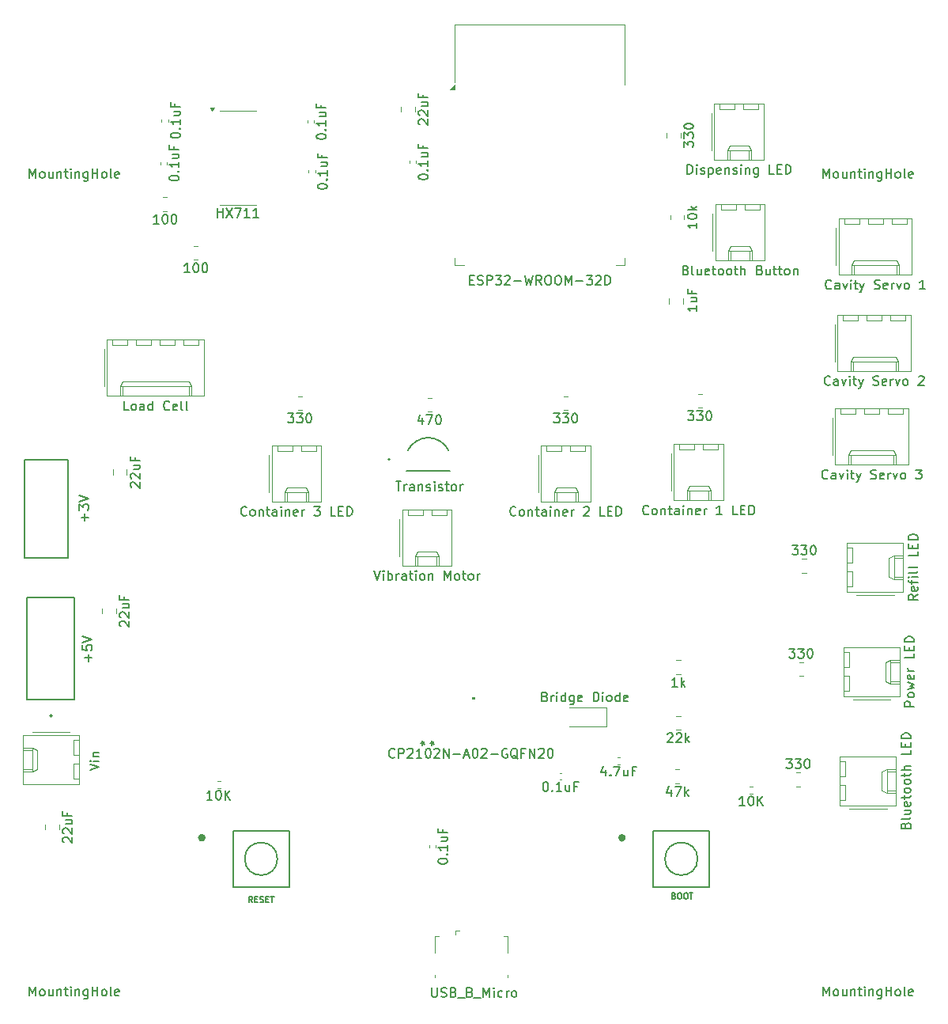
<source format=gbr>
%TF.GenerationSoftware,KiCad,Pcbnew,8.0.8*%
%TF.CreationDate,2025-03-30T01:40:13-05:00*%
%TF.ProjectId,ECE 445 PCBWay Order 3 March 31st Group 40,45434520-3434-4352-9050-434257617920,rev?*%
%TF.SameCoordinates,Original*%
%TF.FileFunction,Legend,Top*%
%TF.FilePolarity,Positive*%
%FSLAX46Y46*%
G04 Gerber Fmt 4.6, Leading zero omitted, Abs format (unit mm)*
G04 Created by KiCad (PCBNEW 8.0.8) date 2025-03-30 01:40:13*
%MOMM*%
%LPD*%
G01*
G04 APERTURE LIST*
%ADD10C,0.150000*%
%ADD11C,0.000000*%
%ADD12C,0.120000*%
%ADD13C,0.152400*%
%ADD14C,0.127000*%
%ADD15C,0.400000*%
%ADD16C,0.200000*%
G04 APERTURE END LIST*
D10*
X156806333Y-119104580D02*
X156758714Y-119152200D01*
X156758714Y-119152200D02*
X156615857Y-119199819D01*
X156615857Y-119199819D02*
X156520619Y-119199819D01*
X156520619Y-119199819D02*
X156377762Y-119152200D01*
X156377762Y-119152200D02*
X156282524Y-119056961D01*
X156282524Y-119056961D02*
X156234905Y-118961723D01*
X156234905Y-118961723D02*
X156187286Y-118771247D01*
X156187286Y-118771247D02*
X156187286Y-118628390D01*
X156187286Y-118628390D02*
X156234905Y-118437914D01*
X156234905Y-118437914D02*
X156282524Y-118342676D01*
X156282524Y-118342676D02*
X156377762Y-118247438D01*
X156377762Y-118247438D02*
X156520619Y-118199819D01*
X156520619Y-118199819D02*
X156615857Y-118199819D01*
X156615857Y-118199819D02*
X156758714Y-118247438D01*
X156758714Y-118247438D02*
X156806333Y-118295057D01*
X157234905Y-119199819D02*
X157234905Y-118199819D01*
X157234905Y-118199819D02*
X157615857Y-118199819D01*
X157615857Y-118199819D02*
X157711095Y-118247438D01*
X157711095Y-118247438D02*
X157758714Y-118295057D01*
X157758714Y-118295057D02*
X157806333Y-118390295D01*
X157806333Y-118390295D02*
X157806333Y-118533152D01*
X157806333Y-118533152D02*
X157758714Y-118628390D01*
X157758714Y-118628390D02*
X157711095Y-118676009D01*
X157711095Y-118676009D02*
X157615857Y-118723628D01*
X157615857Y-118723628D02*
X157234905Y-118723628D01*
X158187286Y-118295057D02*
X158234905Y-118247438D01*
X158234905Y-118247438D02*
X158330143Y-118199819D01*
X158330143Y-118199819D02*
X158568238Y-118199819D01*
X158568238Y-118199819D02*
X158663476Y-118247438D01*
X158663476Y-118247438D02*
X158711095Y-118295057D01*
X158711095Y-118295057D02*
X158758714Y-118390295D01*
X158758714Y-118390295D02*
X158758714Y-118485533D01*
X158758714Y-118485533D02*
X158711095Y-118628390D01*
X158711095Y-118628390D02*
X158139667Y-119199819D01*
X158139667Y-119199819D02*
X158758714Y-119199819D01*
X159711095Y-119199819D02*
X159139667Y-119199819D01*
X159425381Y-119199819D02*
X159425381Y-118199819D01*
X159425381Y-118199819D02*
X159330143Y-118342676D01*
X159330143Y-118342676D02*
X159234905Y-118437914D01*
X159234905Y-118437914D02*
X159139667Y-118485533D01*
X160330143Y-118199819D02*
X160425381Y-118199819D01*
X160425381Y-118199819D02*
X160520619Y-118247438D01*
X160520619Y-118247438D02*
X160568238Y-118295057D01*
X160568238Y-118295057D02*
X160615857Y-118390295D01*
X160615857Y-118390295D02*
X160663476Y-118580771D01*
X160663476Y-118580771D02*
X160663476Y-118818866D01*
X160663476Y-118818866D02*
X160615857Y-119009342D01*
X160615857Y-119009342D02*
X160568238Y-119104580D01*
X160568238Y-119104580D02*
X160520619Y-119152200D01*
X160520619Y-119152200D02*
X160425381Y-119199819D01*
X160425381Y-119199819D02*
X160330143Y-119199819D01*
X160330143Y-119199819D02*
X160234905Y-119152200D01*
X160234905Y-119152200D02*
X160187286Y-119104580D01*
X160187286Y-119104580D02*
X160139667Y-119009342D01*
X160139667Y-119009342D02*
X160092048Y-118818866D01*
X160092048Y-118818866D02*
X160092048Y-118580771D01*
X160092048Y-118580771D02*
X160139667Y-118390295D01*
X160139667Y-118390295D02*
X160187286Y-118295057D01*
X160187286Y-118295057D02*
X160234905Y-118247438D01*
X160234905Y-118247438D02*
X160330143Y-118199819D01*
X161044429Y-118295057D02*
X161092048Y-118247438D01*
X161092048Y-118247438D02*
X161187286Y-118199819D01*
X161187286Y-118199819D02*
X161425381Y-118199819D01*
X161425381Y-118199819D02*
X161520619Y-118247438D01*
X161520619Y-118247438D02*
X161568238Y-118295057D01*
X161568238Y-118295057D02*
X161615857Y-118390295D01*
X161615857Y-118390295D02*
X161615857Y-118485533D01*
X161615857Y-118485533D02*
X161568238Y-118628390D01*
X161568238Y-118628390D02*
X160996810Y-119199819D01*
X160996810Y-119199819D02*
X161615857Y-119199819D01*
X162044429Y-119199819D02*
X162044429Y-118199819D01*
X162044429Y-118199819D02*
X162615857Y-119199819D01*
X162615857Y-119199819D02*
X162615857Y-118199819D01*
X163092048Y-118818866D02*
X163853953Y-118818866D01*
X164282524Y-118914104D02*
X164758714Y-118914104D01*
X164187286Y-119199819D02*
X164520619Y-118199819D01*
X164520619Y-118199819D02*
X164853952Y-119199819D01*
X165377762Y-118199819D02*
X165473000Y-118199819D01*
X165473000Y-118199819D02*
X165568238Y-118247438D01*
X165568238Y-118247438D02*
X165615857Y-118295057D01*
X165615857Y-118295057D02*
X165663476Y-118390295D01*
X165663476Y-118390295D02*
X165711095Y-118580771D01*
X165711095Y-118580771D02*
X165711095Y-118818866D01*
X165711095Y-118818866D02*
X165663476Y-119009342D01*
X165663476Y-119009342D02*
X165615857Y-119104580D01*
X165615857Y-119104580D02*
X165568238Y-119152200D01*
X165568238Y-119152200D02*
X165473000Y-119199819D01*
X165473000Y-119199819D02*
X165377762Y-119199819D01*
X165377762Y-119199819D02*
X165282524Y-119152200D01*
X165282524Y-119152200D02*
X165234905Y-119104580D01*
X165234905Y-119104580D02*
X165187286Y-119009342D01*
X165187286Y-119009342D02*
X165139667Y-118818866D01*
X165139667Y-118818866D02*
X165139667Y-118580771D01*
X165139667Y-118580771D02*
X165187286Y-118390295D01*
X165187286Y-118390295D02*
X165234905Y-118295057D01*
X165234905Y-118295057D02*
X165282524Y-118247438D01*
X165282524Y-118247438D02*
X165377762Y-118199819D01*
X166092048Y-118295057D02*
X166139667Y-118247438D01*
X166139667Y-118247438D02*
X166234905Y-118199819D01*
X166234905Y-118199819D02*
X166473000Y-118199819D01*
X166473000Y-118199819D02*
X166568238Y-118247438D01*
X166568238Y-118247438D02*
X166615857Y-118295057D01*
X166615857Y-118295057D02*
X166663476Y-118390295D01*
X166663476Y-118390295D02*
X166663476Y-118485533D01*
X166663476Y-118485533D02*
X166615857Y-118628390D01*
X166615857Y-118628390D02*
X166044429Y-119199819D01*
X166044429Y-119199819D02*
X166663476Y-119199819D01*
X167092048Y-118818866D02*
X167853953Y-118818866D01*
X168853952Y-118247438D02*
X168758714Y-118199819D01*
X168758714Y-118199819D02*
X168615857Y-118199819D01*
X168615857Y-118199819D02*
X168473000Y-118247438D01*
X168473000Y-118247438D02*
X168377762Y-118342676D01*
X168377762Y-118342676D02*
X168330143Y-118437914D01*
X168330143Y-118437914D02*
X168282524Y-118628390D01*
X168282524Y-118628390D02*
X168282524Y-118771247D01*
X168282524Y-118771247D02*
X168330143Y-118961723D01*
X168330143Y-118961723D02*
X168377762Y-119056961D01*
X168377762Y-119056961D02*
X168473000Y-119152200D01*
X168473000Y-119152200D02*
X168615857Y-119199819D01*
X168615857Y-119199819D02*
X168711095Y-119199819D01*
X168711095Y-119199819D02*
X168853952Y-119152200D01*
X168853952Y-119152200D02*
X168901571Y-119104580D01*
X168901571Y-119104580D02*
X168901571Y-118771247D01*
X168901571Y-118771247D02*
X168711095Y-118771247D01*
X169996809Y-119295057D02*
X169901571Y-119247438D01*
X169901571Y-119247438D02*
X169806333Y-119152200D01*
X169806333Y-119152200D02*
X169663476Y-119009342D01*
X169663476Y-119009342D02*
X169568238Y-118961723D01*
X169568238Y-118961723D02*
X169473000Y-118961723D01*
X169520619Y-119199819D02*
X169425381Y-119152200D01*
X169425381Y-119152200D02*
X169330143Y-119056961D01*
X169330143Y-119056961D02*
X169282524Y-118866485D01*
X169282524Y-118866485D02*
X169282524Y-118533152D01*
X169282524Y-118533152D02*
X169330143Y-118342676D01*
X169330143Y-118342676D02*
X169425381Y-118247438D01*
X169425381Y-118247438D02*
X169520619Y-118199819D01*
X169520619Y-118199819D02*
X169711095Y-118199819D01*
X169711095Y-118199819D02*
X169806333Y-118247438D01*
X169806333Y-118247438D02*
X169901571Y-118342676D01*
X169901571Y-118342676D02*
X169949190Y-118533152D01*
X169949190Y-118533152D02*
X169949190Y-118866485D01*
X169949190Y-118866485D02*
X169901571Y-119056961D01*
X169901571Y-119056961D02*
X169806333Y-119152200D01*
X169806333Y-119152200D02*
X169711095Y-119199819D01*
X169711095Y-119199819D02*
X169520619Y-119199819D01*
X170711095Y-118676009D02*
X170377762Y-118676009D01*
X170377762Y-119199819D02*
X170377762Y-118199819D01*
X170377762Y-118199819D02*
X170853952Y-118199819D01*
X171234905Y-119199819D02*
X171234905Y-118199819D01*
X171234905Y-118199819D02*
X171806333Y-119199819D01*
X171806333Y-119199819D02*
X171806333Y-118199819D01*
X172234905Y-118295057D02*
X172282524Y-118247438D01*
X172282524Y-118247438D02*
X172377762Y-118199819D01*
X172377762Y-118199819D02*
X172615857Y-118199819D01*
X172615857Y-118199819D02*
X172711095Y-118247438D01*
X172711095Y-118247438D02*
X172758714Y-118295057D01*
X172758714Y-118295057D02*
X172806333Y-118390295D01*
X172806333Y-118390295D02*
X172806333Y-118485533D01*
X172806333Y-118485533D02*
X172758714Y-118628390D01*
X172758714Y-118628390D02*
X172187286Y-119199819D01*
X172187286Y-119199819D02*
X172806333Y-119199819D01*
X173425381Y-118199819D02*
X173520619Y-118199819D01*
X173520619Y-118199819D02*
X173615857Y-118247438D01*
X173615857Y-118247438D02*
X173663476Y-118295057D01*
X173663476Y-118295057D02*
X173711095Y-118390295D01*
X173711095Y-118390295D02*
X173758714Y-118580771D01*
X173758714Y-118580771D02*
X173758714Y-118818866D01*
X173758714Y-118818866D02*
X173711095Y-119009342D01*
X173711095Y-119009342D02*
X173663476Y-119104580D01*
X173663476Y-119104580D02*
X173615857Y-119152200D01*
X173615857Y-119152200D02*
X173520619Y-119199819D01*
X173520619Y-119199819D02*
X173425381Y-119199819D01*
X173425381Y-119199819D02*
X173330143Y-119152200D01*
X173330143Y-119152200D02*
X173282524Y-119104580D01*
X173282524Y-119104580D02*
X173234905Y-119009342D01*
X173234905Y-119009342D02*
X173187286Y-118818866D01*
X173187286Y-118818866D02*
X173187286Y-118580771D01*
X173187286Y-118580771D02*
X173234905Y-118390295D01*
X173234905Y-118390295D02*
X173282524Y-118295057D01*
X173282524Y-118295057D02*
X173330143Y-118247438D01*
X173330143Y-118247438D02*
X173425381Y-118199819D01*
X160617819Y-117601999D02*
X160855914Y-117601999D01*
X160760676Y-117840094D02*
X160855914Y-117601999D01*
X160855914Y-117601999D02*
X160760676Y-117363904D01*
X161046390Y-117744856D02*
X160855914Y-117601999D01*
X160855914Y-117601999D02*
X161046390Y-117459142D01*
X159601819Y-117601999D02*
X159839914Y-117601999D01*
X159744676Y-117840094D02*
X159839914Y-117601999D01*
X159839914Y-117601999D02*
X159744676Y-117363904D01*
X160030390Y-117744856D02*
X159839914Y-117601999D01*
X159839914Y-117601999D02*
X160030390Y-117459142D01*
X186396523Y-122596152D02*
X186396523Y-123262819D01*
X186158428Y-122215200D02*
X185920333Y-122929485D01*
X185920333Y-122929485D02*
X186539380Y-122929485D01*
X186825095Y-122262819D02*
X187491761Y-122262819D01*
X187491761Y-122262819D02*
X187063190Y-123262819D01*
X187872714Y-123262819D02*
X187872714Y-122262819D01*
X187967952Y-122881866D02*
X188253666Y-123262819D01*
X188253666Y-122596152D02*
X187872714Y-122977104D01*
X186031333Y-116643057D02*
X186078952Y-116595438D01*
X186078952Y-116595438D02*
X186174190Y-116547819D01*
X186174190Y-116547819D02*
X186412285Y-116547819D01*
X186412285Y-116547819D02*
X186507523Y-116595438D01*
X186507523Y-116595438D02*
X186555142Y-116643057D01*
X186555142Y-116643057D02*
X186602761Y-116738295D01*
X186602761Y-116738295D02*
X186602761Y-116833533D01*
X186602761Y-116833533D02*
X186555142Y-116976390D01*
X186555142Y-116976390D02*
X185983714Y-117547819D01*
X185983714Y-117547819D02*
X186602761Y-117547819D01*
X186983714Y-116643057D02*
X187031333Y-116595438D01*
X187031333Y-116595438D02*
X187126571Y-116547819D01*
X187126571Y-116547819D02*
X187364666Y-116547819D01*
X187364666Y-116547819D02*
X187459904Y-116595438D01*
X187459904Y-116595438D02*
X187507523Y-116643057D01*
X187507523Y-116643057D02*
X187555142Y-116738295D01*
X187555142Y-116738295D02*
X187555142Y-116833533D01*
X187555142Y-116833533D02*
X187507523Y-116976390D01*
X187507523Y-116976390D02*
X186936095Y-117547819D01*
X186936095Y-117547819D02*
X187555142Y-117547819D01*
X187983714Y-117547819D02*
X187983714Y-116547819D01*
X188078952Y-117166866D02*
X188364666Y-117547819D01*
X188364666Y-116881152D02*
X187983714Y-117262104D01*
X187078952Y-111578819D02*
X186507524Y-111578819D01*
X186793238Y-111578819D02*
X186793238Y-110578819D01*
X186793238Y-110578819D02*
X186698000Y-110721676D01*
X186698000Y-110721676D02*
X186602762Y-110816914D01*
X186602762Y-110816914D02*
X186507524Y-110864533D01*
X187507524Y-111578819D02*
X187507524Y-110578819D01*
X187602762Y-111197866D02*
X187888476Y-111578819D01*
X187888476Y-110912152D02*
X187507524Y-111293104D01*
X172903095Y-112640009D02*
X173045952Y-112687628D01*
X173045952Y-112687628D02*
X173093571Y-112735247D01*
X173093571Y-112735247D02*
X173141190Y-112830485D01*
X173141190Y-112830485D02*
X173141190Y-112973342D01*
X173141190Y-112973342D02*
X173093571Y-113068580D01*
X173093571Y-113068580D02*
X173045952Y-113116200D01*
X173045952Y-113116200D02*
X172950714Y-113163819D01*
X172950714Y-113163819D02*
X172569762Y-113163819D01*
X172569762Y-113163819D02*
X172569762Y-112163819D01*
X172569762Y-112163819D02*
X172903095Y-112163819D01*
X172903095Y-112163819D02*
X172998333Y-112211438D01*
X172998333Y-112211438D02*
X173045952Y-112259057D01*
X173045952Y-112259057D02*
X173093571Y-112354295D01*
X173093571Y-112354295D02*
X173093571Y-112449533D01*
X173093571Y-112449533D02*
X173045952Y-112544771D01*
X173045952Y-112544771D02*
X172998333Y-112592390D01*
X172998333Y-112592390D02*
X172903095Y-112640009D01*
X172903095Y-112640009D02*
X172569762Y-112640009D01*
X173569762Y-113163819D02*
X173569762Y-112497152D01*
X173569762Y-112687628D02*
X173617381Y-112592390D01*
X173617381Y-112592390D02*
X173665000Y-112544771D01*
X173665000Y-112544771D02*
X173760238Y-112497152D01*
X173760238Y-112497152D02*
X173855476Y-112497152D01*
X174188810Y-113163819D02*
X174188810Y-112497152D01*
X174188810Y-112163819D02*
X174141191Y-112211438D01*
X174141191Y-112211438D02*
X174188810Y-112259057D01*
X174188810Y-112259057D02*
X174236429Y-112211438D01*
X174236429Y-112211438D02*
X174188810Y-112163819D01*
X174188810Y-112163819D02*
X174188810Y-112259057D01*
X175093571Y-113163819D02*
X175093571Y-112163819D01*
X175093571Y-113116200D02*
X174998333Y-113163819D01*
X174998333Y-113163819D02*
X174807857Y-113163819D01*
X174807857Y-113163819D02*
X174712619Y-113116200D01*
X174712619Y-113116200D02*
X174665000Y-113068580D01*
X174665000Y-113068580D02*
X174617381Y-112973342D01*
X174617381Y-112973342D02*
X174617381Y-112687628D01*
X174617381Y-112687628D02*
X174665000Y-112592390D01*
X174665000Y-112592390D02*
X174712619Y-112544771D01*
X174712619Y-112544771D02*
X174807857Y-112497152D01*
X174807857Y-112497152D02*
X174998333Y-112497152D01*
X174998333Y-112497152D02*
X175093571Y-112544771D01*
X175998333Y-112497152D02*
X175998333Y-113306676D01*
X175998333Y-113306676D02*
X175950714Y-113401914D01*
X175950714Y-113401914D02*
X175903095Y-113449533D01*
X175903095Y-113449533D02*
X175807857Y-113497152D01*
X175807857Y-113497152D02*
X175665000Y-113497152D01*
X175665000Y-113497152D02*
X175569762Y-113449533D01*
X175998333Y-113116200D02*
X175903095Y-113163819D01*
X175903095Y-113163819D02*
X175712619Y-113163819D01*
X175712619Y-113163819D02*
X175617381Y-113116200D01*
X175617381Y-113116200D02*
X175569762Y-113068580D01*
X175569762Y-113068580D02*
X175522143Y-112973342D01*
X175522143Y-112973342D02*
X175522143Y-112687628D01*
X175522143Y-112687628D02*
X175569762Y-112592390D01*
X175569762Y-112592390D02*
X175617381Y-112544771D01*
X175617381Y-112544771D02*
X175712619Y-112497152D01*
X175712619Y-112497152D02*
X175903095Y-112497152D01*
X175903095Y-112497152D02*
X175998333Y-112544771D01*
X176855476Y-113116200D02*
X176760238Y-113163819D01*
X176760238Y-113163819D02*
X176569762Y-113163819D01*
X176569762Y-113163819D02*
X176474524Y-113116200D01*
X176474524Y-113116200D02*
X176426905Y-113020961D01*
X176426905Y-113020961D02*
X176426905Y-112640009D01*
X176426905Y-112640009D02*
X176474524Y-112544771D01*
X176474524Y-112544771D02*
X176569762Y-112497152D01*
X176569762Y-112497152D02*
X176760238Y-112497152D01*
X176760238Y-112497152D02*
X176855476Y-112544771D01*
X176855476Y-112544771D02*
X176903095Y-112640009D01*
X176903095Y-112640009D02*
X176903095Y-112735247D01*
X176903095Y-112735247D02*
X176426905Y-112830485D01*
X178093572Y-113163819D02*
X178093572Y-112163819D01*
X178093572Y-112163819D02*
X178331667Y-112163819D01*
X178331667Y-112163819D02*
X178474524Y-112211438D01*
X178474524Y-112211438D02*
X178569762Y-112306676D01*
X178569762Y-112306676D02*
X178617381Y-112401914D01*
X178617381Y-112401914D02*
X178665000Y-112592390D01*
X178665000Y-112592390D02*
X178665000Y-112735247D01*
X178665000Y-112735247D02*
X178617381Y-112925723D01*
X178617381Y-112925723D02*
X178569762Y-113020961D01*
X178569762Y-113020961D02*
X178474524Y-113116200D01*
X178474524Y-113116200D02*
X178331667Y-113163819D01*
X178331667Y-113163819D02*
X178093572Y-113163819D01*
X179093572Y-113163819D02*
X179093572Y-112497152D01*
X179093572Y-112163819D02*
X179045953Y-112211438D01*
X179045953Y-112211438D02*
X179093572Y-112259057D01*
X179093572Y-112259057D02*
X179141191Y-112211438D01*
X179141191Y-112211438D02*
X179093572Y-112163819D01*
X179093572Y-112163819D02*
X179093572Y-112259057D01*
X179712619Y-113163819D02*
X179617381Y-113116200D01*
X179617381Y-113116200D02*
X179569762Y-113068580D01*
X179569762Y-113068580D02*
X179522143Y-112973342D01*
X179522143Y-112973342D02*
X179522143Y-112687628D01*
X179522143Y-112687628D02*
X179569762Y-112592390D01*
X179569762Y-112592390D02*
X179617381Y-112544771D01*
X179617381Y-112544771D02*
X179712619Y-112497152D01*
X179712619Y-112497152D02*
X179855476Y-112497152D01*
X179855476Y-112497152D02*
X179950714Y-112544771D01*
X179950714Y-112544771D02*
X179998333Y-112592390D01*
X179998333Y-112592390D02*
X180045952Y-112687628D01*
X180045952Y-112687628D02*
X180045952Y-112973342D01*
X180045952Y-112973342D02*
X179998333Y-113068580D01*
X179998333Y-113068580D02*
X179950714Y-113116200D01*
X179950714Y-113116200D02*
X179855476Y-113163819D01*
X179855476Y-113163819D02*
X179712619Y-113163819D01*
X180903095Y-113163819D02*
X180903095Y-112163819D01*
X180903095Y-113116200D02*
X180807857Y-113163819D01*
X180807857Y-113163819D02*
X180617381Y-113163819D01*
X180617381Y-113163819D02*
X180522143Y-113116200D01*
X180522143Y-113116200D02*
X180474524Y-113068580D01*
X180474524Y-113068580D02*
X180426905Y-112973342D01*
X180426905Y-112973342D02*
X180426905Y-112687628D01*
X180426905Y-112687628D02*
X180474524Y-112592390D01*
X180474524Y-112592390D02*
X180522143Y-112544771D01*
X180522143Y-112544771D02*
X180617381Y-112497152D01*
X180617381Y-112497152D02*
X180807857Y-112497152D01*
X180807857Y-112497152D02*
X180903095Y-112544771D01*
X181760238Y-113116200D02*
X181665000Y-113163819D01*
X181665000Y-113163819D02*
X181474524Y-113163819D01*
X181474524Y-113163819D02*
X181379286Y-113116200D01*
X181379286Y-113116200D02*
X181331667Y-113020961D01*
X181331667Y-113020961D02*
X181331667Y-112640009D01*
X181331667Y-112640009D02*
X181379286Y-112544771D01*
X181379286Y-112544771D02*
X181474524Y-112497152D01*
X181474524Y-112497152D02*
X181665000Y-112497152D01*
X181665000Y-112497152D02*
X181760238Y-112544771D01*
X181760238Y-112544771D02*
X181807857Y-112640009D01*
X181807857Y-112640009D02*
X181807857Y-112735247D01*
X181807857Y-112735247D02*
X181331667Y-112830485D01*
X172922643Y-121772819D02*
X173017881Y-121772819D01*
X173017881Y-121772819D02*
X173113119Y-121820438D01*
X173113119Y-121820438D02*
X173160738Y-121868057D01*
X173160738Y-121868057D02*
X173208357Y-121963295D01*
X173208357Y-121963295D02*
X173255976Y-122153771D01*
X173255976Y-122153771D02*
X173255976Y-122391866D01*
X173255976Y-122391866D02*
X173208357Y-122582342D01*
X173208357Y-122582342D02*
X173160738Y-122677580D01*
X173160738Y-122677580D02*
X173113119Y-122725200D01*
X173113119Y-122725200D02*
X173017881Y-122772819D01*
X173017881Y-122772819D02*
X172922643Y-122772819D01*
X172922643Y-122772819D02*
X172827405Y-122725200D01*
X172827405Y-122725200D02*
X172779786Y-122677580D01*
X172779786Y-122677580D02*
X172732167Y-122582342D01*
X172732167Y-122582342D02*
X172684548Y-122391866D01*
X172684548Y-122391866D02*
X172684548Y-122153771D01*
X172684548Y-122153771D02*
X172732167Y-121963295D01*
X172732167Y-121963295D02*
X172779786Y-121868057D01*
X172779786Y-121868057D02*
X172827405Y-121820438D01*
X172827405Y-121820438D02*
X172922643Y-121772819D01*
X173684548Y-122677580D02*
X173732167Y-122725200D01*
X173732167Y-122725200D02*
X173684548Y-122772819D01*
X173684548Y-122772819D02*
X173636929Y-122725200D01*
X173636929Y-122725200D02*
X173684548Y-122677580D01*
X173684548Y-122677580D02*
X173684548Y-122772819D01*
X174684547Y-122772819D02*
X174113119Y-122772819D01*
X174398833Y-122772819D02*
X174398833Y-121772819D01*
X174398833Y-121772819D02*
X174303595Y-121915676D01*
X174303595Y-121915676D02*
X174208357Y-122010914D01*
X174208357Y-122010914D02*
X174113119Y-122058533D01*
X175541690Y-122106152D02*
X175541690Y-122772819D01*
X175113119Y-122106152D02*
X175113119Y-122629961D01*
X175113119Y-122629961D02*
X175160738Y-122725200D01*
X175160738Y-122725200D02*
X175255976Y-122772819D01*
X175255976Y-122772819D02*
X175398833Y-122772819D01*
X175398833Y-122772819D02*
X175494071Y-122725200D01*
X175494071Y-122725200D02*
X175541690Y-122677580D01*
X176351214Y-122249009D02*
X176017881Y-122249009D01*
X176017881Y-122772819D02*
X176017881Y-121772819D01*
X176017881Y-121772819D02*
X176494071Y-121772819D01*
X137809524Y-61354819D02*
X137809524Y-60354819D01*
X137809524Y-60831009D02*
X138380952Y-60831009D01*
X138380952Y-61354819D02*
X138380952Y-60354819D01*
X138761905Y-60354819D02*
X139428571Y-61354819D01*
X139428571Y-60354819D02*
X138761905Y-61354819D01*
X139714286Y-60354819D02*
X140380952Y-60354819D01*
X140380952Y-60354819D02*
X139952381Y-61354819D01*
X141285714Y-61354819D02*
X140714286Y-61354819D01*
X141000000Y-61354819D02*
X141000000Y-60354819D01*
X141000000Y-60354819D02*
X140904762Y-60497676D01*
X140904762Y-60497676D02*
X140809524Y-60592914D01*
X140809524Y-60592914D02*
X140714286Y-60640533D01*
X142238095Y-61354819D02*
X141666667Y-61354819D01*
X141952381Y-61354819D02*
X141952381Y-60354819D01*
X141952381Y-60354819D02*
X141857143Y-60497676D01*
X141857143Y-60497676D02*
X141761905Y-60592914D01*
X141761905Y-60592914D02*
X141666667Y-60640533D01*
X123644866Y-93825713D02*
X123644866Y-93063809D01*
X124025819Y-93444761D02*
X123263914Y-93444761D01*
X123025819Y-92682856D02*
X123025819Y-92063809D01*
X123025819Y-92063809D02*
X123406771Y-92397142D01*
X123406771Y-92397142D02*
X123406771Y-92254285D01*
X123406771Y-92254285D02*
X123454390Y-92159047D01*
X123454390Y-92159047D02*
X123502009Y-92111428D01*
X123502009Y-92111428D02*
X123597247Y-92063809D01*
X123597247Y-92063809D02*
X123835342Y-92063809D01*
X123835342Y-92063809D02*
X123930580Y-92111428D01*
X123930580Y-92111428D02*
X123978200Y-92159047D01*
X123978200Y-92159047D02*
X124025819Y-92254285D01*
X124025819Y-92254285D02*
X124025819Y-92539999D01*
X124025819Y-92539999D02*
X123978200Y-92635237D01*
X123978200Y-92635237D02*
X123930580Y-92682856D01*
X123025819Y-91778094D02*
X124025819Y-91444761D01*
X124025819Y-91444761D02*
X123025819Y-91111428D01*
X164828191Y-68068009D02*
X165161524Y-68068009D01*
X165304381Y-68591819D02*
X164828191Y-68591819D01*
X164828191Y-68591819D02*
X164828191Y-67591819D01*
X164828191Y-67591819D02*
X165304381Y-67591819D01*
X165685334Y-68544200D02*
X165828191Y-68591819D01*
X165828191Y-68591819D02*
X166066286Y-68591819D01*
X166066286Y-68591819D02*
X166161524Y-68544200D01*
X166161524Y-68544200D02*
X166209143Y-68496580D01*
X166209143Y-68496580D02*
X166256762Y-68401342D01*
X166256762Y-68401342D02*
X166256762Y-68306104D01*
X166256762Y-68306104D02*
X166209143Y-68210866D01*
X166209143Y-68210866D02*
X166161524Y-68163247D01*
X166161524Y-68163247D02*
X166066286Y-68115628D01*
X166066286Y-68115628D02*
X165875810Y-68068009D01*
X165875810Y-68068009D02*
X165780572Y-68020390D01*
X165780572Y-68020390D02*
X165732953Y-67972771D01*
X165732953Y-67972771D02*
X165685334Y-67877533D01*
X165685334Y-67877533D02*
X165685334Y-67782295D01*
X165685334Y-67782295D02*
X165732953Y-67687057D01*
X165732953Y-67687057D02*
X165780572Y-67639438D01*
X165780572Y-67639438D02*
X165875810Y-67591819D01*
X165875810Y-67591819D02*
X166113905Y-67591819D01*
X166113905Y-67591819D02*
X166256762Y-67639438D01*
X166685334Y-68591819D02*
X166685334Y-67591819D01*
X166685334Y-67591819D02*
X167066286Y-67591819D01*
X167066286Y-67591819D02*
X167161524Y-67639438D01*
X167161524Y-67639438D02*
X167209143Y-67687057D01*
X167209143Y-67687057D02*
X167256762Y-67782295D01*
X167256762Y-67782295D02*
X167256762Y-67925152D01*
X167256762Y-67925152D02*
X167209143Y-68020390D01*
X167209143Y-68020390D02*
X167161524Y-68068009D01*
X167161524Y-68068009D02*
X167066286Y-68115628D01*
X167066286Y-68115628D02*
X166685334Y-68115628D01*
X167590096Y-67591819D02*
X168209143Y-67591819D01*
X168209143Y-67591819D02*
X167875810Y-67972771D01*
X167875810Y-67972771D02*
X168018667Y-67972771D01*
X168018667Y-67972771D02*
X168113905Y-68020390D01*
X168113905Y-68020390D02*
X168161524Y-68068009D01*
X168161524Y-68068009D02*
X168209143Y-68163247D01*
X168209143Y-68163247D02*
X168209143Y-68401342D01*
X168209143Y-68401342D02*
X168161524Y-68496580D01*
X168161524Y-68496580D02*
X168113905Y-68544200D01*
X168113905Y-68544200D02*
X168018667Y-68591819D01*
X168018667Y-68591819D02*
X167732953Y-68591819D01*
X167732953Y-68591819D02*
X167637715Y-68544200D01*
X167637715Y-68544200D02*
X167590096Y-68496580D01*
X168590096Y-67687057D02*
X168637715Y-67639438D01*
X168637715Y-67639438D02*
X168732953Y-67591819D01*
X168732953Y-67591819D02*
X168971048Y-67591819D01*
X168971048Y-67591819D02*
X169066286Y-67639438D01*
X169066286Y-67639438D02*
X169113905Y-67687057D01*
X169113905Y-67687057D02*
X169161524Y-67782295D01*
X169161524Y-67782295D02*
X169161524Y-67877533D01*
X169161524Y-67877533D02*
X169113905Y-68020390D01*
X169113905Y-68020390D02*
X168542477Y-68591819D01*
X168542477Y-68591819D02*
X169161524Y-68591819D01*
X169590096Y-68210866D02*
X170352001Y-68210866D01*
X170732953Y-67591819D02*
X170971048Y-68591819D01*
X170971048Y-68591819D02*
X171161524Y-67877533D01*
X171161524Y-67877533D02*
X171352000Y-68591819D01*
X171352000Y-68591819D02*
X171590096Y-67591819D01*
X172542476Y-68591819D02*
X172209143Y-68115628D01*
X171971048Y-68591819D02*
X171971048Y-67591819D01*
X171971048Y-67591819D02*
X172352000Y-67591819D01*
X172352000Y-67591819D02*
X172447238Y-67639438D01*
X172447238Y-67639438D02*
X172494857Y-67687057D01*
X172494857Y-67687057D02*
X172542476Y-67782295D01*
X172542476Y-67782295D02*
X172542476Y-67925152D01*
X172542476Y-67925152D02*
X172494857Y-68020390D01*
X172494857Y-68020390D02*
X172447238Y-68068009D01*
X172447238Y-68068009D02*
X172352000Y-68115628D01*
X172352000Y-68115628D02*
X171971048Y-68115628D01*
X173161524Y-67591819D02*
X173352000Y-67591819D01*
X173352000Y-67591819D02*
X173447238Y-67639438D01*
X173447238Y-67639438D02*
X173542476Y-67734676D01*
X173542476Y-67734676D02*
X173590095Y-67925152D01*
X173590095Y-67925152D02*
X173590095Y-68258485D01*
X173590095Y-68258485D02*
X173542476Y-68448961D01*
X173542476Y-68448961D02*
X173447238Y-68544200D01*
X173447238Y-68544200D02*
X173352000Y-68591819D01*
X173352000Y-68591819D02*
X173161524Y-68591819D01*
X173161524Y-68591819D02*
X173066286Y-68544200D01*
X173066286Y-68544200D02*
X172971048Y-68448961D01*
X172971048Y-68448961D02*
X172923429Y-68258485D01*
X172923429Y-68258485D02*
X172923429Y-67925152D01*
X172923429Y-67925152D02*
X172971048Y-67734676D01*
X172971048Y-67734676D02*
X173066286Y-67639438D01*
X173066286Y-67639438D02*
X173161524Y-67591819D01*
X174209143Y-67591819D02*
X174399619Y-67591819D01*
X174399619Y-67591819D02*
X174494857Y-67639438D01*
X174494857Y-67639438D02*
X174590095Y-67734676D01*
X174590095Y-67734676D02*
X174637714Y-67925152D01*
X174637714Y-67925152D02*
X174637714Y-68258485D01*
X174637714Y-68258485D02*
X174590095Y-68448961D01*
X174590095Y-68448961D02*
X174494857Y-68544200D01*
X174494857Y-68544200D02*
X174399619Y-68591819D01*
X174399619Y-68591819D02*
X174209143Y-68591819D01*
X174209143Y-68591819D02*
X174113905Y-68544200D01*
X174113905Y-68544200D02*
X174018667Y-68448961D01*
X174018667Y-68448961D02*
X173971048Y-68258485D01*
X173971048Y-68258485D02*
X173971048Y-67925152D01*
X173971048Y-67925152D02*
X174018667Y-67734676D01*
X174018667Y-67734676D02*
X174113905Y-67639438D01*
X174113905Y-67639438D02*
X174209143Y-67591819D01*
X175066286Y-68591819D02*
X175066286Y-67591819D01*
X175066286Y-67591819D02*
X175399619Y-68306104D01*
X175399619Y-68306104D02*
X175732952Y-67591819D01*
X175732952Y-67591819D02*
X175732952Y-68591819D01*
X176209143Y-68210866D02*
X176971048Y-68210866D01*
X177352000Y-67591819D02*
X177971047Y-67591819D01*
X177971047Y-67591819D02*
X177637714Y-67972771D01*
X177637714Y-67972771D02*
X177780571Y-67972771D01*
X177780571Y-67972771D02*
X177875809Y-68020390D01*
X177875809Y-68020390D02*
X177923428Y-68068009D01*
X177923428Y-68068009D02*
X177971047Y-68163247D01*
X177971047Y-68163247D02*
X177971047Y-68401342D01*
X177971047Y-68401342D02*
X177923428Y-68496580D01*
X177923428Y-68496580D02*
X177875809Y-68544200D01*
X177875809Y-68544200D02*
X177780571Y-68591819D01*
X177780571Y-68591819D02*
X177494857Y-68591819D01*
X177494857Y-68591819D02*
X177399619Y-68544200D01*
X177399619Y-68544200D02*
X177352000Y-68496580D01*
X178352000Y-67687057D02*
X178399619Y-67639438D01*
X178399619Y-67639438D02*
X178494857Y-67591819D01*
X178494857Y-67591819D02*
X178732952Y-67591819D01*
X178732952Y-67591819D02*
X178828190Y-67639438D01*
X178828190Y-67639438D02*
X178875809Y-67687057D01*
X178875809Y-67687057D02*
X178923428Y-67782295D01*
X178923428Y-67782295D02*
X178923428Y-67877533D01*
X178923428Y-67877533D02*
X178875809Y-68020390D01*
X178875809Y-68020390D02*
X178304381Y-68591819D01*
X178304381Y-68591819D02*
X178923428Y-68591819D01*
X179352000Y-68591819D02*
X179352000Y-67591819D01*
X179352000Y-67591819D02*
X179590095Y-67591819D01*
X179590095Y-67591819D02*
X179732952Y-67639438D01*
X179732952Y-67639438D02*
X179828190Y-67734676D01*
X179828190Y-67734676D02*
X179875809Y-67829914D01*
X179875809Y-67829914D02*
X179923428Y-68020390D01*
X179923428Y-68020390D02*
X179923428Y-68163247D01*
X179923428Y-68163247D02*
X179875809Y-68353723D01*
X179875809Y-68353723D02*
X179828190Y-68448961D01*
X179828190Y-68448961D02*
X179732952Y-68544200D01*
X179732952Y-68544200D02*
X179590095Y-68591819D01*
X179590095Y-68591819D02*
X179352000Y-68591819D01*
X186707611Y-133937911D02*
X186799336Y-133968486D01*
X186799336Y-133968486D02*
X186829911Y-133999061D01*
X186829911Y-133999061D02*
X186860486Y-134060211D01*
X186860486Y-134060211D02*
X186860486Y-134151936D01*
X186860486Y-134151936D02*
X186829911Y-134213086D01*
X186829911Y-134213086D02*
X186799336Y-134243662D01*
X186799336Y-134243662D02*
X186738186Y-134274237D01*
X186738186Y-134274237D02*
X186493586Y-134274237D01*
X186493586Y-134274237D02*
X186493586Y-133632161D01*
X186493586Y-133632161D02*
X186707611Y-133632161D01*
X186707611Y-133632161D02*
X186768761Y-133662736D01*
X186768761Y-133662736D02*
X186799336Y-133693311D01*
X186799336Y-133693311D02*
X186829911Y-133754461D01*
X186829911Y-133754461D02*
X186829911Y-133815611D01*
X186829911Y-133815611D02*
X186799336Y-133876761D01*
X186799336Y-133876761D02*
X186768761Y-133907336D01*
X186768761Y-133907336D02*
X186707611Y-133937911D01*
X186707611Y-133937911D02*
X186493586Y-133937911D01*
X187257962Y-133632161D02*
X187380262Y-133632161D01*
X187380262Y-133632161D02*
X187441412Y-133662736D01*
X187441412Y-133662736D02*
X187502562Y-133723886D01*
X187502562Y-133723886D02*
X187533137Y-133846186D01*
X187533137Y-133846186D02*
X187533137Y-134060211D01*
X187533137Y-134060211D02*
X187502562Y-134182511D01*
X187502562Y-134182511D02*
X187441412Y-134243662D01*
X187441412Y-134243662D02*
X187380262Y-134274237D01*
X187380262Y-134274237D02*
X187257962Y-134274237D01*
X187257962Y-134274237D02*
X187196812Y-134243662D01*
X187196812Y-134243662D02*
X187135662Y-134182511D01*
X187135662Y-134182511D02*
X187105087Y-134060211D01*
X187105087Y-134060211D02*
X187105087Y-133846186D01*
X187105087Y-133846186D02*
X187135662Y-133723886D01*
X187135662Y-133723886D02*
X187196812Y-133662736D01*
X187196812Y-133662736D02*
X187257962Y-133632161D01*
X187930613Y-133632161D02*
X188052913Y-133632161D01*
X188052913Y-133632161D02*
X188114063Y-133662736D01*
X188114063Y-133662736D02*
X188175213Y-133723886D01*
X188175213Y-133723886D02*
X188205788Y-133846186D01*
X188205788Y-133846186D02*
X188205788Y-134060211D01*
X188205788Y-134060211D02*
X188175213Y-134182511D01*
X188175213Y-134182511D02*
X188114063Y-134243662D01*
X188114063Y-134243662D02*
X188052913Y-134274237D01*
X188052913Y-134274237D02*
X187930613Y-134274237D01*
X187930613Y-134274237D02*
X187869463Y-134243662D01*
X187869463Y-134243662D02*
X187808313Y-134182511D01*
X187808313Y-134182511D02*
X187777738Y-134060211D01*
X187777738Y-134060211D02*
X187777738Y-133846186D01*
X187777738Y-133846186D02*
X187808313Y-133723886D01*
X187808313Y-133723886D02*
X187869463Y-133662736D01*
X187869463Y-133662736D02*
X187930613Y-133632161D01*
X188389239Y-133632161D02*
X188756139Y-133632161D01*
X188572689Y-134274237D02*
X188572689Y-133632161D01*
X141561460Y-134655237D02*
X141347435Y-134349486D01*
X141194560Y-134655237D02*
X141194560Y-134013161D01*
X141194560Y-134013161D02*
X141439160Y-134013161D01*
X141439160Y-134013161D02*
X141500310Y-134043736D01*
X141500310Y-134043736D02*
X141530885Y-134074311D01*
X141530885Y-134074311D02*
X141561460Y-134135461D01*
X141561460Y-134135461D02*
X141561460Y-134227186D01*
X141561460Y-134227186D02*
X141530885Y-134288336D01*
X141530885Y-134288336D02*
X141500310Y-134318911D01*
X141500310Y-134318911D02*
X141439160Y-134349486D01*
X141439160Y-134349486D02*
X141194560Y-134349486D01*
X141836636Y-134318911D02*
X142050661Y-134318911D01*
X142142386Y-134655237D02*
X141836636Y-134655237D01*
X141836636Y-134655237D02*
X141836636Y-134013161D01*
X141836636Y-134013161D02*
X142142386Y-134013161D01*
X142386987Y-134624662D02*
X142478712Y-134655237D01*
X142478712Y-134655237D02*
X142631587Y-134655237D01*
X142631587Y-134655237D02*
X142692737Y-134624662D01*
X142692737Y-134624662D02*
X142723312Y-134594086D01*
X142723312Y-134594086D02*
X142753887Y-134532936D01*
X142753887Y-134532936D02*
X142753887Y-134471786D01*
X142753887Y-134471786D02*
X142723312Y-134410636D01*
X142723312Y-134410636D02*
X142692737Y-134380061D01*
X142692737Y-134380061D02*
X142631587Y-134349486D01*
X142631587Y-134349486D02*
X142509287Y-134318911D01*
X142509287Y-134318911D02*
X142448137Y-134288336D01*
X142448137Y-134288336D02*
X142417562Y-134257761D01*
X142417562Y-134257761D02*
X142386987Y-134196611D01*
X142386987Y-134196611D02*
X142386987Y-134135461D01*
X142386987Y-134135461D02*
X142417562Y-134074311D01*
X142417562Y-134074311D02*
X142448137Y-134043736D01*
X142448137Y-134043736D02*
X142509287Y-134013161D01*
X142509287Y-134013161D02*
X142662162Y-134013161D01*
X142662162Y-134013161D02*
X142753887Y-134043736D01*
X143029063Y-134318911D02*
X143243088Y-134318911D01*
X143334813Y-134655237D02*
X143029063Y-134655237D01*
X143029063Y-134655237D02*
X143029063Y-134013161D01*
X143029063Y-134013161D02*
X143334813Y-134013161D01*
X143518264Y-134013161D02*
X143885164Y-134013161D01*
X143701714Y-134655237D02*
X143701714Y-134013161D01*
X134858333Y-67255819D02*
X134286905Y-67255819D01*
X134572619Y-67255819D02*
X134572619Y-66255819D01*
X134572619Y-66255819D02*
X134477381Y-66398676D01*
X134477381Y-66398676D02*
X134382143Y-66493914D01*
X134382143Y-66493914D02*
X134286905Y-66541533D01*
X135477381Y-66255819D02*
X135572619Y-66255819D01*
X135572619Y-66255819D02*
X135667857Y-66303438D01*
X135667857Y-66303438D02*
X135715476Y-66351057D01*
X135715476Y-66351057D02*
X135763095Y-66446295D01*
X135763095Y-66446295D02*
X135810714Y-66636771D01*
X135810714Y-66636771D02*
X135810714Y-66874866D01*
X135810714Y-66874866D02*
X135763095Y-67065342D01*
X135763095Y-67065342D02*
X135715476Y-67160580D01*
X135715476Y-67160580D02*
X135667857Y-67208200D01*
X135667857Y-67208200D02*
X135572619Y-67255819D01*
X135572619Y-67255819D02*
X135477381Y-67255819D01*
X135477381Y-67255819D02*
X135382143Y-67208200D01*
X135382143Y-67208200D02*
X135334524Y-67160580D01*
X135334524Y-67160580D02*
X135286905Y-67065342D01*
X135286905Y-67065342D02*
X135239286Y-66874866D01*
X135239286Y-66874866D02*
X135239286Y-66636771D01*
X135239286Y-66636771D02*
X135286905Y-66446295D01*
X135286905Y-66446295D02*
X135334524Y-66351057D01*
X135334524Y-66351057D02*
X135382143Y-66303438D01*
X135382143Y-66303438D02*
X135477381Y-66255819D01*
X136429762Y-66255819D02*
X136525000Y-66255819D01*
X136525000Y-66255819D02*
X136620238Y-66303438D01*
X136620238Y-66303438D02*
X136667857Y-66351057D01*
X136667857Y-66351057D02*
X136715476Y-66446295D01*
X136715476Y-66446295D02*
X136763095Y-66636771D01*
X136763095Y-66636771D02*
X136763095Y-66874866D01*
X136763095Y-66874866D02*
X136715476Y-67065342D01*
X136715476Y-67065342D02*
X136667857Y-67160580D01*
X136667857Y-67160580D02*
X136620238Y-67208200D01*
X136620238Y-67208200D02*
X136525000Y-67255819D01*
X136525000Y-67255819D02*
X136429762Y-67255819D01*
X136429762Y-67255819D02*
X136334524Y-67208200D01*
X136334524Y-67208200D02*
X136286905Y-67160580D01*
X136286905Y-67160580D02*
X136239286Y-67065342D01*
X136239286Y-67065342D02*
X136191667Y-66874866D01*
X136191667Y-66874866D02*
X136191667Y-66636771D01*
X136191667Y-66636771D02*
X136239286Y-66446295D01*
X136239286Y-66446295D02*
X136286905Y-66351057D01*
X136286905Y-66351057D02*
X136334524Y-66303438D01*
X136334524Y-66303438D02*
X136429762Y-66255819D01*
X131556333Y-62048819D02*
X130984905Y-62048819D01*
X131270619Y-62048819D02*
X131270619Y-61048819D01*
X131270619Y-61048819D02*
X131175381Y-61191676D01*
X131175381Y-61191676D02*
X131080143Y-61286914D01*
X131080143Y-61286914D02*
X130984905Y-61334533D01*
X132175381Y-61048819D02*
X132270619Y-61048819D01*
X132270619Y-61048819D02*
X132365857Y-61096438D01*
X132365857Y-61096438D02*
X132413476Y-61144057D01*
X132413476Y-61144057D02*
X132461095Y-61239295D01*
X132461095Y-61239295D02*
X132508714Y-61429771D01*
X132508714Y-61429771D02*
X132508714Y-61667866D01*
X132508714Y-61667866D02*
X132461095Y-61858342D01*
X132461095Y-61858342D02*
X132413476Y-61953580D01*
X132413476Y-61953580D02*
X132365857Y-62001200D01*
X132365857Y-62001200D02*
X132270619Y-62048819D01*
X132270619Y-62048819D02*
X132175381Y-62048819D01*
X132175381Y-62048819D02*
X132080143Y-62001200D01*
X132080143Y-62001200D02*
X132032524Y-61953580D01*
X132032524Y-61953580D02*
X131984905Y-61858342D01*
X131984905Y-61858342D02*
X131937286Y-61667866D01*
X131937286Y-61667866D02*
X131937286Y-61429771D01*
X131937286Y-61429771D02*
X131984905Y-61239295D01*
X131984905Y-61239295D02*
X132032524Y-61144057D01*
X132032524Y-61144057D02*
X132080143Y-61096438D01*
X132080143Y-61096438D02*
X132175381Y-61048819D01*
X133127762Y-61048819D02*
X133223000Y-61048819D01*
X133223000Y-61048819D02*
X133318238Y-61096438D01*
X133318238Y-61096438D02*
X133365857Y-61144057D01*
X133365857Y-61144057D02*
X133413476Y-61239295D01*
X133413476Y-61239295D02*
X133461095Y-61429771D01*
X133461095Y-61429771D02*
X133461095Y-61667866D01*
X133461095Y-61667866D02*
X133413476Y-61858342D01*
X133413476Y-61858342D02*
X133365857Y-61953580D01*
X133365857Y-61953580D02*
X133318238Y-62001200D01*
X133318238Y-62001200D02*
X133223000Y-62048819D01*
X133223000Y-62048819D02*
X133127762Y-62048819D01*
X133127762Y-62048819D02*
X133032524Y-62001200D01*
X133032524Y-62001200D02*
X132984905Y-61953580D01*
X132984905Y-61953580D02*
X132937286Y-61858342D01*
X132937286Y-61858342D02*
X132889667Y-61667866D01*
X132889667Y-61667866D02*
X132889667Y-61429771D01*
X132889667Y-61429771D02*
X132937286Y-61239295D01*
X132937286Y-61239295D02*
X132984905Y-61144057D01*
X132984905Y-61144057D02*
X133032524Y-61096438D01*
X133032524Y-61096438D02*
X133127762Y-61048819D01*
X159782095Y-82845152D02*
X159782095Y-83511819D01*
X159544000Y-82464200D02*
X159305905Y-83178485D01*
X159305905Y-83178485D02*
X159924952Y-83178485D01*
X160210667Y-82511819D02*
X160877333Y-82511819D01*
X160877333Y-82511819D02*
X160448762Y-83511819D01*
X161448762Y-82511819D02*
X161544000Y-82511819D01*
X161544000Y-82511819D02*
X161639238Y-82559438D01*
X161639238Y-82559438D02*
X161686857Y-82607057D01*
X161686857Y-82607057D02*
X161734476Y-82702295D01*
X161734476Y-82702295D02*
X161782095Y-82892771D01*
X161782095Y-82892771D02*
X161782095Y-83130866D01*
X161782095Y-83130866D02*
X161734476Y-83321342D01*
X161734476Y-83321342D02*
X161686857Y-83416580D01*
X161686857Y-83416580D02*
X161639238Y-83464200D01*
X161639238Y-83464200D02*
X161544000Y-83511819D01*
X161544000Y-83511819D02*
X161448762Y-83511819D01*
X161448762Y-83511819D02*
X161353524Y-83464200D01*
X161353524Y-83464200D02*
X161305905Y-83416580D01*
X161305905Y-83416580D02*
X161258286Y-83321342D01*
X161258286Y-83321342D02*
X161210667Y-83130866D01*
X161210667Y-83130866D02*
X161210667Y-82892771D01*
X161210667Y-82892771D02*
X161258286Y-82702295D01*
X161258286Y-82702295D02*
X161305905Y-82607057D01*
X161305905Y-82607057D02*
X161353524Y-82559438D01*
X161353524Y-82559438D02*
X161448762Y-82511819D01*
X145376786Y-82343819D02*
X145995833Y-82343819D01*
X145995833Y-82343819D02*
X145662500Y-82724771D01*
X145662500Y-82724771D02*
X145805357Y-82724771D01*
X145805357Y-82724771D02*
X145900595Y-82772390D01*
X145900595Y-82772390D02*
X145948214Y-82820009D01*
X145948214Y-82820009D02*
X145995833Y-82915247D01*
X145995833Y-82915247D02*
X145995833Y-83153342D01*
X145995833Y-83153342D02*
X145948214Y-83248580D01*
X145948214Y-83248580D02*
X145900595Y-83296200D01*
X145900595Y-83296200D02*
X145805357Y-83343819D01*
X145805357Y-83343819D02*
X145519643Y-83343819D01*
X145519643Y-83343819D02*
X145424405Y-83296200D01*
X145424405Y-83296200D02*
X145376786Y-83248580D01*
X146329167Y-82343819D02*
X146948214Y-82343819D01*
X146948214Y-82343819D02*
X146614881Y-82724771D01*
X146614881Y-82724771D02*
X146757738Y-82724771D01*
X146757738Y-82724771D02*
X146852976Y-82772390D01*
X146852976Y-82772390D02*
X146900595Y-82820009D01*
X146900595Y-82820009D02*
X146948214Y-82915247D01*
X146948214Y-82915247D02*
X146948214Y-83153342D01*
X146948214Y-83153342D02*
X146900595Y-83248580D01*
X146900595Y-83248580D02*
X146852976Y-83296200D01*
X146852976Y-83296200D02*
X146757738Y-83343819D01*
X146757738Y-83343819D02*
X146472024Y-83343819D01*
X146472024Y-83343819D02*
X146376786Y-83296200D01*
X146376786Y-83296200D02*
X146329167Y-83248580D01*
X147567262Y-82343819D02*
X147662500Y-82343819D01*
X147662500Y-82343819D02*
X147757738Y-82391438D01*
X147757738Y-82391438D02*
X147805357Y-82439057D01*
X147805357Y-82439057D02*
X147852976Y-82534295D01*
X147852976Y-82534295D02*
X147900595Y-82724771D01*
X147900595Y-82724771D02*
X147900595Y-82962866D01*
X147900595Y-82962866D02*
X147852976Y-83153342D01*
X147852976Y-83153342D02*
X147805357Y-83248580D01*
X147805357Y-83248580D02*
X147757738Y-83296200D01*
X147757738Y-83296200D02*
X147662500Y-83343819D01*
X147662500Y-83343819D02*
X147567262Y-83343819D01*
X147567262Y-83343819D02*
X147472024Y-83296200D01*
X147472024Y-83296200D02*
X147424405Y-83248580D01*
X147424405Y-83248580D02*
X147376786Y-83153342D01*
X147376786Y-83153342D02*
X147329167Y-82962866D01*
X147329167Y-82962866D02*
X147329167Y-82724771D01*
X147329167Y-82724771D02*
X147376786Y-82534295D01*
X147376786Y-82534295D02*
X147424405Y-82439057D01*
X147424405Y-82439057D02*
X147472024Y-82391438D01*
X147472024Y-82391438D02*
X147567262Y-82343819D01*
X173842786Y-82343819D02*
X174461833Y-82343819D01*
X174461833Y-82343819D02*
X174128500Y-82724771D01*
X174128500Y-82724771D02*
X174271357Y-82724771D01*
X174271357Y-82724771D02*
X174366595Y-82772390D01*
X174366595Y-82772390D02*
X174414214Y-82820009D01*
X174414214Y-82820009D02*
X174461833Y-82915247D01*
X174461833Y-82915247D02*
X174461833Y-83153342D01*
X174461833Y-83153342D02*
X174414214Y-83248580D01*
X174414214Y-83248580D02*
X174366595Y-83296200D01*
X174366595Y-83296200D02*
X174271357Y-83343819D01*
X174271357Y-83343819D02*
X173985643Y-83343819D01*
X173985643Y-83343819D02*
X173890405Y-83296200D01*
X173890405Y-83296200D02*
X173842786Y-83248580D01*
X174795167Y-82343819D02*
X175414214Y-82343819D01*
X175414214Y-82343819D02*
X175080881Y-82724771D01*
X175080881Y-82724771D02*
X175223738Y-82724771D01*
X175223738Y-82724771D02*
X175318976Y-82772390D01*
X175318976Y-82772390D02*
X175366595Y-82820009D01*
X175366595Y-82820009D02*
X175414214Y-82915247D01*
X175414214Y-82915247D02*
X175414214Y-83153342D01*
X175414214Y-83153342D02*
X175366595Y-83248580D01*
X175366595Y-83248580D02*
X175318976Y-83296200D01*
X175318976Y-83296200D02*
X175223738Y-83343819D01*
X175223738Y-83343819D02*
X174938024Y-83343819D01*
X174938024Y-83343819D02*
X174842786Y-83296200D01*
X174842786Y-83296200D02*
X174795167Y-83248580D01*
X176033262Y-82343819D02*
X176128500Y-82343819D01*
X176128500Y-82343819D02*
X176223738Y-82391438D01*
X176223738Y-82391438D02*
X176271357Y-82439057D01*
X176271357Y-82439057D02*
X176318976Y-82534295D01*
X176318976Y-82534295D02*
X176366595Y-82724771D01*
X176366595Y-82724771D02*
X176366595Y-82962866D01*
X176366595Y-82962866D02*
X176318976Y-83153342D01*
X176318976Y-83153342D02*
X176271357Y-83248580D01*
X176271357Y-83248580D02*
X176223738Y-83296200D01*
X176223738Y-83296200D02*
X176128500Y-83343819D01*
X176128500Y-83343819D02*
X176033262Y-83343819D01*
X176033262Y-83343819D02*
X175938024Y-83296200D01*
X175938024Y-83296200D02*
X175890405Y-83248580D01*
X175890405Y-83248580D02*
X175842786Y-83153342D01*
X175842786Y-83153342D02*
X175795167Y-82962866D01*
X175795167Y-82962866D02*
X175795167Y-82724771D01*
X175795167Y-82724771D02*
X175842786Y-82534295D01*
X175842786Y-82534295D02*
X175890405Y-82439057D01*
X175890405Y-82439057D02*
X175938024Y-82391438D01*
X175938024Y-82391438D02*
X176033262Y-82343819D01*
X188211786Y-82089819D02*
X188830833Y-82089819D01*
X188830833Y-82089819D02*
X188497500Y-82470771D01*
X188497500Y-82470771D02*
X188640357Y-82470771D01*
X188640357Y-82470771D02*
X188735595Y-82518390D01*
X188735595Y-82518390D02*
X188783214Y-82566009D01*
X188783214Y-82566009D02*
X188830833Y-82661247D01*
X188830833Y-82661247D02*
X188830833Y-82899342D01*
X188830833Y-82899342D02*
X188783214Y-82994580D01*
X188783214Y-82994580D02*
X188735595Y-83042200D01*
X188735595Y-83042200D02*
X188640357Y-83089819D01*
X188640357Y-83089819D02*
X188354643Y-83089819D01*
X188354643Y-83089819D02*
X188259405Y-83042200D01*
X188259405Y-83042200D02*
X188211786Y-82994580D01*
X189164167Y-82089819D02*
X189783214Y-82089819D01*
X189783214Y-82089819D02*
X189449881Y-82470771D01*
X189449881Y-82470771D02*
X189592738Y-82470771D01*
X189592738Y-82470771D02*
X189687976Y-82518390D01*
X189687976Y-82518390D02*
X189735595Y-82566009D01*
X189735595Y-82566009D02*
X189783214Y-82661247D01*
X189783214Y-82661247D02*
X189783214Y-82899342D01*
X189783214Y-82899342D02*
X189735595Y-82994580D01*
X189735595Y-82994580D02*
X189687976Y-83042200D01*
X189687976Y-83042200D02*
X189592738Y-83089819D01*
X189592738Y-83089819D02*
X189307024Y-83089819D01*
X189307024Y-83089819D02*
X189211786Y-83042200D01*
X189211786Y-83042200D02*
X189164167Y-82994580D01*
X190402262Y-82089819D02*
X190497500Y-82089819D01*
X190497500Y-82089819D02*
X190592738Y-82137438D01*
X190592738Y-82137438D02*
X190640357Y-82185057D01*
X190640357Y-82185057D02*
X190687976Y-82280295D01*
X190687976Y-82280295D02*
X190735595Y-82470771D01*
X190735595Y-82470771D02*
X190735595Y-82708866D01*
X190735595Y-82708866D02*
X190687976Y-82899342D01*
X190687976Y-82899342D02*
X190640357Y-82994580D01*
X190640357Y-82994580D02*
X190592738Y-83042200D01*
X190592738Y-83042200D02*
X190497500Y-83089819D01*
X190497500Y-83089819D02*
X190402262Y-83089819D01*
X190402262Y-83089819D02*
X190307024Y-83042200D01*
X190307024Y-83042200D02*
X190259405Y-82994580D01*
X190259405Y-82994580D02*
X190211786Y-82899342D01*
X190211786Y-82899342D02*
X190164167Y-82708866D01*
X190164167Y-82708866D02*
X190164167Y-82470771D01*
X190164167Y-82470771D02*
X190211786Y-82280295D01*
X190211786Y-82280295D02*
X190259405Y-82185057D01*
X190259405Y-82185057D02*
X190307024Y-82137438D01*
X190307024Y-82137438D02*
X190402262Y-82089819D01*
X198739286Y-119327819D02*
X199358333Y-119327819D01*
X199358333Y-119327819D02*
X199025000Y-119708771D01*
X199025000Y-119708771D02*
X199167857Y-119708771D01*
X199167857Y-119708771D02*
X199263095Y-119756390D01*
X199263095Y-119756390D02*
X199310714Y-119804009D01*
X199310714Y-119804009D02*
X199358333Y-119899247D01*
X199358333Y-119899247D02*
X199358333Y-120137342D01*
X199358333Y-120137342D02*
X199310714Y-120232580D01*
X199310714Y-120232580D02*
X199263095Y-120280200D01*
X199263095Y-120280200D02*
X199167857Y-120327819D01*
X199167857Y-120327819D02*
X198882143Y-120327819D01*
X198882143Y-120327819D02*
X198786905Y-120280200D01*
X198786905Y-120280200D02*
X198739286Y-120232580D01*
X199691667Y-119327819D02*
X200310714Y-119327819D01*
X200310714Y-119327819D02*
X199977381Y-119708771D01*
X199977381Y-119708771D02*
X200120238Y-119708771D01*
X200120238Y-119708771D02*
X200215476Y-119756390D01*
X200215476Y-119756390D02*
X200263095Y-119804009D01*
X200263095Y-119804009D02*
X200310714Y-119899247D01*
X200310714Y-119899247D02*
X200310714Y-120137342D01*
X200310714Y-120137342D02*
X200263095Y-120232580D01*
X200263095Y-120232580D02*
X200215476Y-120280200D01*
X200215476Y-120280200D02*
X200120238Y-120327819D01*
X200120238Y-120327819D02*
X199834524Y-120327819D01*
X199834524Y-120327819D02*
X199739286Y-120280200D01*
X199739286Y-120280200D02*
X199691667Y-120232580D01*
X200929762Y-119327819D02*
X201025000Y-119327819D01*
X201025000Y-119327819D02*
X201120238Y-119375438D01*
X201120238Y-119375438D02*
X201167857Y-119423057D01*
X201167857Y-119423057D02*
X201215476Y-119518295D01*
X201215476Y-119518295D02*
X201263095Y-119708771D01*
X201263095Y-119708771D02*
X201263095Y-119946866D01*
X201263095Y-119946866D02*
X201215476Y-120137342D01*
X201215476Y-120137342D02*
X201167857Y-120232580D01*
X201167857Y-120232580D02*
X201120238Y-120280200D01*
X201120238Y-120280200D02*
X201025000Y-120327819D01*
X201025000Y-120327819D02*
X200929762Y-120327819D01*
X200929762Y-120327819D02*
X200834524Y-120280200D01*
X200834524Y-120280200D02*
X200786905Y-120232580D01*
X200786905Y-120232580D02*
X200739286Y-120137342D01*
X200739286Y-120137342D02*
X200691667Y-119946866D01*
X200691667Y-119946866D02*
X200691667Y-119708771D01*
X200691667Y-119708771D02*
X200739286Y-119518295D01*
X200739286Y-119518295D02*
X200786905Y-119423057D01*
X200786905Y-119423057D02*
X200834524Y-119375438D01*
X200834524Y-119375438D02*
X200929762Y-119327819D01*
X189175819Y-61952238D02*
X189175819Y-62523666D01*
X189175819Y-62237952D02*
X188175819Y-62237952D01*
X188175819Y-62237952D02*
X188318676Y-62333190D01*
X188318676Y-62333190D02*
X188413914Y-62428428D01*
X188413914Y-62428428D02*
X188461533Y-62523666D01*
X188175819Y-61333190D02*
X188175819Y-61237952D01*
X188175819Y-61237952D02*
X188223438Y-61142714D01*
X188223438Y-61142714D02*
X188271057Y-61095095D01*
X188271057Y-61095095D02*
X188366295Y-61047476D01*
X188366295Y-61047476D02*
X188556771Y-60999857D01*
X188556771Y-60999857D02*
X188794866Y-60999857D01*
X188794866Y-60999857D02*
X188985342Y-61047476D01*
X188985342Y-61047476D02*
X189080580Y-61095095D01*
X189080580Y-61095095D02*
X189128200Y-61142714D01*
X189128200Y-61142714D02*
X189175819Y-61237952D01*
X189175819Y-61237952D02*
X189175819Y-61333190D01*
X189175819Y-61333190D02*
X189128200Y-61428428D01*
X189128200Y-61428428D02*
X189080580Y-61476047D01*
X189080580Y-61476047D02*
X188985342Y-61523666D01*
X188985342Y-61523666D02*
X188794866Y-61571285D01*
X188794866Y-61571285D02*
X188556771Y-61571285D01*
X188556771Y-61571285D02*
X188366295Y-61523666D01*
X188366295Y-61523666D02*
X188271057Y-61476047D01*
X188271057Y-61476047D02*
X188223438Y-61428428D01*
X188223438Y-61428428D02*
X188175819Y-61333190D01*
X189175819Y-60571285D02*
X188175819Y-60571285D01*
X188794866Y-60476047D02*
X189175819Y-60190333D01*
X188509152Y-60190333D02*
X188890104Y-60571285D01*
X187794819Y-53863713D02*
X187794819Y-53244666D01*
X187794819Y-53244666D02*
X188175771Y-53577999D01*
X188175771Y-53577999D02*
X188175771Y-53435142D01*
X188175771Y-53435142D02*
X188223390Y-53339904D01*
X188223390Y-53339904D02*
X188271009Y-53292285D01*
X188271009Y-53292285D02*
X188366247Y-53244666D01*
X188366247Y-53244666D02*
X188604342Y-53244666D01*
X188604342Y-53244666D02*
X188699580Y-53292285D01*
X188699580Y-53292285D02*
X188747200Y-53339904D01*
X188747200Y-53339904D02*
X188794819Y-53435142D01*
X188794819Y-53435142D02*
X188794819Y-53720856D01*
X188794819Y-53720856D02*
X188747200Y-53816094D01*
X188747200Y-53816094D02*
X188699580Y-53863713D01*
X187794819Y-52911332D02*
X187794819Y-52292285D01*
X187794819Y-52292285D02*
X188175771Y-52625618D01*
X188175771Y-52625618D02*
X188175771Y-52482761D01*
X188175771Y-52482761D02*
X188223390Y-52387523D01*
X188223390Y-52387523D02*
X188271009Y-52339904D01*
X188271009Y-52339904D02*
X188366247Y-52292285D01*
X188366247Y-52292285D02*
X188604342Y-52292285D01*
X188604342Y-52292285D02*
X188699580Y-52339904D01*
X188699580Y-52339904D02*
X188747200Y-52387523D01*
X188747200Y-52387523D02*
X188794819Y-52482761D01*
X188794819Y-52482761D02*
X188794819Y-52768475D01*
X188794819Y-52768475D02*
X188747200Y-52863713D01*
X188747200Y-52863713D02*
X188699580Y-52911332D01*
X187794819Y-51673237D02*
X187794819Y-51577999D01*
X187794819Y-51577999D02*
X187842438Y-51482761D01*
X187842438Y-51482761D02*
X187890057Y-51435142D01*
X187890057Y-51435142D02*
X187985295Y-51387523D01*
X187985295Y-51387523D02*
X188175771Y-51339904D01*
X188175771Y-51339904D02*
X188413866Y-51339904D01*
X188413866Y-51339904D02*
X188604342Y-51387523D01*
X188604342Y-51387523D02*
X188699580Y-51435142D01*
X188699580Y-51435142D02*
X188747200Y-51482761D01*
X188747200Y-51482761D02*
X188794819Y-51577999D01*
X188794819Y-51577999D02*
X188794819Y-51673237D01*
X188794819Y-51673237D02*
X188747200Y-51768475D01*
X188747200Y-51768475D02*
X188699580Y-51816094D01*
X188699580Y-51816094D02*
X188604342Y-51863713D01*
X188604342Y-51863713D02*
X188413866Y-51911332D01*
X188413866Y-51911332D02*
X188175771Y-51911332D01*
X188175771Y-51911332D02*
X187985295Y-51863713D01*
X187985295Y-51863713D02*
X187890057Y-51816094D01*
X187890057Y-51816094D02*
X187842438Y-51768475D01*
X187842438Y-51768475D02*
X187794819Y-51673237D01*
X199374286Y-96467819D02*
X199993333Y-96467819D01*
X199993333Y-96467819D02*
X199660000Y-96848771D01*
X199660000Y-96848771D02*
X199802857Y-96848771D01*
X199802857Y-96848771D02*
X199898095Y-96896390D01*
X199898095Y-96896390D02*
X199945714Y-96944009D01*
X199945714Y-96944009D02*
X199993333Y-97039247D01*
X199993333Y-97039247D02*
X199993333Y-97277342D01*
X199993333Y-97277342D02*
X199945714Y-97372580D01*
X199945714Y-97372580D02*
X199898095Y-97420200D01*
X199898095Y-97420200D02*
X199802857Y-97467819D01*
X199802857Y-97467819D02*
X199517143Y-97467819D01*
X199517143Y-97467819D02*
X199421905Y-97420200D01*
X199421905Y-97420200D02*
X199374286Y-97372580D01*
X200326667Y-96467819D02*
X200945714Y-96467819D01*
X200945714Y-96467819D02*
X200612381Y-96848771D01*
X200612381Y-96848771D02*
X200755238Y-96848771D01*
X200755238Y-96848771D02*
X200850476Y-96896390D01*
X200850476Y-96896390D02*
X200898095Y-96944009D01*
X200898095Y-96944009D02*
X200945714Y-97039247D01*
X200945714Y-97039247D02*
X200945714Y-97277342D01*
X200945714Y-97277342D02*
X200898095Y-97372580D01*
X200898095Y-97372580D02*
X200850476Y-97420200D01*
X200850476Y-97420200D02*
X200755238Y-97467819D01*
X200755238Y-97467819D02*
X200469524Y-97467819D01*
X200469524Y-97467819D02*
X200374286Y-97420200D01*
X200374286Y-97420200D02*
X200326667Y-97372580D01*
X201564762Y-96467819D02*
X201660000Y-96467819D01*
X201660000Y-96467819D02*
X201755238Y-96515438D01*
X201755238Y-96515438D02*
X201802857Y-96563057D01*
X201802857Y-96563057D02*
X201850476Y-96658295D01*
X201850476Y-96658295D02*
X201898095Y-96848771D01*
X201898095Y-96848771D02*
X201898095Y-97086866D01*
X201898095Y-97086866D02*
X201850476Y-97277342D01*
X201850476Y-97277342D02*
X201802857Y-97372580D01*
X201802857Y-97372580D02*
X201755238Y-97420200D01*
X201755238Y-97420200D02*
X201660000Y-97467819D01*
X201660000Y-97467819D02*
X201564762Y-97467819D01*
X201564762Y-97467819D02*
X201469524Y-97420200D01*
X201469524Y-97420200D02*
X201421905Y-97372580D01*
X201421905Y-97372580D02*
X201374286Y-97277342D01*
X201374286Y-97277342D02*
X201326667Y-97086866D01*
X201326667Y-97086866D02*
X201326667Y-96848771D01*
X201326667Y-96848771D02*
X201374286Y-96658295D01*
X201374286Y-96658295D02*
X201421905Y-96563057D01*
X201421905Y-96563057D02*
X201469524Y-96515438D01*
X201469524Y-96515438D02*
X201564762Y-96467819D01*
X199055286Y-107519319D02*
X199674333Y-107519319D01*
X199674333Y-107519319D02*
X199341000Y-107900271D01*
X199341000Y-107900271D02*
X199483857Y-107900271D01*
X199483857Y-107900271D02*
X199579095Y-107947890D01*
X199579095Y-107947890D02*
X199626714Y-107995509D01*
X199626714Y-107995509D02*
X199674333Y-108090747D01*
X199674333Y-108090747D02*
X199674333Y-108328842D01*
X199674333Y-108328842D02*
X199626714Y-108424080D01*
X199626714Y-108424080D02*
X199579095Y-108471700D01*
X199579095Y-108471700D02*
X199483857Y-108519319D01*
X199483857Y-108519319D02*
X199198143Y-108519319D01*
X199198143Y-108519319D02*
X199102905Y-108471700D01*
X199102905Y-108471700D02*
X199055286Y-108424080D01*
X200007667Y-107519319D02*
X200626714Y-107519319D01*
X200626714Y-107519319D02*
X200293381Y-107900271D01*
X200293381Y-107900271D02*
X200436238Y-107900271D01*
X200436238Y-107900271D02*
X200531476Y-107947890D01*
X200531476Y-107947890D02*
X200579095Y-107995509D01*
X200579095Y-107995509D02*
X200626714Y-108090747D01*
X200626714Y-108090747D02*
X200626714Y-108328842D01*
X200626714Y-108328842D02*
X200579095Y-108424080D01*
X200579095Y-108424080D02*
X200531476Y-108471700D01*
X200531476Y-108471700D02*
X200436238Y-108519319D01*
X200436238Y-108519319D02*
X200150524Y-108519319D01*
X200150524Y-108519319D02*
X200055286Y-108471700D01*
X200055286Y-108471700D02*
X200007667Y-108424080D01*
X201245762Y-107519319D02*
X201341000Y-107519319D01*
X201341000Y-107519319D02*
X201436238Y-107566938D01*
X201436238Y-107566938D02*
X201483857Y-107614557D01*
X201483857Y-107614557D02*
X201531476Y-107709795D01*
X201531476Y-107709795D02*
X201579095Y-107900271D01*
X201579095Y-107900271D02*
X201579095Y-108138366D01*
X201579095Y-108138366D02*
X201531476Y-108328842D01*
X201531476Y-108328842D02*
X201483857Y-108424080D01*
X201483857Y-108424080D02*
X201436238Y-108471700D01*
X201436238Y-108471700D02*
X201341000Y-108519319D01*
X201341000Y-108519319D02*
X201245762Y-108519319D01*
X201245762Y-108519319D02*
X201150524Y-108471700D01*
X201150524Y-108471700D02*
X201102905Y-108424080D01*
X201102905Y-108424080D02*
X201055286Y-108328842D01*
X201055286Y-108328842D02*
X201007667Y-108138366D01*
X201007667Y-108138366D02*
X201007667Y-107900271D01*
X201007667Y-107900271D02*
X201055286Y-107709795D01*
X201055286Y-107709795D02*
X201102905Y-107614557D01*
X201102905Y-107614557D02*
X201150524Y-107566938D01*
X201150524Y-107566938D02*
X201245762Y-107519319D01*
X194292023Y-124306819D02*
X193720595Y-124306819D01*
X194006309Y-124306819D02*
X194006309Y-123306819D01*
X194006309Y-123306819D02*
X193911071Y-123449676D01*
X193911071Y-123449676D02*
X193815833Y-123544914D01*
X193815833Y-123544914D02*
X193720595Y-123592533D01*
X194911071Y-123306819D02*
X195006309Y-123306819D01*
X195006309Y-123306819D02*
X195101547Y-123354438D01*
X195101547Y-123354438D02*
X195149166Y-123402057D01*
X195149166Y-123402057D02*
X195196785Y-123497295D01*
X195196785Y-123497295D02*
X195244404Y-123687771D01*
X195244404Y-123687771D02*
X195244404Y-123925866D01*
X195244404Y-123925866D02*
X195196785Y-124116342D01*
X195196785Y-124116342D02*
X195149166Y-124211580D01*
X195149166Y-124211580D02*
X195101547Y-124259200D01*
X195101547Y-124259200D02*
X195006309Y-124306819D01*
X195006309Y-124306819D02*
X194911071Y-124306819D01*
X194911071Y-124306819D02*
X194815833Y-124259200D01*
X194815833Y-124259200D02*
X194768214Y-124211580D01*
X194768214Y-124211580D02*
X194720595Y-124116342D01*
X194720595Y-124116342D02*
X194672976Y-123925866D01*
X194672976Y-123925866D02*
X194672976Y-123687771D01*
X194672976Y-123687771D02*
X194720595Y-123497295D01*
X194720595Y-123497295D02*
X194768214Y-123402057D01*
X194768214Y-123402057D02*
X194815833Y-123354438D01*
X194815833Y-123354438D02*
X194911071Y-123306819D01*
X195672976Y-124306819D02*
X195672976Y-123306819D01*
X196244404Y-124306819D02*
X195815833Y-123735390D01*
X196244404Y-123306819D02*
X195672976Y-123878247D01*
X137269023Y-123671819D02*
X136697595Y-123671819D01*
X136983309Y-123671819D02*
X136983309Y-122671819D01*
X136983309Y-122671819D02*
X136888071Y-122814676D01*
X136888071Y-122814676D02*
X136792833Y-122909914D01*
X136792833Y-122909914D02*
X136697595Y-122957533D01*
X137888071Y-122671819D02*
X137983309Y-122671819D01*
X137983309Y-122671819D02*
X138078547Y-122719438D01*
X138078547Y-122719438D02*
X138126166Y-122767057D01*
X138126166Y-122767057D02*
X138173785Y-122862295D01*
X138173785Y-122862295D02*
X138221404Y-123052771D01*
X138221404Y-123052771D02*
X138221404Y-123290866D01*
X138221404Y-123290866D02*
X138173785Y-123481342D01*
X138173785Y-123481342D02*
X138126166Y-123576580D01*
X138126166Y-123576580D02*
X138078547Y-123624200D01*
X138078547Y-123624200D02*
X137983309Y-123671819D01*
X137983309Y-123671819D02*
X137888071Y-123671819D01*
X137888071Y-123671819D02*
X137792833Y-123624200D01*
X137792833Y-123624200D02*
X137745214Y-123576580D01*
X137745214Y-123576580D02*
X137697595Y-123481342D01*
X137697595Y-123481342D02*
X137649976Y-123290866D01*
X137649976Y-123290866D02*
X137649976Y-123052771D01*
X137649976Y-123052771D02*
X137697595Y-122862295D01*
X137697595Y-122862295D02*
X137745214Y-122767057D01*
X137745214Y-122767057D02*
X137792833Y-122719438D01*
X137792833Y-122719438D02*
X137888071Y-122671819D01*
X138649976Y-123671819D02*
X138649976Y-122671819D01*
X139221404Y-123671819D02*
X138792833Y-123100390D01*
X139221404Y-122671819D02*
X138649976Y-123243247D01*
X156932761Y-89624819D02*
X157504189Y-89624819D01*
X157218475Y-90624819D02*
X157218475Y-89624819D01*
X157837523Y-90624819D02*
X157837523Y-89958152D01*
X157837523Y-90148628D02*
X157885142Y-90053390D01*
X157885142Y-90053390D02*
X157932761Y-90005771D01*
X157932761Y-90005771D02*
X158027999Y-89958152D01*
X158027999Y-89958152D02*
X158123237Y-89958152D01*
X158885142Y-90624819D02*
X158885142Y-90101009D01*
X158885142Y-90101009D02*
X158837523Y-90005771D01*
X158837523Y-90005771D02*
X158742285Y-89958152D01*
X158742285Y-89958152D02*
X158551809Y-89958152D01*
X158551809Y-89958152D02*
X158456571Y-90005771D01*
X158885142Y-90577200D02*
X158789904Y-90624819D01*
X158789904Y-90624819D02*
X158551809Y-90624819D01*
X158551809Y-90624819D02*
X158456571Y-90577200D01*
X158456571Y-90577200D02*
X158408952Y-90481961D01*
X158408952Y-90481961D02*
X158408952Y-90386723D01*
X158408952Y-90386723D02*
X158456571Y-90291485D01*
X158456571Y-90291485D02*
X158551809Y-90243866D01*
X158551809Y-90243866D02*
X158789904Y-90243866D01*
X158789904Y-90243866D02*
X158885142Y-90196247D01*
X159361333Y-89958152D02*
X159361333Y-90624819D01*
X159361333Y-90053390D02*
X159408952Y-90005771D01*
X159408952Y-90005771D02*
X159504190Y-89958152D01*
X159504190Y-89958152D02*
X159647047Y-89958152D01*
X159647047Y-89958152D02*
X159742285Y-90005771D01*
X159742285Y-90005771D02*
X159789904Y-90101009D01*
X159789904Y-90101009D02*
X159789904Y-90624819D01*
X160218476Y-90577200D02*
X160313714Y-90624819D01*
X160313714Y-90624819D02*
X160504190Y-90624819D01*
X160504190Y-90624819D02*
X160599428Y-90577200D01*
X160599428Y-90577200D02*
X160647047Y-90481961D01*
X160647047Y-90481961D02*
X160647047Y-90434342D01*
X160647047Y-90434342D02*
X160599428Y-90339104D01*
X160599428Y-90339104D02*
X160504190Y-90291485D01*
X160504190Y-90291485D02*
X160361333Y-90291485D01*
X160361333Y-90291485D02*
X160266095Y-90243866D01*
X160266095Y-90243866D02*
X160218476Y-90148628D01*
X160218476Y-90148628D02*
X160218476Y-90101009D01*
X160218476Y-90101009D02*
X160266095Y-90005771D01*
X160266095Y-90005771D02*
X160361333Y-89958152D01*
X160361333Y-89958152D02*
X160504190Y-89958152D01*
X160504190Y-89958152D02*
X160599428Y-90005771D01*
X161075619Y-90624819D02*
X161075619Y-89958152D01*
X161075619Y-89624819D02*
X161028000Y-89672438D01*
X161028000Y-89672438D02*
X161075619Y-89720057D01*
X161075619Y-89720057D02*
X161123238Y-89672438D01*
X161123238Y-89672438D02*
X161075619Y-89624819D01*
X161075619Y-89624819D02*
X161075619Y-89720057D01*
X161504190Y-90577200D02*
X161599428Y-90624819D01*
X161599428Y-90624819D02*
X161789904Y-90624819D01*
X161789904Y-90624819D02*
X161885142Y-90577200D01*
X161885142Y-90577200D02*
X161932761Y-90481961D01*
X161932761Y-90481961D02*
X161932761Y-90434342D01*
X161932761Y-90434342D02*
X161885142Y-90339104D01*
X161885142Y-90339104D02*
X161789904Y-90291485D01*
X161789904Y-90291485D02*
X161647047Y-90291485D01*
X161647047Y-90291485D02*
X161551809Y-90243866D01*
X161551809Y-90243866D02*
X161504190Y-90148628D01*
X161504190Y-90148628D02*
X161504190Y-90101009D01*
X161504190Y-90101009D02*
X161551809Y-90005771D01*
X161551809Y-90005771D02*
X161647047Y-89958152D01*
X161647047Y-89958152D02*
X161789904Y-89958152D01*
X161789904Y-89958152D02*
X161885142Y-90005771D01*
X162218476Y-89958152D02*
X162599428Y-89958152D01*
X162361333Y-89624819D02*
X162361333Y-90481961D01*
X162361333Y-90481961D02*
X162408952Y-90577200D01*
X162408952Y-90577200D02*
X162504190Y-90624819D01*
X162504190Y-90624819D02*
X162599428Y-90624819D01*
X163075619Y-90624819D02*
X162980381Y-90577200D01*
X162980381Y-90577200D02*
X162932762Y-90529580D01*
X162932762Y-90529580D02*
X162885143Y-90434342D01*
X162885143Y-90434342D02*
X162885143Y-90148628D01*
X162885143Y-90148628D02*
X162932762Y-90053390D01*
X162932762Y-90053390D02*
X162980381Y-90005771D01*
X162980381Y-90005771D02*
X163075619Y-89958152D01*
X163075619Y-89958152D02*
X163218476Y-89958152D01*
X163218476Y-89958152D02*
X163313714Y-90005771D01*
X163313714Y-90005771D02*
X163361333Y-90053390D01*
X163361333Y-90053390D02*
X163408952Y-90148628D01*
X163408952Y-90148628D02*
X163408952Y-90434342D01*
X163408952Y-90434342D02*
X163361333Y-90529580D01*
X163361333Y-90529580D02*
X163313714Y-90577200D01*
X163313714Y-90577200D02*
X163218476Y-90624819D01*
X163218476Y-90624819D02*
X163075619Y-90624819D01*
X163837524Y-90624819D02*
X163837524Y-89958152D01*
X163837524Y-90148628D02*
X163885143Y-90053390D01*
X163885143Y-90053390D02*
X163932762Y-90005771D01*
X163932762Y-90005771D02*
X164028000Y-89958152D01*
X164028000Y-89958152D02*
X164123238Y-89958152D01*
X203184713Y-89275580D02*
X203137094Y-89323200D01*
X203137094Y-89323200D02*
X202994237Y-89370819D01*
X202994237Y-89370819D02*
X202898999Y-89370819D01*
X202898999Y-89370819D02*
X202756142Y-89323200D01*
X202756142Y-89323200D02*
X202660904Y-89227961D01*
X202660904Y-89227961D02*
X202613285Y-89132723D01*
X202613285Y-89132723D02*
X202565666Y-88942247D01*
X202565666Y-88942247D02*
X202565666Y-88799390D01*
X202565666Y-88799390D02*
X202613285Y-88608914D01*
X202613285Y-88608914D02*
X202660904Y-88513676D01*
X202660904Y-88513676D02*
X202756142Y-88418438D01*
X202756142Y-88418438D02*
X202898999Y-88370819D01*
X202898999Y-88370819D02*
X202994237Y-88370819D01*
X202994237Y-88370819D02*
X203137094Y-88418438D01*
X203137094Y-88418438D02*
X203184713Y-88466057D01*
X204041856Y-89370819D02*
X204041856Y-88847009D01*
X204041856Y-88847009D02*
X203994237Y-88751771D01*
X203994237Y-88751771D02*
X203898999Y-88704152D01*
X203898999Y-88704152D02*
X203708523Y-88704152D01*
X203708523Y-88704152D02*
X203613285Y-88751771D01*
X204041856Y-89323200D02*
X203946618Y-89370819D01*
X203946618Y-89370819D02*
X203708523Y-89370819D01*
X203708523Y-89370819D02*
X203613285Y-89323200D01*
X203613285Y-89323200D02*
X203565666Y-89227961D01*
X203565666Y-89227961D02*
X203565666Y-89132723D01*
X203565666Y-89132723D02*
X203613285Y-89037485D01*
X203613285Y-89037485D02*
X203708523Y-88989866D01*
X203708523Y-88989866D02*
X203946618Y-88989866D01*
X203946618Y-88989866D02*
X204041856Y-88942247D01*
X204422809Y-88704152D02*
X204660904Y-89370819D01*
X204660904Y-89370819D02*
X204898999Y-88704152D01*
X205279952Y-89370819D02*
X205279952Y-88704152D01*
X205279952Y-88370819D02*
X205232333Y-88418438D01*
X205232333Y-88418438D02*
X205279952Y-88466057D01*
X205279952Y-88466057D02*
X205327571Y-88418438D01*
X205327571Y-88418438D02*
X205279952Y-88370819D01*
X205279952Y-88370819D02*
X205279952Y-88466057D01*
X205613285Y-88704152D02*
X205994237Y-88704152D01*
X205756142Y-88370819D02*
X205756142Y-89227961D01*
X205756142Y-89227961D02*
X205803761Y-89323200D01*
X205803761Y-89323200D02*
X205898999Y-89370819D01*
X205898999Y-89370819D02*
X205994237Y-89370819D01*
X206232333Y-88704152D02*
X206470428Y-89370819D01*
X206708523Y-88704152D02*
X206470428Y-89370819D01*
X206470428Y-89370819D02*
X206375190Y-89608914D01*
X206375190Y-89608914D02*
X206327571Y-89656533D01*
X206327571Y-89656533D02*
X206232333Y-89704152D01*
X207803762Y-89323200D02*
X207946619Y-89370819D01*
X207946619Y-89370819D02*
X208184714Y-89370819D01*
X208184714Y-89370819D02*
X208279952Y-89323200D01*
X208279952Y-89323200D02*
X208327571Y-89275580D01*
X208327571Y-89275580D02*
X208375190Y-89180342D01*
X208375190Y-89180342D02*
X208375190Y-89085104D01*
X208375190Y-89085104D02*
X208327571Y-88989866D01*
X208327571Y-88989866D02*
X208279952Y-88942247D01*
X208279952Y-88942247D02*
X208184714Y-88894628D01*
X208184714Y-88894628D02*
X207994238Y-88847009D01*
X207994238Y-88847009D02*
X207899000Y-88799390D01*
X207899000Y-88799390D02*
X207851381Y-88751771D01*
X207851381Y-88751771D02*
X207803762Y-88656533D01*
X207803762Y-88656533D02*
X207803762Y-88561295D01*
X207803762Y-88561295D02*
X207851381Y-88466057D01*
X207851381Y-88466057D02*
X207899000Y-88418438D01*
X207899000Y-88418438D02*
X207994238Y-88370819D01*
X207994238Y-88370819D02*
X208232333Y-88370819D01*
X208232333Y-88370819D02*
X208375190Y-88418438D01*
X209184714Y-89323200D02*
X209089476Y-89370819D01*
X209089476Y-89370819D02*
X208899000Y-89370819D01*
X208899000Y-89370819D02*
X208803762Y-89323200D01*
X208803762Y-89323200D02*
X208756143Y-89227961D01*
X208756143Y-89227961D02*
X208756143Y-88847009D01*
X208756143Y-88847009D02*
X208803762Y-88751771D01*
X208803762Y-88751771D02*
X208899000Y-88704152D01*
X208899000Y-88704152D02*
X209089476Y-88704152D01*
X209089476Y-88704152D02*
X209184714Y-88751771D01*
X209184714Y-88751771D02*
X209232333Y-88847009D01*
X209232333Y-88847009D02*
X209232333Y-88942247D01*
X209232333Y-88942247D02*
X208756143Y-89037485D01*
X209660905Y-89370819D02*
X209660905Y-88704152D01*
X209660905Y-88894628D02*
X209708524Y-88799390D01*
X209708524Y-88799390D02*
X209756143Y-88751771D01*
X209756143Y-88751771D02*
X209851381Y-88704152D01*
X209851381Y-88704152D02*
X209946619Y-88704152D01*
X210184715Y-88704152D02*
X210422810Y-89370819D01*
X210422810Y-89370819D02*
X210660905Y-88704152D01*
X211184715Y-89370819D02*
X211089477Y-89323200D01*
X211089477Y-89323200D02*
X211041858Y-89275580D01*
X211041858Y-89275580D02*
X210994239Y-89180342D01*
X210994239Y-89180342D02*
X210994239Y-88894628D01*
X210994239Y-88894628D02*
X211041858Y-88799390D01*
X211041858Y-88799390D02*
X211089477Y-88751771D01*
X211089477Y-88751771D02*
X211184715Y-88704152D01*
X211184715Y-88704152D02*
X211327572Y-88704152D01*
X211327572Y-88704152D02*
X211422810Y-88751771D01*
X211422810Y-88751771D02*
X211470429Y-88799390D01*
X211470429Y-88799390D02*
X211518048Y-88894628D01*
X211518048Y-88894628D02*
X211518048Y-89180342D01*
X211518048Y-89180342D02*
X211470429Y-89275580D01*
X211470429Y-89275580D02*
X211422810Y-89323200D01*
X211422810Y-89323200D02*
X211327572Y-89370819D01*
X211327572Y-89370819D02*
X211184715Y-89370819D01*
X212613287Y-88370819D02*
X213232334Y-88370819D01*
X213232334Y-88370819D02*
X212899001Y-88751771D01*
X212899001Y-88751771D02*
X213041858Y-88751771D01*
X213041858Y-88751771D02*
X213137096Y-88799390D01*
X213137096Y-88799390D02*
X213184715Y-88847009D01*
X213184715Y-88847009D02*
X213232334Y-88942247D01*
X213232334Y-88942247D02*
X213232334Y-89180342D01*
X213232334Y-89180342D02*
X213184715Y-89275580D01*
X213184715Y-89275580D02*
X213137096Y-89323200D01*
X213137096Y-89323200D02*
X213041858Y-89370819D01*
X213041858Y-89370819D02*
X212756144Y-89370819D01*
X212756144Y-89370819D02*
X212660906Y-89323200D01*
X212660906Y-89323200D02*
X212613287Y-89275580D01*
X203438713Y-79242580D02*
X203391094Y-79290200D01*
X203391094Y-79290200D02*
X203248237Y-79337819D01*
X203248237Y-79337819D02*
X203152999Y-79337819D01*
X203152999Y-79337819D02*
X203010142Y-79290200D01*
X203010142Y-79290200D02*
X202914904Y-79194961D01*
X202914904Y-79194961D02*
X202867285Y-79099723D01*
X202867285Y-79099723D02*
X202819666Y-78909247D01*
X202819666Y-78909247D02*
X202819666Y-78766390D01*
X202819666Y-78766390D02*
X202867285Y-78575914D01*
X202867285Y-78575914D02*
X202914904Y-78480676D01*
X202914904Y-78480676D02*
X203010142Y-78385438D01*
X203010142Y-78385438D02*
X203152999Y-78337819D01*
X203152999Y-78337819D02*
X203248237Y-78337819D01*
X203248237Y-78337819D02*
X203391094Y-78385438D01*
X203391094Y-78385438D02*
X203438713Y-78433057D01*
X204295856Y-79337819D02*
X204295856Y-78814009D01*
X204295856Y-78814009D02*
X204248237Y-78718771D01*
X204248237Y-78718771D02*
X204152999Y-78671152D01*
X204152999Y-78671152D02*
X203962523Y-78671152D01*
X203962523Y-78671152D02*
X203867285Y-78718771D01*
X204295856Y-79290200D02*
X204200618Y-79337819D01*
X204200618Y-79337819D02*
X203962523Y-79337819D01*
X203962523Y-79337819D02*
X203867285Y-79290200D01*
X203867285Y-79290200D02*
X203819666Y-79194961D01*
X203819666Y-79194961D02*
X203819666Y-79099723D01*
X203819666Y-79099723D02*
X203867285Y-79004485D01*
X203867285Y-79004485D02*
X203962523Y-78956866D01*
X203962523Y-78956866D02*
X204200618Y-78956866D01*
X204200618Y-78956866D02*
X204295856Y-78909247D01*
X204676809Y-78671152D02*
X204914904Y-79337819D01*
X204914904Y-79337819D02*
X205152999Y-78671152D01*
X205533952Y-79337819D02*
X205533952Y-78671152D01*
X205533952Y-78337819D02*
X205486333Y-78385438D01*
X205486333Y-78385438D02*
X205533952Y-78433057D01*
X205533952Y-78433057D02*
X205581571Y-78385438D01*
X205581571Y-78385438D02*
X205533952Y-78337819D01*
X205533952Y-78337819D02*
X205533952Y-78433057D01*
X205867285Y-78671152D02*
X206248237Y-78671152D01*
X206010142Y-78337819D02*
X206010142Y-79194961D01*
X206010142Y-79194961D02*
X206057761Y-79290200D01*
X206057761Y-79290200D02*
X206152999Y-79337819D01*
X206152999Y-79337819D02*
X206248237Y-79337819D01*
X206486333Y-78671152D02*
X206724428Y-79337819D01*
X206962523Y-78671152D02*
X206724428Y-79337819D01*
X206724428Y-79337819D02*
X206629190Y-79575914D01*
X206629190Y-79575914D02*
X206581571Y-79623533D01*
X206581571Y-79623533D02*
X206486333Y-79671152D01*
X208057762Y-79290200D02*
X208200619Y-79337819D01*
X208200619Y-79337819D02*
X208438714Y-79337819D01*
X208438714Y-79337819D02*
X208533952Y-79290200D01*
X208533952Y-79290200D02*
X208581571Y-79242580D01*
X208581571Y-79242580D02*
X208629190Y-79147342D01*
X208629190Y-79147342D02*
X208629190Y-79052104D01*
X208629190Y-79052104D02*
X208581571Y-78956866D01*
X208581571Y-78956866D02*
X208533952Y-78909247D01*
X208533952Y-78909247D02*
X208438714Y-78861628D01*
X208438714Y-78861628D02*
X208248238Y-78814009D01*
X208248238Y-78814009D02*
X208153000Y-78766390D01*
X208153000Y-78766390D02*
X208105381Y-78718771D01*
X208105381Y-78718771D02*
X208057762Y-78623533D01*
X208057762Y-78623533D02*
X208057762Y-78528295D01*
X208057762Y-78528295D02*
X208105381Y-78433057D01*
X208105381Y-78433057D02*
X208153000Y-78385438D01*
X208153000Y-78385438D02*
X208248238Y-78337819D01*
X208248238Y-78337819D02*
X208486333Y-78337819D01*
X208486333Y-78337819D02*
X208629190Y-78385438D01*
X209438714Y-79290200D02*
X209343476Y-79337819D01*
X209343476Y-79337819D02*
X209153000Y-79337819D01*
X209153000Y-79337819D02*
X209057762Y-79290200D01*
X209057762Y-79290200D02*
X209010143Y-79194961D01*
X209010143Y-79194961D02*
X209010143Y-78814009D01*
X209010143Y-78814009D02*
X209057762Y-78718771D01*
X209057762Y-78718771D02*
X209153000Y-78671152D01*
X209153000Y-78671152D02*
X209343476Y-78671152D01*
X209343476Y-78671152D02*
X209438714Y-78718771D01*
X209438714Y-78718771D02*
X209486333Y-78814009D01*
X209486333Y-78814009D02*
X209486333Y-78909247D01*
X209486333Y-78909247D02*
X209010143Y-79004485D01*
X209914905Y-79337819D02*
X209914905Y-78671152D01*
X209914905Y-78861628D02*
X209962524Y-78766390D01*
X209962524Y-78766390D02*
X210010143Y-78718771D01*
X210010143Y-78718771D02*
X210105381Y-78671152D01*
X210105381Y-78671152D02*
X210200619Y-78671152D01*
X210438715Y-78671152D02*
X210676810Y-79337819D01*
X210676810Y-79337819D02*
X210914905Y-78671152D01*
X211438715Y-79337819D02*
X211343477Y-79290200D01*
X211343477Y-79290200D02*
X211295858Y-79242580D01*
X211295858Y-79242580D02*
X211248239Y-79147342D01*
X211248239Y-79147342D02*
X211248239Y-78861628D01*
X211248239Y-78861628D02*
X211295858Y-78766390D01*
X211295858Y-78766390D02*
X211343477Y-78718771D01*
X211343477Y-78718771D02*
X211438715Y-78671152D01*
X211438715Y-78671152D02*
X211581572Y-78671152D01*
X211581572Y-78671152D02*
X211676810Y-78718771D01*
X211676810Y-78718771D02*
X211724429Y-78766390D01*
X211724429Y-78766390D02*
X211772048Y-78861628D01*
X211772048Y-78861628D02*
X211772048Y-79147342D01*
X211772048Y-79147342D02*
X211724429Y-79242580D01*
X211724429Y-79242580D02*
X211676810Y-79290200D01*
X211676810Y-79290200D02*
X211581572Y-79337819D01*
X211581572Y-79337819D02*
X211438715Y-79337819D01*
X212914906Y-78433057D02*
X212962525Y-78385438D01*
X212962525Y-78385438D02*
X213057763Y-78337819D01*
X213057763Y-78337819D02*
X213295858Y-78337819D01*
X213295858Y-78337819D02*
X213391096Y-78385438D01*
X213391096Y-78385438D02*
X213438715Y-78433057D01*
X213438715Y-78433057D02*
X213486334Y-78528295D01*
X213486334Y-78528295D02*
X213486334Y-78623533D01*
X213486334Y-78623533D02*
X213438715Y-78766390D01*
X213438715Y-78766390D02*
X212867287Y-79337819D01*
X212867287Y-79337819D02*
X213486334Y-79337819D01*
X203565713Y-68955580D02*
X203518094Y-69003200D01*
X203518094Y-69003200D02*
X203375237Y-69050819D01*
X203375237Y-69050819D02*
X203279999Y-69050819D01*
X203279999Y-69050819D02*
X203137142Y-69003200D01*
X203137142Y-69003200D02*
X203041904Y-68907961D01*
X203041904Y-68907961D02*
X202994285Y-68812723D01*
X202994285Y-68812723D02*
X202946666Y-68622247D01*
X202946666Y-68622247D02*
X202946666Y-68479390D01*
X202946666Y-68479390D02*
X202994285Y-68288914D01*
X202994285Y-68288914D02*
X203041904Y-68193676D01*
X203041904Y-68193676D02*
X203137142Y-68098438D01*
X203137142Y-68098438D02*
X203279999Y-68050819D01*
X203279999Y-68050819D02*
X203375237Y-68050819D01*
X203375237Y-68050819D02*
X203518094Y-68098438D01*
X203518094Y-68098438D02*
X203565713Y-68146057D01*
X204422856Y-69050819D02*
X204422856Y-68527009D01*
X204422856Y-68527009D02*
X204375237Y-68431771D01*
X204375237Y-68431771D02*
X204279999Y-68384152D01*
X204279999Y-68384152D02*
X204089523Y-68384152D01*
X204089523Y-68384152D02*
X203994285Y-68431771D01*
X204422856Y-69003200D02*
X204327618Y-69050819D01*
X204327618Y-69050819D02*
X204089523Y-69050819D01*
X204089523Y-69050819D02*
X203994285Y-69003200D01*
X203994285Y-69003200D02*
X203946666Y-68907961D01*
X203946666Y-68907961D02*
X203946666Y-68812723D01*
X203946666Y-68812723D02*
X203994285Y-68717485D01*
X203994285Y-68717485D02*
X204089523Y-68669866D01*
X204089523Y-68669866D02*
X204327618Y-68669866D01*
X204327618Y-68669866D02*
X204422856Y-68622247D01*
X204803809Y-68384152D02*
X205041904Y-69050819D01*
X205041904Y-69050819D02*
X205279999Y-68384152D01*
X205660952Y-69050819D02*
X205660952Y-68384152D01*
X205660952Y-68050819D02*
X205613333Y-68098438D01*
X205613333Y-68098438D02*
X205660952Y-68146057D01*
X205660952Y-68146057D02*
X205708571Y-68098438D01*
X205708571Y-68098438D02*
X205660952Y-68050819D01*
X205660952Y-68050819D02*
X205660952Y-68146057D01*
X205994285Y-68384152D02*
X206375237Y-68384152D01*
X206137142Y-68050819D02*
X206137142Y-68907961D01*
X206137142Y-68907961D02*
X206184761Y-69003200D01*
X206184761Y-69003200D02*
X206279999Y-69050819D01*
X206279999Y-69050819D02*
X206375237Y-69050819D01*
X206613333Y-68384152D02*
X206851428Y-69050819D01*
X207089523Y-68384152D02*
X206851428Y-69050819D01*
X206851428Y-69050819D02*
X206756190Y-69288914D01*
X206756190Y-69288914D02*
X206708571Y-69336533D01*
X206708571Y-69336533D02*
X206613333Y-69384152D01*
X208184762Y-69003200D02*
X208327619Y-69050819D01*
X208327619Y-69050819D02*
X208565714Y-69050819D01*
X208565714Y-69050819D02*
X208660952Y-69003200D01*
X208660952Y-69003200D02*
X208708571Y-68955580D01*
X208708571Y-68955580D02*
X208756190Y-68860342D01*
X208756190Y-68860342D02*
X208756190Y-68765104D01*
X208756190Y-68765104D02*
X208708571Y-68669866D01*
X208708571Y-68669866D02*
X208660952Y-68622247D01*
X208660952Y-68622247D02*
X208565714Y-68574628D01*
X208565714Y-68574628D02*
X208375238Y-68527009D01*
X208375238Y-68527009D02*
X208280000Y-68479390D01*
X208280000Y-68479390D02*
X208232381Y-68431771D01*
X208232381Y-68431771D02*
X208184762Y-68336533D01*
X208184762Y-68336533D02*
X208184762Y-68241295D01*
X208184762Y-68241295D02*
X208232381Y-68146057D01*
X208232381Y-68146057D02*
X208280000Y-68098438D01*
X208280000Y-68098438D02*
X208375238Y-68050819D01*
X208375238Y-68050819D02*
X208613333Y-68050819D01*
X208613333Y-68050819D02*
X208756190Y-68098438D01*
X209565714Y-69003200D02*
X209470476Y-69050819D01*
X209470476Y-69050819D02*
X209280000Y-69050819D01*
X209280000Y-69050819D02*
X209184762Y-69003200D01*
X209184762Y-69003200D02*
X209137143Y-68907961D01*
X209137143Y-68907961D02*
X209137143Y-68527009D01*
X209137143Y-68527009D02*
X209184762Y-68431771D01*
X209184762Y-68431771D02*
X209280000Y-68384152D01*
X209280000Y-68384152D02*
X209470476Y-68384152D01*
X209470476Y-68384152D02*
X209565714Y-68431771D01*
X209565714Y-68431771D02*
X209613333Y-68527009D01*
X209613333Y-68527009D02*
X209613333Y-68622247D01*
X209613333Y-68622247D02*
X209137143Y-68717485D01*
X210041905Y-69050819D02*
X210041905Y-68384152D01*
X210041905Y-68574628D02*
X210089524Y-68479390D01*
X210089524Y-68479390D02*
X210137143Y-68431771D01*
X210137143Y-68431771D02*
X210232381Y-68384152D01*
X210232381Y-68384152D02*
X210327619Y-68384152D01*
X210565715Y-68384152D02*
X210803810Y-69050819D01*
X210803810Y-69050819D02*
X211041905Y-68384152D01*
X211565715Y-69050819D02*
X211470477Y-69003200D01*
X211470477Y-69003200D02*
X211422858Y-68955580D01*
X211422858Y-68955580D02*
X211375239Y-68860342D01*
X211375239Y-68860342D02*
X211375239Y-68574628D01*
X211375239Y-68574628D02*
X211422858Y-68479390D01*
X211422858Y-68479390D02*
X211470477Y-68431771D01*
X211470477Y-68431771D02*
X211565715Y-68384152D01*
X211565715Y-68384152D02*
X211708572Y-68384152D01*
X211708572Y-68384152D02*
X211803810Y-68431771D01*
X211803810Y-68431771D02*
X211851429Y-68479390D01*
X211851429Y-68479390D02*
X211899048Y-68574628D01*
X211899048Y-68574628D02*
X211899048Y-68860342D01*
X211899048Y-68860342D02*
X211851429Y-68955580D01*
X211851429Y-68955580D02*
X211803810Y-69003200D01*
X211803810Y-69003200D02*
X211708572Y-69050819D01*
X211708572Y-69050819D02*
X211565715Y-69050819D01*
X213613334Y-69050819D02*
X213041906Y-69050819D01*
X213327620Y-69050819D02*
X213327620Y-68050819D01*
X213327620Y-68050819D02*
X213232382Y-68193676D01*
X213232382Y-68193676D02*
X213137144Y-68288914D01*
X213137144Y-68288914D02*
X213041906Y-68336533D01*
X154607333Y-99165819D02*
X154940666Y-100165819D01*
X154940666Y-100165819D02*
X155273999Y-99165819D01*
X155607333Y-100165819D02*
X155607333Y-99499152D01*
X155607333Y-99165819D02*
X155559714Y-99213438D01*
X155559714Y-99213438D02*
X155607333Y-99261057D01*
X155607333Y-99261057D02*
X155654952Y-99213438D01*
X155654952Y-99213438D02*
X155607333Y-99165819D01*
X155607333Y-99165819D02*
X155607333Y-99261057D01*
X156083523Y-100165819D02*
X156083523Y-99165819D01*
X156083523Y-99546771D02*
X156178761Y-99499152D01*
X156178761Y-99499152D02*
X156369237Y-99499152D01*
X156369237Y-99499152D02*
X156464475Y-99546771D01*
X156464475Y-99546771D02*
X156512094Y-99594390D01*
X156512094Y-99594390D02*
X156559713Y-99689628D01*
X156559713Y-99689628D02*
X156559713Y-99975342D01*
X156559713Y-99975342D02*
X156512094Y-100070580D01*
X156512094Y-100070580D02*
X156464475Y-100118200D01*
X156464475Y-100118200D02*
X156369237Y-100165819D01*
X156369237Y-100165819D02*
X156178761Y-100165819D01*
X156178761Y-100165819D02*
X156083523Y-100118200D01*
X156988285Y-100165819D02*
X156988285Y-99499152D01*
X156988285Y-99689628D02*
X157035904Y-99594390D01*
X157035904Y-99594390D02*
X157083523Y-99546771D01*
X157083523Y-99546771D02*
X157178761Y-99499152D01*
X157178761Y-99499152D02*
X157273999Y-99499152D01*
X158035904Y-100165819D02*
X158035904Y-99642009D01*
X158035904Y-99642009D02*
X157988285Y-99546771D01*
X157988285Y-99546771D02*
X157893047Y-99499152D01*
X157893047Y-99499152D02*
X157702571Y-99499152D01*
X157702571Y-99499152D02*
X157607333Y-99546771D01*
X158035904Y-100118200D02*
X157940666Y-100165819D01*
X157940666Y-100165819D02*
X157702571Y-100165819D01*
X157702571Y-100165819D02*
X157607333Y-100118200D01*
X157607333Y-100118200D02*
X157559714Y-100022961D01*
X157559714Y-100022961D02*
X157559714Y-99927723D01*
X157559714Y-99927723D02*
X157607333Y-99832485D01*
X157607333Y-99832485D02*
X157702571Y-99784866D01*
X157702571Y-99784866D02*
X157940666Y-99784866D01*
X157940666Y-99784866D02*
X158035904Y-99737247D01*
X158369238Y-99499152D02*
X158750190Y-99499152D01*
X158512095Y-99165819D02*
X158512095Y-100022961D01*
X158512095Y-100022961D02*
X158559714Y-100118200D01*
X158559714Y-100118200D02*
X158654952Y-100165819D01*
X158654952Y-100165819D02*
X158750190Y-100165819D01*
X159083524Y-100165819D02*
X159083524Y-99499152D01*
X159083524Y-99165819D02*
X159035905Y-99213438D01*
X159035905Y-99213438D02*
X159083524Y-99261057D01*
X159083524Y-99261057D02*
X159131143Y-99213438D01*
X159131143Y-99213438D02*
X159083524Y-99165819D01*
X159083524Y-99165819D02*
X159083524Y-99261057D01*
X159702571Y-100165819D02*
X159607333Y-100118200D01*
X159607333Y-100118200D02*
X159559714Y-100070580D01*
X159559714Y-100070580D02*
X159512095Y-99975342D01*
X159512095Y-99975342D02*
X159512095Y-99689628D01*
X159512095Y-99689628D02*
X159559714Y-99594390D01*
X159559714Y-99594390D02*
X159607333Y-99546771D01*
X159607333Y-99546771D02*
X159702571Y-99499152D01*
X159702571Y-99499152D02*
X159845428Y-99499152D01*
X159845428Y-99499152D02*
X159940666Y-99546771D01*
X159940666Y-99546771D02*
X159988285Y-99594390D01*
X159988285Y-99594390D02*
X160035904Y-99689628D01*
X160035904Y-99689628D02*
X160035904Y-99975342D01*
X160035904Y-99975342D02*
X159988285Y-100070580D01*
X159988285Y-100070580D02*
X159940666Y-100118200D01*
X159940666Y-100118200D02*
X159845428Y-100165819D01*
X159845428Y-100165819D02*
X159702571Y-100165819D01*
X160464476Y-99499152D02*
X160464476Y-100165819D01*
X160464476Y-99594390D02*
X160512095Y-99546771D01*
X160512095Y-99546771D02*
X160607333Y-99499152D01*
X160607333Y-99499152D02*
X160750190Y-99499152D01*
X160750190Y-99499152D02*
X160845428Y-99546771D01*
X160845428Y-99546771D02*
X160893047Y-99642009D01*
X160893047Y-99642009D02*
X160893047Y-100165819D01*
X162131143Y-100165819D02*
X162131143Y-99165819D01*
X162131143Y-99165819D02*
X162464476Y-99880104D01*
X162464476Y-99880104D02*
X162797809Y-99165819D01*
X162797809Y-99165819D02*
X162797809Y-100165819D01*
X163416857Y-100165819D02*
X163321619Y-100118200D01*
X163321619Y-100118200D02*
X163274000Y-100070580D01*
X163274000Y-100070580D02*
X163226381Y-99975342D01*
X163226381Y-99975342D02*
X163226381Y-99689628D01*
X163226381Y-99689628D02*
X163274000Y-99594390D01*
X163274000Y-99594390D02*
X163321619Y-99546771D01*
X163321619Y-99546771D02*
X163416857Y-99499152D01*
X163416857Y-99499152D02*
X163559714Y-99499152D01*
X163559714Y-99499152D02*
X163654952Y-99546771D01*
X163654952Y-99546771D02*
X163702571Y-99594390D01*
X163702571Y-99594390D02*
X163750190Y-99689628D01*
X163750190Y-99689628D02*
X163750190Y-99975342D01*
X163750190Y-99975342D02*
X163702571Y-100070580D01*
X163702571Y-100070580D02*
X163654952Y-100118200D01*
X163654952Y-100118200D02*
X163559714Y-100165819D01*
X163559714Y-100165819D02*
X163416857Y-100165819D01*
X164035905Y-99499152D02*
X164416857Y-99499152D01*
X164178762Y-99165819D02*
X164178762Y-100022961D01*
X164178762Y-100022961D02*
X164226381Y-100118200D01*
X164226381Y-100118200D02*
X164321619Y-100165819D01*
X164321619Y-100165819D02*
X164416857Y-100165819D01*
X164893048Y-100165819D02*
X164797810Y-100118200D01*
X164797810Y-100118200D02*
X164750191Y-100070580D01*
X164750191Y-100070580D02*
X164702572Y-99975342D01*
X164702572Y-99975342D02*
X164702572Y-99689628D01*
X164702572Y-99689628D02*
X164750191Y-99594390D01*
X164750191Y-99594390D02*
X164797810Y-99546771D01*
X164797810Y-99546771D02*
X164893048Y-99499152D01*
X164893048Y-99499152D02*
X165035905Y-99499152D01*
X165035905Y-99499152D02*
X165131143Y-99546771D01*
X165131143Y-99546771D02*
X165178762Y-99594390D01*
X165178762Y-99594390D02*
X165226381Y-99689628D01*
X165226381Y-99689628D02*
X165226381Y-99975342D01*
X165226381Y-99975342D02*
X165178762Y-100070580D01*
X165178762Y-100070580D02*
X165131143Y-100118200D01*
X165131143Y-100118200D02*
X165035905Y-100165819D01*
X165035905Y-100165819D02*
X164893048Y-100165819D01*
X165654953Y-100165819D02*
X165654953Y-99499152D01*
X165654953Y-99689628D02*
X165702572Y-99594390D01*
X165702572Y-99594390D02*
X165750191Y-99546771D01*
X165750191Y-99546771D02*
X165845429Y-99499152D01*
X165845429Y-99499152D02*
X165940667Y-99499152D01*
X128310046Y-82004819D02*
X127833856Y-82004819D01*
X127833856Y-82004819D02*
X127833856Y-81004819D01*
X128786237Y-82004819D02*
X128690999Y-81957200D01*
X128690999Y-81957200D02*
X128643380Y-81909580D01*
X128643380Y-81909580D02*
X128595761Y-81814342D01*
X128595761Y-81814342D02*
X128595761Y-81528628D01*
X128595761Y-81528628D02*
X128643380Y-81433390D01*
X128643380Y-81433390D02*
X128690999Y-81385771D01*
X128690999Y-81385771D02*
X128786237Y-81338152D01*
X128786237Y-81338152D02*
X128929094Y-81338152D01*
X128929094Y-81338152D02*
X129024332Y-81385771D01*
X129024332Y-81385771D02*
X129071951Y-81433390D01*
X129071951Y-81433390D02*
X129119570Y-81528628D01*
X129119570Y-81528628D02*
X129119570Y-81814342D01*
X129119570Y-81814342D02*
X129071951Y-81909580D01*
X129071951Y-81909580D02*
X129024332Y-81957200D01*
X129024332Y-81957200D02*
X128929094Y-82004819D01*
X128929094Y-82004819D02*
X128786237Y-82004819D01*
X129976713Y-82004819D02*
X129976713Y-81481009D01*
X129976713Y-81481009D02*
X129929094Y-81385771D01*
X129929094Y-81385771D02*
X129833856Y-81338152D01*
X129833856Y-81338152D02*
X129643380Y-81338152D01*
X129643380Y-81338152D02*
X129548142Y-81385771D01*
X129976713Y-81957200D02*
X129881475Y-82004819D01*
X129881475Y-82004819D02*
X129643380Y-82004819D01*
X129643380Y-82004819D02*
X129548142Y-81957200D01*
X129548142Y-81957200D02*
X129500523Y-81861961D01*
X129500523Y-81861961D02*
X129500523Y-81766723D01*
X129500523Y-81766723D02*
X129548142Y-81671485D01*
X129548142Y-81671485D02*
X129643380Y-81623866D01*
X129643380Y-81623866D02*
X129881475Y-81623866D01*
X129881475Y-81623866D02*
X129976713Y-81576247D01*
X130881475Y-82004819D02*
X130881475Y-81004819D01*
X130881475Y-81957200D02*
X130786237Y-82004819D01*
X130786237Y-82004819D02*
X130595761Y-82004819D01*
X130595761Y-82004819D02*
X130500523Y-81957200D01*
X130500523Y-81957200D02*
X130452904Y-81909580D01*
X130452904Y-81909580D02*
X130405285Y-81814342D01*
X130405285Y-81814342D02*
X130405285Y-81528628D01*
X130405285Y-81528628D02*
X130452904Y-81433390D01*
X130452904Y-81433390D02*
X130500523Y-81385771D01*
X130500523Y-81385771D02*
X130595761Y-81338152D01*
X130595761Y-81338152D02*
X130786237Y-81338152D01*
X130786237Y-81338152D02*
X130881475Y-81385771D01*
X132690999Y-81909580D02*
X132643380Y-81957200D01*
X132643380Y-81957200D02*
X132500523Y-82004819D01*
X132500523Y-82004819D02*
X132405285Y-82004819D01*
X132405285Y-82004819D02*
X132262428Y-81957200D01*
X132262428Y-81957200D02*
X132167190Y-81861961D01*
X132167190Y-81861961D02*
X132119571Y-81766723D01*
X132119571Y-81766723D02*
X132071952Y-81576247D01*
X132071952Y-81576247D02*
X132071952Y-81433390D01*
X132071952Y-81433390D02*
X132119571Y-81242914D01*
X132119571Y-81242914D02*
X132167190Y-81147676D01*
X132167190Y-81147676D02*
X132262428Y-81052438D01*
X132262428Y-81052438D02*
X132405285Y-81004819D01*
X132405285Y-81004819D02*
X132500523Y-81004819D01*
X132500523Y-81004819D02*
X132643380Y-81052438D01*
X132643380Y-81052438D02*
X132690999Y-81100057D01*
X133500523Y-81957200D02*
X133405285Y-82004819D01*
X133405285Y-82004819D02*
X133214809Y-82004819D01*
X133214809Y-82004819D02*
X133119571Y-81957200D01*
X133119571Y-81957200D02*
X133071952Y-81861961D01*
X133071952Y-81861961D02*
X133071952Y-81481009D01*
X133071952Y-81481009D02*
X133119571Y-81385771D01*
X133119571Y-81385771D02*
X133214809Y-81338152D01*
X133214809Y-81338152D02*
X133405285Y-81338152D01*
X133405285Y-81338152D02*
X133500523Y-81385771D01*
X133500523Y-81385771D02*
X133548142Y-81481009D01*
X133548142Y-81481009D02*
X133548142Y-81576247D01*
X133548142Y-81576247D02*
X133071952Y-81671485D01*
X134119571Y-82004819D02*
X134024333Y-81957200D01*
X134024333Y-81957200D02*
X133976714Y-81861961D01*
X133976714Y-81861961D02*
X133976714Y-81004819D01*
X134643381Y-82004819D02*
X134548143Y-81957200D01*
X134548143Y-81957200D02*
X134500524Y-81861961D01*
X134500524Y-81861961D02*
X134500524Y-81004819D01*
X140946856Y-93212580D02*
X140899237Y-93260200D01*
X140899237Y-93260200D02*
X140756380Y-93307819D01*
X140756380Y-93307819D02*
X140661142Y-93307819D01*
X140661142Y-93307819D02*
X140518285Y-93260200D01*
X140518285Y-93260200D02*
X140423047Y-93164961D01*
X140423047Y-93164961D02*
X140375428Y-93069723D01*
X140375428Y-93069723D02*
X140327809Y-92879247D01*
X140327809Y-92879247D02*
X140327809Y-92736390D01*
X140327809Y-92736390D02*
X140375428Y-92545914D01*
X140375428Y-92545914D02*
X140423047Y-92450676D01*
X140423047Y-92450676D02*
X140518285Y-92355438D01*
X140518285Y-92355438D02*
X140661142Y-92307819D01*
X140661142Y-92307819D02*
X140756380Y-92307819D01*
X140756380Y-92307819D02*
X140899237Y-92355438D01*
X140899237Y-92355438D02*
X140946856Y-92403057D01*
X141518285Y-93307819D02*
X141423047Y-93260200D01*
X141423047Y-93260200D02*
X141375428Y-93212580D01*
X141375428Y-93212580D02*
X141327809Y-93117342D01*
X141327809Y-93117342D02*
X141327809Y-92831628D01*
X141327809Y-92831628D02*
X141375428Y-92736390D01*
X141375428Y-92736390D02*
X141423047Y-92688771D01*
X141423047Y-92688771D02*
X141518285Y-92641152D01*
X141518285Y-92641152D02*
X141661142Y-92641152D01*
X141661142Y-92641152D02*
X141756380Y-92688771D01*
X141756380Y-92688771D02*
X141803999Y-92736390D01*
X141803999Y-92736390D02*
X141851618Y-92831628D01*
X141851618Y-92831628D02*
X141851618Y-93117342D01*
X141851618Y-93117342D02*
X141803999Y-93212580D01*
X141803999Y-93212580D02*
X141756380Y-93260200D01*
X141756380Y-93260200D02*
X141661142Y-93307819D01*
X141661142Y-93307819D02*
X141518285Y-93307819D01*
X142280190Y-92641152D02*
X142280190Y-93307819D01*
X142280190Y-92736390D02*
X142327809Y-92688771D01*
X142327809Y-92688771D02*
X142423047Y-92641152D01*
X142423047Y-92641152D02*
X142565904Y-92641152D01*
X142565904Y-92641152D02*
X142661142Y-92688771D01*
X142661142Y-92688771D02*
X142708761Y-92784009D01*
X142708761Y-92784009D02*
X142708761Y-93307819D01*
X143042095Y-92641152D02*
X143423047Y-92641152D01*
X143184952Y-92307819D02*
X143184952Y-93164961D01*
X143184952Y-93164961D02*
X143232571Y-93260200D01*
X143232571Y-93260200D02*
X143327809Y-93307819D01*
X143327809Y-93307819D02*
X143423047Y-93307819D01*
X144184952Y-93307819D02*
X144184952Y-92784009D01*
X144184952Y-92784009D02*
X144137333Y-92688771D01*
X144137333Y-92688771D02*
X144042095Y-92641152D01*
X144042095Y-92641152D02*
X143851619Y-92641152D01*
X143851619Y-92641152D02*
X143756381Y-92688771D01*
X144184952Y-93260200D02*
X144089714Y-93307819D01*
X144089714Y-93307819D02*
X143851619Y-93307819D01*
X143851619Y-93307819D02*
X143756381Y-93260200D01*
X143756381Y-93260200D02*
X143708762Y-93164961D01*
X143708762Y-93164961D02*
X143708762Y-93069723D01*
X143708762Y-93069723D02*
X143756381Y-92974485D01*
X143756381Y-92974485D02*
X143851619Y-92926866D01*
X143851619Y-92926866D02*
X144089714Y-92926866D01*
X144089714Y-92926866D02*
X144184952Y-92879247D01*
X144661143Y-93307819D02*
X144661143Y-92641152D01*
X144661143Y-92307819D02*
X144613524Y-92355438D01*
X144613524Y-92355438D02*
X144661143Y-92403057D01*
X144661143Y-92403057D02*
X144708762Y-92355438D01*
X144708762Y-92355438D02*
X144661143Y-92307819D01*
X144661143Y-92307819D02*
X144661143Y-92403057D01*
X145137333Y-92641152D02*
X145137333Y-93307819D01*
X145137333Y-92736390D02*
X145184952Y-92688771D01*
X145184952Y-92688771D02*
X145280190Y-92641152D01*
X145280190Y-92641152D02*
X145423047Y-92641152D01*
X145423047Y-92641152D02*
X145518285Y-92688771D01*
X145518285Y-92688771D02*
X145565904Y-92784009D01*
X145565904Y-92784009D02*
X145565904Y-93307819D01*
X146423047Y-93260200D02*
X146327809Y-93307819D01*
X146327809Y-93307819D02*
X146137333Y-93307819D01*
X146137333Y-93307819D02*
X146042095Y-93260200D01*
X146042095Y-93260200D02*
X145994476Y-93164961D01*
X145994476Y-93164961D02*
X145994476Y-92784009D01*
X145994476Y-92784009D02*
X146042095Y-92688771D01*
X146042095Y-92688771D02*
X146137333Y-92641152D01*
X146137333Y-92641152D02*
X146327809Y-92641152D01*
X146327809Y-92641152D02*
X146423047Y-92688771D01*
X146423047Y-92688771D02*
X146470666Y-92784009D01*
X146470666Y-92784009D02*
X146470666Y-92879247D01*
X146470666Y-92879247D02*
X145994476Y-92974485D01*
X146899238Y-93307819D02*
X146899238Y-92641152D01*
X146899238Y-92831628D02*
X146946857Y-92736390D01*
X146946857Y-92736390D02*
X146994476Y-92688771D01*
X146994476Y-92688771D02*
X147089714Y-92641152D01*
X147089714Y-92641152D02*
X147184952Y-92641152D01*
X148184953Y-92307819D02*
X148804000Y-92307819D01*
X148804000Y-92307819D02*
X148470667Y-92688771D01*
X148470667Y-92688771D02*
X148613524Y-92688771D01*
X148613524Y-92688771D02*
X148708762Y-92736390D01*
X148708762Y-92736390D02*
X148756381Y-92784009D01*
X148756381Y-92784009D02*
X148804000Y-92879247D01*
X148804000Y-92879247D02*
X148804000Y-93117342D01*
X148804000Y-93117342D02*
X148756381Y-93212580D01*
X148756381Y-93212580D02*
X148708762Y-93260200D01*
X148708762Y-93260200D02*
X148613524Y-93307819D01*
X148613524Y-93307819D02*
X148327810Y-93307819D01*
X148327810Y-93307819D02*
X148232572Y-93260200D01*
X148232572Y-93260200D02*
X148184953Y-93212580D01*
X150470667Y-93307819D02*
X149994477Y-93307819D01*
X149994477Y-93307819D02*
X149994477Y-92307819D01*
X150804001Y-92784009D02*
X151137334Y-92784009D01*
X151280191Y-93307819D02*
X150804001Y-93307819D01*
X150804001Y-93307819D02*
X150804001Y-92307819D01*
X150804001Y-92307819D02*
X151280191Y-92307819D01*
X151708763Y-93307819D02*
X151708763Y-92307819D01*
X151708763Y-92307819D02*
X151946858Y-92307819D01*
X151946858Y-92307819D02*
X152089715Y-92355438D01*
X152089715Y-92355438D02*
X152184953Y-92450676D01*
X152184953Y-92450676D02*
X152232572Y-92545914D01*
X152232572Y-92545914D02*
X152280191Y-92736390D01*
X152280191Y-92736390D02*
X152280191Y-92879247D01*
X152280191Y-92879247D02*
X152232572Y-93069723D01*
X152232572Y-93069723D02*
X152184953Y-93164961D01*
X152184953Y-93164961D02*
X152089715Y-93260200D01*
X152089715Y-93260200D02*
X151946858Y-93307819D01*
X151946858Y-93307819D02*
X151708763Y-93307819D01*
X169775856Y-93212580D02*
X169728237Y-93260200D01*
X169728237Y-93260200D02*
X169585380Y-93307819D01*
X169585380Y-93307819D02*
X169490142Y-93307819D01*
X169490142Y-93307819D02*
X169347285Y-93260200D01*
X169347285Y-93260200D02*
X169252047Y-93164961D01*
X169252047Y-93164961D02*
X169204428Y-93069723D01*
X169204428Y-93069723D02*
X169156809Y-92879247D01*
X169156809Y-92879247D02*
X169156809Y-92736390D01*
X169156809Y-92736390D02*
X169204428Y-92545914D01*
X169204428Y-92545914D02*
X169252047Y-92450676D01*
X169252047Y-92450676D02*
X169347285Y-92355438D01*
X169347285Y-92355438D02*
X169490142Y-92307819D01*
X169490142Y-92307819D02*
X169585380Y-92307819D01*
X169585380Y-92307819D02*
X169728237Y-92355438D01*
X169728237Y-92355438D02*
X169775856Y-92403057D01*
X170347285Y-93307819D02*
X170252047Y-93260200D01*
X170252047Y-93260200D02*
X170204428Y-93212580D01*
X170204428Y-93212580D02*
X170156809Y-93117342D01*
X170156809Y-93117342D02*
X170156809Y-92831628D01*
X170156809Y-92831628D02*
X170204428Y-92736390D01*
X170204428Y-92736390D02*
X170252047Y-92688771D01*
X170252047Y-92688771D02*
X170347285Y-92641152D01*
X170347285Y-92641152D02*
X170490142Y-92641152D01*
X170490142Y-92641152D02*
X170585380Y-92688771D01*
X170585380Y-92688771D02*
X170632999Y-92736390D01*
X170632999Y-92736390D02*
X170680618Y-92831628D01*
X170680618Y-92831628D02*
X170680618Y-93117342D01*
X170680618Y-93117342D02*
X170632999Y-93212580D01*
X170632999Y-93212580D02*
X170585380Y-93260200D01*
X170585380Y-93260200D02*
X170490142Y-93307819D01*
X170490142Y-93307819D02*
X170347285Y-93307819D01*
X171109190Y-92641152D02*
X171109190Y-93307819D01*
X171109190Y-92736390D02*
X171156809Y-92688771D01*
X171156809Y-92688771D02*
X171252047Y-92641152D01*
X171252047Y-92641152D02*
X171394904Y-92641152D01*
X171394904Y-92641152D02*
X171490142Y-92688771D01*
X171490142Y-92688771D02*
X171537761Y-92784009D01*
X171537761Y-92784009D02*
X171537761Y-93307819D01*
X171871095Y-92641152D02*
X172252047Y-92641152D01*
X172013952Y-92307819D02*
X172013952Y-93164961D01*
X172013952Y-93164961D02*
X172061571Y-93260200D01*
X172061571Y-93260200D02*
X172156809Y-93307819D01*
X172156809Y-93307819D02*
X172252047Y-93307819D01*
X173013952Y-93307819D02*
X173013952Y-92784009D01*
X173013952Y-92784009D02*
X172966333Y-92688771D01*
X172966333Y-92688771D02*
X172871095Y-92641152D01*
X172871095Y-92641152D02*
X172680619Y-92641152D01*
X172680619Y-92641152D02*
X172585381Y-92688771D01*
X173013952Y-93260200D02*
X172918714Y-93307819D01*
X172918714Y-93307819D02*
X172680619Y-93307819D01*
X172680619Y-93307819D02*
X172585381Y-93260200D01*
X172585381Y-93260200D02*
X172537762Y-93164961D01*
X172537762Y-93164961D02*
X172537762Y-93069723D01*
X172537762Y-93069723D02*
X172585381Y-92974485D01*
X172585381Y-92974485D02*
X172680619Y-92926866D01*
X172680619Y-92926866D02*
X172918714Y-92926866D01*
X172918714Y-92926866D02*
X173013952Y-92879247D01*
X173490143Y-93307819D02*
X173490143Y-92641152D01*
X173490143Y-92307819D02*
X173442524Y-92355438D01*
X173442524Y-92355438D02*
X173490143Y-92403057D01*
X173490143Y-92403057D02*
X173537762Y-92355438D01*
X173537762Y-92355438D02*
X173490143Y-92307819D01*
X173490143Y-92307819D02*
X173490143Y-92403057D01*
X173966333Y-92641152D02*
X173966333Y-93307819D01*
X173966333Y-92736390D02*
X174013952Y-92688771D01*
X174013952Y-92688771D02*
X174109190Y-92641152D01*
X174109190Y-92641152D02*
X174252047Y-92641152D01*
X174252047Y-92641152D02*
X174347285Y-92688771D01*
X174347285Y-92688771D02*
X174394904Y-92784009D01*
X174394904Y-92784009D02*
X174394904Y-93307819D01*
X175252047Y-93260200D02*
X175156809Y-93307819D01*
X175156809Y-93307819D02*
X174966333Y-93307819D01*
X174966333Y-93307819D02*
X174871095Y-93260200D01*
X174871095Y-93260200D02*
X174823476Y-93164961D01*
X174823476Y-93164961D02*
X174823476Y-92784009D01*
X174823476Y-92784009D02*
X174871095Y-92688771D01*
X174871095Y-92688771D02*
X174966333Y-92641152D01*
X174966333Y-92641152D02*
X175156809Y-92641152D01*
X175156809Y-92641152D02*
X175252047Y-92688771D01*
X175252047Y-92688771D02*
X175299666Y-92784009D01*
X175299666Y-92784009D02*
X175299666Y-92879247D01*
X175299666Y-92879247D02*
X174823476Y-92974485D01*
X175728238Y-93307819D02*
X175728238Y-92641152D01*
X175728238Y-92831628D02*
X175775857Y-92736390D01*
X175775857Y-92736390D02*
X175823476Y-92688771D01*
X175823476Y-92688771D02*
X175918714Y-92641152D01*
X175918714Y-92641152D02*
X176013952Y-92641152D01*
X177061572Y-92403057D02*
X177109191Y-92355438D01*
X177109191Y-92355438D02*
X177204429Y-92307819D01*
X177204429Y-92307819D02*
X177442524Y-92307819D01*
X177442524Y-92307819D02*
X177537762Y-92355438D01*
X177537762Y-92355438D02*
X177585381Y-92403057D01*
X177585381Y-92403057D02*
X177633000Y-92498295D01*
X177633000Y-92498295D02*
X177633000Y-92593533D01*
X177633000Y-92593533D02*
X177585381Y-92736390D01*
X177585381Y-92736390D02*
X177013953Y-93307819D01*
X177013953Y-93307819D02*
X177633000Y-93307819D01*
X179299667Y-93307819D02*
X178823477Y-93307819D01*
X178823477Y-93307819D02*
X178823477Y-92307819D01*
X179633001Y-92784009D02*
X179966334Y-92784009D01*
X180109191Y-93307819D02*
X179633001Y-93307819D01*
X179633001Y-93307819D02*
X179633001Y-92307819D01*
X179633001Y-92307819D02*
X180109191Y-92307819D01*
X180537763Y-93307819D02*
X180537763Y-92307819D01*
X180537763Y-92307819D02*
X180775858Y-92307819D01*
X180775858Y-92307819D02*
X180918715Y-92355438D01*
X180918715Y-92355438D02*
X181013953Y-92450676D01*
X181013953Y-92450676D02*
X181061572Y-92545914D01*
X181061572Y-92545914D02*
X181109191Y-92736390D01*
X181109191Y-92736390D02*
X181109191Y-92879247D01*
X181109191Y-92879247D02*
X181061572Y-93069723D01*
X181061572Y-93069723D02*
X181013953Y-93164961D01*
X181013953Y-93164961D02*
X180918715Y-93260200D01*
X180918715Y-93260200D02*
X180775858Y-93307819D01*
X180775858Y-93307819D02*
X180537763Y-93307819D01*
X183999856Y-93085580D02*
X183952237Y-93133200D01*
X183952237Y-93133200D02*
X183809380Y-93180819D01*
X183809380Y-93180819D02*
X183714142Y-93180819D01*
X183714142Y-93180819D02*
X183571285Y-93133200D01*
X183571285Y-93133200D02*
X183476047Y-93037961D01*
X183476047Y-93037961D02*
X183428428Y-92942723D01*
X183428428Y-92942723D02*
X183380809Y-92752247D01*
X183380809Y-92752247D02*
X183380809Y-92609390D01*
X183380809Y-92609390D02*
X183428428Y-92418914D01*
X183428428Y-92418914D02*
X183476047Y-92323676D01*
X183476047Y-92323676D02*
X183571285Y-92228438D01*
X183571285Y-92228438D02*
X183714142Y-92180819D01*
X183714142Y-92180819D02*
X183809380Y-92180819D01*
X183809380Y-92180819D02*
X183952237Y-92228438D01*
X183952237Y-92228438D02*
X183999856Y-92276057D01*
X184571285Y-93180819D02*
X184476047Y-93133200D01*
X184476047Y-93133200D02*
X184428428Y-93085580D01*
X184428428Y-93085580D02*
X184380809Y-92990342D01*
X184380809Y-92990342D02*
X184380809Y-92704628D01*
X184380809Y-92704628D02*
X184428428Y-92609390D01*
X184428428Y-92609390D02*
X184476047Y-92561771D01*
X184476047Y-92561771D02*
X184571285Y-92514152D01*
X184571285Y-92514152D02*
X184714142Y-92514152D01*
X184714142Y-92514152D02*
X184809380Y-92561771D01*
X184809380Y-92561771D02*
X184856999Y-92609390D01*
X184856999Y-92609390D02*
X184904618Y-92704628D01*
X184904618Y-92704628D02*
X184904618Y-92990342D01*
X184904618Y-92990342D02*
X184856999Y-93085580D01*
X184856999Y-93085580D02*
X184809380Y-93133200D01*
X184809380Y-93133200D02*
X184714142Y-93180819D01*
X184714142Y-93180819D02*
X184571285Y-93180819D01*
X185333190Y-92514152D02*
X185333190Y-93180819D01*
X185333190Y-92609390D02*
X185380809Y-92561771D01*
X185380809Y-92561771D02*
X185476047Y-92514152D01*
X185476047Y-92514152D02*
X185618904Y-92514152D01*
X185618904Y-92514152D02*
X185714142Y-92561771D01*
X185714142Y-92561771D02*
X185761761Y-92657009D01*
X185761761Y-92657009D02*
X185761761Y-93180819D01*
X186095095Y-92514152D02*
X186476047Y-92514152D01*
X186237952Y-92180819D02*
X186237952Y-93037961D01*
X186237952Y-93037961D02*
X186285571Y-93133200D01*
X186285571Y-93133200D02*
X186380809Y-93180819D01*
X186380809Y-93180819D02*
X186476047Y-93180819D01*
X187237952Y-93180819D02*
X187237952Y-92657009D01*
X187237952Y-92657009D02*
X187190333Y-92561771D01*
X187190333Y-92561771D02*
X187095095Y-92514152D01*
X187095095Y-92514152D02*
X186904619Y-92514152D01*
X186904619Y-92514152D02*
X186809381Y-92561771D01*
X187237952Y-93133200D02*
X187142714Y-93180819D01*
X187142714Y-93180819D02*
X186904619Y-93180819D01*
X186904619Y-93180819D02*
X186809381Y-93133200D01*
X186809381Y-93133200D02*
X186761762Y-93037961D01*
X186761762Y-93037961D02*
X186761762Y-92942723D01*
X186761762Y-92942723D02*
X186809381Y-92847485D01*
X186809381Y-92847485D02*
X186904619Y-92799866D01*
X186904619Y-92799866D02*
X187142714Y-92799866D01*
X187142714Y-92799866D02*
X187237952Y-92752247D01*
X187714143Y-93180819D02*
X187714143Y-92514152D01*
X187714143Y-92180819D02*
X187666524Y-92228438D01*
X187666524Y-92228438D02*
X187714143Y-92276057D01*
X187714143Y-92276057D02*
X187761762Y-92228438D01*
X187761762Y-92228438D02*
X187714143Y-92180819D01*
X187714143Y-92180819D02*
X187714143Y-92276057D01*
X188190333Y-92514152D02*
X188190333Y-93180819D01*
X188190333Y-92609390D02*
X188237952Y-92561771D01*
X188237952Y-92561771D02*
X188333190Y-92514152D01*
X188333190Y-92514152D02*
X188476047Y-92514152D01*
X188476047Y-92514152D02*
X188571285Y-92561771D01*
X188571285Y-92561771D02*
X188618904Y-92657009D01*
X188618904Y-92657009D02*
X188618904Y-93180819D01*
X189476047Y-93133200D02*
X189380809Y-93180819D01*
X189380809Y-93180819D02*
X189190333Y-93180819D01*
X189190333Y-93180819D02*
X189095095Y-93133200D01*
X189095095Y-93133200D02*
X189047476Y-93037961D01*
X189047476Y-93037961D02*
X189047476Y-92657009D01*
X189047476Y-92657009D02*
X189095095Y-92561771D01*
X189095095Y-92561771D02*
X189190333Y-92514152D01*
X189190333Y-92514152D02*
X189380809Y-92514152D01*
X189380809Y-92514152D02*
X189476047Y-92561771D01*
X189476047Y-92561771D02*
X189523666Y-92657009D01*
X189523666Y-92657009D02*
X189523666Y-92752247D01*
X189523666Y-92752247D02*
X189047476Y-92847485D01*
X189952238Y-93180819D02*
X189952238Y-92514152D01*
X189952238Y-92704628D02*
X189999857Y-92609390D01*
X189999857Y-92609390D02*
X190047476Y-92561771D01*
X190047476Y-92561771D02*
X190142714Y-92514152D01*
X190142714Y-92514152D02*
X190237952Y-92514152D01*
X191857000Y-93180819D02*
X191285572Y-93180819D01*
X191571286Y-93180819D02*
X191571286Y-92180819D01*
X191571286Y-92180819D02*
X191476048Y-92323676D01*
X191476048Y-92323676D02*
X191380810Y-92418914D01*
X191380810Y-92418914D02*
X191285572Y-92466533D01*
X193523667Y-93180819D02*
X193047477Y-93180819D01*
X193047477Y-93180819D02*
X193047477Y-92180819D01*
X193857001Y-92657009D02*
X194190334Y-92657009D01*
X194333191Y-93180819D02*
X193857001Y-93180819D01*
X193857001Y-93180819D02*
X193857001Y-92180819D01*
X193857001Y-92180819D02*
X194333191Y-92180819D01*
X194761763Y-93180819D02*
X194761763Y-92180819D01*
X194761763Y-92180819D02*
X194999858Y-92180819D01*
X194999858Y-92180819D02*
X195142715Y-92228438D01*
X195142715Y-92228438D02*
X195237953Y-92323676D01*
X195237953Y-92323676D02*
X195285572Y-92418914D01*
X195285572Y-92418914D02*
X195333191Y-92609390D01*
X195333191Y-92609390D02*
X195333191Y-92752247D01*
X195333191Y-92752247D02*
X195285572Y-92942723D01*
X195285572Y-92942723D02*
X195237953Y-93037961D01*
X195237953Y-93037961D02*
X195142715Y-93133200D01*
X195142715Y-93133200D02*
X194999858Y-93180819D01*
X194999858Y-93180819D02*
X194761763Y-93180819D01*
X211529009Y-126404096D02*
X211576628Y-126261239D01*
X211576628Y-126261239D02*
X211624247Y-126213620D01*
X211624247Y-126213620D02*
X211719485Y-126166001D01*
X211719485Y-126166001D02*
X211862342Y-126166001D01*
X211862342Y-126166001D02*
X211957580Y-126213620D01*
X211957580Y-126213620D02*
X212005200Y-126261239D01*
X212005200Y-126261239D02*
X212052819Y-126356477D01*
X212052819Y-126356477D02*
X212052819Y-126737429D01*
X212052819Y-126737429D02*
X211052819Y-126737429D01*
X211052819Y-126737429D02*
X211052819Y-126404096D01*
X211052819Y-126404096D02*
X211100438Y-126308858D01*
X211100438Y-126308858D02*
X211148057Y-126261239D01*
X211148057Y-126261239D02*
X211243295Y-126213620D01*
X211243295Y-126213620D02*
X211338533Y-126213620D01*
X211338533Y-126213620D02*
X211433771Y-126261239D01*
X211433771Y-126261239D02*
X211481390Y-126308858D01*
X211481390Y-126308858D02*
X211529009Y-126404096D01*
X211529009Y-126404096D02*
X211529009Y-126737429D01*
X212052819Y-125594572D02*
X212005200Y-125689810D01*
X212005200Y-125689810D02*
X211909961Y-125737429D01*
X211909961Y-125737429D02*
X211052819Y-125737429D01*
X211386152Y-124785048D02*
X212052819Y-124785048D01*
X211386152Y-125213619D02*
X211909961Y-125213619D01*
X211909961Y-125213619D02*
X212005200Y-125166000D01*
X212005200Y-125166000D02*
X212052819Y-125070762D01*
X212052819Y-125070762D02*
X212052819Y-124927905D01*
X212052819Y-124927905D02*
X212005200Y-124832667D01*
X212005200Y-124832667D02*
X211957580Y-124785048D01*
X212005200Y-123927905D02*
X212052819Y-124023143D01*
X212052819Y-124023143D02*
X212052819Y-124213619D01*
X212052819Y-124213619D02*
X212005200Y-124308857D01*
X212005200Y-124308857D02*
X211909961Y-124356476D01*
X211909961Y-124356476D02*
X211529009Y-124356476D01*
X211529009Y-124356476D02*
X211433771Y-124308857D01*
X211433771Y-124308857D02*
X211386152Y-124213619D01*
X211386152Y-124213619D02*
X211386152Y-124023143D01*
X211386152Y-124023143D02*
X211433771Y-123927905D01*
X211433771Y-123927905D02*
X211529009Y-123880286D01*
X211529009Y-123880286D02*
X211624247Y-123880286D01*
X211624247Y-123880286D02*
X211719485Y-124356476D01*
X211386152Y-123594571D02*
X211386152Y-123213619D01*
X211052819Y-123451714D02*
X211909961Y-123451714D01*
X211909961Y-123451714D02*
X212005200Y-123404095D01*
X212005200Y-123404095D02*
X212052819Y-123308857D01*
X212052819Y-123308857D02*
X212052819Y-123213619D01*
X212052819Y-122737428D02*
X212005200Y-122832666D01*
X212005200Y-122832666D02*
X211957580Y-122880285D01*
X211957580Y-122880285D02*
X211862342Y-122927904D01*
X211862342Y-122927904D02*
X211576628Y-122927904D01*
X211576628Y-122927904D02*
X211481390Y-122880285D01*
X211481390Y-122880285D02*
X211433771Y-122832666D01*
X211433771Y-122832666D02*
X211386152Y-122737428D01*
X211386152Y-122737428D02*
X211386152Y-122594571D01*
X211386152Y-122594571D02*
X211433771Y-122499333D01*
X211433771Y-122499333D02*
X211481390Y-122451714D01*
X211481390Y-122451714D02*
X211576628Y-122404095D01*
X211576628Y-122404095D02*
X211862342Y-122404095D01*
X211862342Y-122404095D02*
X211957580Y-122451714D01*
X211957580Y-122451714D02*
X212005200Y-122499333D01*
X212005200Y-122499333D02*
X212052819Y-122594571D01*
X212052819Y-122594571D02*
X212052819Y-122737428D01*
X212052819Y-121832666D02*
X212005200Y-121927904D01*
X212005200Y-121927904D02*
X211957580Y-121975523D01*
X211957580Y-121975523D02*
X211862342Y-122023142D01*
X211862342Y-122023142D02*
X211576628Y-122023142D01*
X211576628Y-122023142D02*
X211481390Y-121975523D01*
X211481390Y-121975523D02*
X211433771Y-121927904D01*
X211433771Y-121927904D02*
X211386152Y-121832666D01*
X211386152Y-121832666D02*
X211386152Y-121689809D01*
X211386152Y-121689809D02*
X211433771Y-121594571D01*
X211433771Y-121594571D02*
X211481390Y-121546952D01*
X211481390Y-121546952D02*
X211576628Y-121499333D01*
X211576628Y-121499333D02*
X211862342Y-121499333D01*
X211862342Y-121499333D02*
X211957580Y-121546952D01*
X211957580Y-121546952D02*
X212005200Y-121594571D01*
X212005200Y-121594571D02*
X212052819Y-121689809D01*
X212052819Y-121689809D02*
X212052819Y-121832666D01*
X211386152Y-121213618D02*
X211386152Y-120832666D01*
X211052819Y-121070761D02*
X211909961Y-121070761D01*
X211909961Y-121070761D02*
X212005200Y-121023142D01*
X212005200Y-121023142D02*
X212052819Y-120927904D01*
X212052819Y-120927904D02*
X212052819Y-120832666D01*
X212052819Y-120499332D02*
X211052819Y-120499332D01*
X212052819Y-120070761D02*
X211529009Y-120070761D01*
X211529009Y-120070761D02*
X211433771Y-120118380D01*
X211433771Y-120118380D02*
X211386152Y-120213618D01*
X211386152Y-120213618D02*
X211386152Y-120356475D01*
X211386152Y-120356475D02*
X211433771Y-120451713D01*
X211433771Y-120451713D02*
X211481390Y-120499332D01*
X212052819Y-118356475D02*
X212052819Y-118832665D01*
X212052819Y-118832665D02*
X211052819Y-118832665D01*
X211529009Y-118023141D02*
X211529009Y-117689808D01*
X212052819Y-117546951D02*
X212052819Y-118023141D01*
X212052819Y-118023141D02*
X211052819Y-118023141D01*
X211052819Y-118023141D02*
X211052819Y-117546951D01*
X212052819Y-117118379D02*
X211052819Y-117118379D01*
X211052819Y-117118379D02*
X211052819Y-116880284D01*
X211052819Y-116880284D02*
X211100438Y-116737427D01*
X211100438Y-116737427D02*
X211195676Y-116642189D01*
X211195676Y-116642189D02*
X211290914Y-116594570D01*
X211290914Y-116594570D02*
X211481390Y-116546951D01*
X211481390Y-116546951D02*
X211624247Y-116546951D01*
X211624247Y-116546951D02*
X211814723Y-116594570D01*
X211814723Y-116594570D02*
X211909961Y-116642189D01*
X211909961Y-116642189D02*
X212005200Y-116737427D01*
X212005200Y-116737427D02*
X212052819Y-116880284D01*
X212052819Y-116880284D02*
X212052819Y-117118379D01*
X187992474Y-67003009D02*
X188135331Y-67050628D01*
X188135331Y-67050628D02*
X188182950Y-67098247D01*
X188182950Y-67098247D02*
X188230569Y-67193485D01*
X188230569Y-67193485D02*
X188230569Y-67336342D01*
X188230569Y-67336342D02*
X188182950Y-67431580D01*
X188182950Y-67431580D02*
X188135331Y-67479200D01*
X188135331Y-67479200D02*
X188040093Y-67526819D01*
X188040093Y-67526819D02*
X187659141Y-67526819D01*
X187659141Y-67526819D02*
X187659141Y-66526819D01*
X187659141Y-66526819D02*
X187992474Y-66526819D01*
X187992474Y-66526819D02*
X188087712Y-66574438D01*
X188087712Y-66574438D02*
X188135331Y-66622057D01*
X188135331Y-66622057D02*
X188182950Y-66717295D01*
X188182950Y-66717295D02*
X188182950Y-66812533D01*
X188182950Y-66812533D02*
X188135331Y-66907771D01*
X188135331Y-66907771D02*
X188087712Y-66955390D01*
X188087712Y-66955390D02*
X187992474Y-67003009D01*
X187992474Y-67003009D02*
X187659141Y-67003009D01*
X188801998Y-67526819D02*
X188706760Y-67479200D01*
X188706760Y-67479200D02*
X188659141Y-67383961D01*
X188659141Y-67383961D02*
X188659141Y-66526819D01*
X189611522Y-66860152D02*
X189611522Y-67526819D01*
X189182951Y-66860152D02*
X189182951Y-67383961D01*
X189182951Y-67383961D02*
X189230570Y-67479200D01*
X189230570Y-67479200D02*
X189325808Y-67526819D01*
X189325808Y-67526819D02*
X189468665Y-67526819D01*
X189468665Y-67526819D02*
X189563903Y-67479200D01*
X189563903Y-67479200D02*
X189611522Y-67431580D01*
X190468665Y-67479200D02*
X190373427Y-67526819D01*
X190373427Y-67526819D02*
X190182951Y-67526819D01*
X190182951Y-67526819D02*
X190087713Y-67479200D01*
X190087713Y-67479200D02*
X190040094Y-67383961D01*
X190040094Y-67383961D02*
X190040094Y-67003009D01*
X190040094Y-67003009D02*
X190087713Y-66907771D01*
X190087713Y-66907771D02*
X190182951Y-66860152D01*
X190182951Y-66860152D02*
X190373427Y-66860152D01*
X190373427Y-66860152D02*
X190468665Y-66907771D01*
X190468665Y-66907771D02*
X190516284Y-67003009D01*
X190516284Y-67003009D02*
X190516284Y-67098247D01*
X190516284Y-67098247D02*
X190040094Y-67193485D01*
X190801999Y-66860152D02*
X191182951Y-66860152D01*
X190944856Y-66526819D02*
X190944856Y-67383961D01*
X190944856Y-67383961D02*
X190992475Y-67479200D01*
X190992475Y-67479200D02*
X191087713Y-67526819D01*
X191087713Y-67526819D02*
X191182951Y-67526819D01*
X191659142Y-67526819D02*
X191563904Y-67479200D01*
X191563904Y-67479200D02*
X191516285Y-67431580D01*
X191516285Y-67431580D02*
X191468666Y-67336342D01*
X191468666Y-67336342D02*
X191468666Y-67050628D01*
X191468666Y-67050628D02*
X191516285Y-66955390D01*
X191516285Y-66955390D02*
X191563904Y-66907771D01*
X191563904Y-66907771D02*
X191659142Y-66860152D01*
X191659142Y-66860152D02*
X191801999Y-66860152D01*
X191801999Y-66860152D02*
X191897237Y-66907771D01*
X191897237Y-66907771D02*
X191944856Y-66955390D01*
X191944856Y-66955390D02*
X191992475Y-67050628D01*
X191992475Y-67050628D02*
X191992475Y-67336342D01*
X191992475Y-67336342D02*
X191944856Y-67431580D01*
X191944856Y-67431580D02*
X191897237Y-67479200D01*
X191897237Y-67479200D02*
X191801999Y-67526819D01*
X191801999Y-67526819D02*
X191659142Y-67526819D01*
X192563904Y-67526819D02*
X192468666Y-67479200D01*
X192468666Y-67479200D02*
X192421047Y-67431580D01*
X192421047Y-67431580D02*
X192373428Y-67336342D01*
X192373428Y-67336342D02*
X192373428Y-67050628D01*
X192373428Y-67050628D02*
X192421047Y-66955390D01*
X192421047Y-66955390D02*
X192468666Y-66907771D01*
X192468666Y-66907771D02*
X192563904Y-66860152D01*
X192563904Y-66860152D02*
X192706761Y-66860152D01*
X192706761Y-66860152D02*
X192801999Y-66907771D01*
X192801999Y-66907771D02*
X192849618Y-66955390D01*
X192849618Y-66955390D02*
X192897237Y-67050628D01*
X192897237Y-67050628D02*
X192897237Y-67336342D01*
X192897237Y-67336342D02*
X192849618Y-67431580D01*
X192849618Y-67431580D02*
X192801999Y-67479200D01*
X192801999Y-67479200D02*
X192706761Y-67526819D01*
X192706761Y-67526819D02*
X192563904Y-67526819D01*
X193182952Y-66860152D02*
X193563904Y-66860152D01*
X193325809Y-66526819D02*
X193325809Y-67383961D01*
X193325809Y-67383961D02*
X193373428Y-67479200D01*
X193373428Y-67479200D02*
X193468666Y-67526819D01*
X193468666Y-67526819D02*
X193563904Y-67526819D01*
X193897238Y-67526819D02*
X193897238Y-66526819D01*
X194325809Y-67526819D02*
X194325809Y-67003009D01*
X194325809Y-67003009D02*
X194278190Y-66907771D01*
X194278190Y-66907771D02*
X194182952Y-66860152D01*
X194182952Y-66860152D02*
X194040095Y-66860152D01*
X194040095Y-66860152D02*
X193944857Y-66907771D01*
X193944857Y-66907771D02*
X193897238Y-66955390D01*
X195897238Y-67003009D02*
X196040095Y-67050628D01*
X196040095Y-67050628D02*
X196087714Y-67098247D01*
X196087714Y-67098247D02*
X196135333Y-67193485D01*
X196135333Y-67193485D02*
X196135333Y-67336342D01*
X196135333Y-67336342D02*
X196087714Y-67431580D01*
X196087714Y-67431580D02*
X196040095Y-67479200D01*
X196040095Y-67479200D02*
X195944857Y-67526819D01*
X195944857Y-67526819D02*
X195563905Y-67526819D01*
X195563905Y-67526819D02*
X195563905Y-66526819D01*
X195563905Y-66526819D02*
X195897238Y-66526819D01*
X195897238Y-66526819D02*
X195992476Y-66574438D01*
X195992476Y-66574438D02*
X196040095Y-66622057D01*
X196040095Y-66622057D02*
X196087714Y-66717295D01*
X196087714Y-66717295D02*
X196087714Y-66812533D01*
X196087714Y-66812533D02*
X196040095Y-66907771D01*
X196040095Y-66907771D02*
X195992476Y-66955390D01*
X195992476Y-66955390D02*
X195897238Y-67003009D01*
X195897238Y-67003009D02*
X195563905Y-67003009D01*
X196992476Y-66860152D02*
X196992476Y-67526819D01*
X196563905Y-66860152D02*
X196563905Y-67383961D01*
X196563905Y-67383961D02*
X196611524Y-67479200D01*
X196611524Y-67479200D02*
X196706762Y-67526819D01*
X196706762Y-67526819D02*
X196849619Y-67526819D01*
X196849619Y-67526819D02*
X196944857Y-67479200D01*
X196944857Y-67479200D02*
X196992476Y-67431580D01*
X197325810Y-66860152D02*
X197706762Y-66860152D01*
X197468667Y-66526819D02*
X197468667Y-67383961D01*
X197468667Y-67383961D02*
X197516286Y-67479200D01*
X197516286Y-67479200D02*
X197611524Y-67526819D01*
X197611524Y-67526819D02*
X197706762Y-67526819D01*
X197897239Y-66860152D02*
X198278191Y-66860152D01*
X198040096Y-66526819D02*
X198040096Y-67383961D01*
X198040096Y-67383961D02*
X198087715Y-67479200D01*
X198087715Y-67479200D02*
X198182953Y-67526819D01*
X198182953Y-67526819D02*
X198278191Y-67526819D01*
X198754382Y-67526819D02*
X198659144Y-67479200D01*
X198659144Y-67479200D02*
X198611525Y-67431580D01*
X198611525Y-67431580D02*
X198563906Y-67336342D01*
X198563906Y-67336342D02*
X198563906Y-67050628D01*
X198563906Y-67050628D02*
X198611525Y-66955390D01*
X198611525Y-66955390D02*
X198659144Y-66907771D01*
X198659144Y-66907771D02*
X198754382Y-66860152D01*
X198754382Y-66860152D02*
X198897239Y-66860152D01*
X198897239Y-66860152D02*
X198992477Y-66907771D01*
X198992477Y-66907771D02*
X199040096Y-66955390D01*
X199040096Y-66955390D02*
X199087715Y-67050628D01*
X199087715Y-67050628D02*
X199087715Y-67336342D01*
X199087715Y-67336342D02*
X199040096Y-67431580D01*
X199040096Y-67431580D02*
X198992477Y-67479200D01*
X198992477Y-67479200D02*
X198897239Y-67526819D01*
X198897239Y-67526819D02*
X198754382Y-67526819D01*
X199516287Y-66860152D02*
X199516287Y-67526819D01*
X199516287Y-66955390D02*
X199563906Y-66907771D01*
X199563906Y-66907771D02*
X199659144Y-66860152D01*
X199659144Y-66860152D02*
X199802001Y-66860152D01*
X199802001Y-66860152D02*
X199897239Y-66907771D01*
X199897239Y-66907771D02*
X199944858Y-67003009D01*
X199944858Y-67003009D02*
X199944858Y-67526819D01*
X188151190Y-56731819D02*
X188151190Y-55731819D01*
X188151190Y-55731819D02*
X188389285Y-55731819D01*
X188389285Y-55731819D02*
X188532142Y-55779438D01*
X188532142Y-55779438D02*
X188627380Y-55874676D01*
X188627380Y-55874676D02*
X188674999Y-55969914D01*
X188674999Y-55969914D02*
X188722618Y-56160390D01*
X188722618Y-56160390D02*
X188722618Y-56303247D01*
X188722618Y-56303247D02*
X188674999Y-56493723D01*
X188674999Y-56493723D02*
X188627380Y-56588961D01*
X188627380Y-56588961D02*
X188532142Y-56684200D01*
X188532142Y-56684200D02*
X188389285Y-56731819D01*
X188389285Y-56731819D02*
X188151190Y-56731819D01*
X189151190Y-56731819D02*
X189151190Y-56065152D01*
X189151190Y-55731819D02*
X189103571Y-55779438D01*
X189103571Y-55779438D02*
X189151190Y-55827057D01*
X189151190Y-55827057D02*
X189198809Y-55779438D01*
X189198809Y-55779438D02*
X189151190Y-55731819D01*
X189151190Y-55731819D02*
X189151190Y-55827057D01*
X189579761Y-56684200D02*
X189674999Y-56731819D01*
X189674999Y-56731819D02*
X189865475Y-56731819D01*
X189865475Y-56731819D02*
X189960713Y-56684200D01*
X189960713Y-56684200D02*
X190008332Y-56588961D01*
X190008332Y-56588961D02*
X190008332Y-56541342D01*
X190008332Y-56541342D02*
X189960713Y-56446104D01*
X189960713Y-56446104D02*
X189865475Y-56398485D01*
X189865475Y-56398485D02*
X189722618Y-56398485D01*
X189722618Y-56398485D02*
X189627380Y-56350866D01*
X189627380Y-56350866D02*
X189579761Y-56255628D01*
X189579761Y-56255628D02*
X189579761Y-56208009D01*
X189579761Y-56208009D02*
X189627380Y-56112771D01*
X189627380Y-56112771D02*
X189722618Y-56065152D01*
X189722618Y-56065152D02*
X189865475Y-56065152D01*
X189865475Y-56065152D02*
X189960713Y-56112771D01*
X190436904Y-56065152D02*
X190436904Y-57065152D01*
X190436904Y-56112771D02*
X190532142Y-56065152D01*
X190532142Y-56065152D02*
X190722618Y-56065152D01*
X190722618Y-56065152D02*
X190817856Y-56112771D01*
X190817856Y-56112771D02*
X190865475Y-56160390D01*
X190865475Y-56160390D02*
X190913094Y-56255628D01*
X190913094Y-56255628D02*
X190913094Y-56541342D01*
X190913094Y-56541342D02*
X190865475Y-56636580D01*
X190865475Y-56636580D02*
X190817856Y-56684200D01*
X190817856Y-56684200D02*
X190722618Y-56731819D01*
X190722618Y-56731819D02*
X190532142Y-56731819D01*
X190532142Y-56731819D02*
X190436904Y-56684200D01*
X191722618Y-56684200D02*
X191627380Y-56731819D01*
X191627380Y-56731819D02*
X191436904Y-56731819D01*
X191436904Y-56731819D02*
X191341666Y-56684200D01*
X191341666Y-56684200D02*
X191294047Y-56588961D01*
X191294047Y-56588961D02*
X191294047Y-56208009D01*
X191294047Y-56208009D02*
X191341666Y-56112771D01*
X191341666Y-56112771D02*
X191436904Y-56065152D01*
X191436904Y-56065152D02*
X191627380Y-56065152D01*
X191627380Y-56065152D02*
X191722618Y-56112771D01*
X191722618Y-56112771D02*
X191770237Y-56208009D01*
X191770237Y-56208009D02*
X191770237Y-56303247D01*
X191770237Y-56303247D02*
X191294047Y-56398485D01*
X192198809Y-56065152D02*
X192198809Y-56731819D01*
X192198809Y-56160390D02*
X192246428Y-56112771D01*
X192246428Y-56112771D02*
X192341666Y-56065152D01*
X192341666Y-56065152D02*
X192484523Y-56065152D01*
X192484523Y-56065152D02*
X192579761Y-56112771D01*
X192579761Y-56112771D02*
X192627380Y-56208009D01*
X192627380Y-56208009D02*
X192627380Y-56731819D01*
X193055952Y-56684200D02*
X193151190Y-56731819D01*
X193151190Y-56731819D02*
X193341666Y-56731819D01*
X193341666Y-56731819D02*
X193436904Y-56684200D01*
X193436904Y-56684200D02*
X193484523Y-56588961D01*
X193484523Y-56588961D02*
X193484523Y-56541342D01*
X193484523Y-56541342D02*
X193436904Y-56446104D01*
X193436904Y-56446104D02*
X193341666Y-56398485D01*
X193341666Y-56398485D02*
X193198809Y-56398485D01*
X193198809Y-56398485D02*
X193103571Y-56350866D01*
X193103571Y-56350866D02*
X193055952Y-56255628D01*
X193055952Y-56255628D02*
X193055952Y-56208009D01*
X193055952Y-56208009D02*
X193103571Y-56112771D01*
X193103571Y-56112771D02*
X193198809Y-56065152D01*
X193198809Y-56065152D02*
X193341666Y-56065152D01*
X193341666Y-56065152D02*
X193436904Y-56112771D01*
X193913095Y-56731819D02*
X193913095Y-56065152D01*
X193913095Y-55731819D02*
X193865476Y-55779438D01*
X193865476Y-55779438D02*
X193913095Y-55827057D01*
X193913095Y-55827057D02*
X193960714Y-55779438D01*
X193960714Y-55779438D02*
X193913095Y-55731819D01*
X193913095Y-55731819D02*
X193913095Y-55827057D01*
X194389285Y-56065152D02*
X194389285Y-56731819D01*
X194389285Y-56160390D02*
X194436904Y-56112771D01*
X194436904Y-56112771D02*
X194532142Y-56065152D01*
X194532142Y-56065152D02*
X194674999Y-56065152D01*
X194674999Y-56065152D02*
X194770237Y-56112771D01*
X194770237Y-56112771D02*
X194817856Y-56208009D01*
X194817856Y-56208009D02*
X194817856Y-56731819D01*
X195722618Y-56065152D02*
X195722618Y-56874676D01*
X195722618Y-56874676D02*
X195674999Y-56969914D01*
X195674999Y-56969914D02*
X195627380Y-57017533D01*
X195627380Y-57017533D02*
X195532142Y-57065152D01*
X195532142Y-57065152D02*
X195389285Y-57065152D01*
X195389285Y-57065152D02*
X195294047Y-57017533D01*
X195722618Y-56684200D02*
X195627380Y-56731819D01*
X195627380Y-56731819D02*
X195436904Y-56731819D01*
X195436904Y-56731819D02*
X195341666Y-56684200D01*
X195341666Y-56684200D02*
X195294047Y-56636580D01*
X195294047Y-56636580D02*
X195246428Y-56541342D01*
X195246428Y-56541342D02*
X195246428Y-56255628D01*
X195246428Y-56255628D02*
X195294047Y-56160390D01*
X195294047Y-56160390D02*
X195341666Y-56112771D01*
X195341666Y-56112771D02*
X195436904Y-56065152D01*
X195436904Y-56065152D02*
X195627380Y-56065152D01*
X195627380Y-56065152D02*
X195722618Y-56112771D01*
X197436904Y-56731819D02*
X196960714Y-56731819D01*
X196960714Y-56731819D02*
X196960714Y-55731819D01*
X197770238Y-56208009D02*
X198103571Y-56208009D01*
X198246428Y-56731819D02*
X197770238Y-56731819D01*
X197770238Y-56731819D02*
X197770238Y-55731819D01*
X197770238Y-55731819D02*
X198246428Y-55731819D01*
X198675000Y-56731819D02*
X198675000Y-55731819D01*
X198675000Y-55731819D02*
X198913095Y-55731819D01*
X198913095Y-55731819D02*
X199055952Y-55779438D01*
X199055952Y-55779438D02*
X199151190Y-55874676D01*
X199151190Y-55874676D02*
X199198809Y-55969914D01*
X199198809Y-55969914D02*
X199246428Y-56160390D01*
X199246428Y-56160390D02*
X199246428Y-56303247D01*
X199246428Y-56303247D02*
X199198809Y-56493723D01*
X199198809Y-56493723D02*
X199151190Y-56588961D01*
X199151190Y-56588961D02*
X199055952Y-56684200D01*
X199055952Y-56684200D02*
X198913095Y-56731819D01*
X198913095Y-56731819D02*
X198675000Y-56731819D01*
X212814819Y-101710762D02*
X212338628Y-102044095D01*
X212814819Y-102282190D02*
X211814819Y-102282190D01*
X211814819Y-102282190D02*
X211814819Y-101901238D01*
X211814819Y-101901238D02*
X211862438Y-101806000D01*
X211862438Y-101806000D02*
X211910057Y-101758381D01*
X211910057Y-101758381D02*
X212005295Y-101710762D01*
X212005295Y-101710762D02*
X212148152Y-101710762D01*
X212148152Y-101710762D02*
X212243390Y-101758381D01*
X212243390Y-101758381D02*
X212291009Y-101806000D01*
X212291009Y-101806000D02*
X212338628Y-101901238D01*
X212338628Y-101901238D02*
X212338628Y-102282190D01*
X212767200Y-100901238D02*
X212814819Y-100996476D01*
X212814819Y-100996476D02*
X212814819Y-101186952D01*
X212814819Y-101186952D02*
X212767200Y-101282190D01*
X212767200Y-101282190D02*
X212671961Y-101329809D01*
X212671961Y-101329809D02*
X212291009Y-101329809D01*
X212291009Y-101329809D02*
X212195771Y-101282190D01*
X212195771Y-101282190D02*
X212148152Y-101186952D01*
X212148152Y-101186952D02*
X212148152Y-100996476D01*
X212148152Y-100996476D02*
X212195771Y-100901238D01*
X212195771Y-100901238D02*
X212291009Y-100853619D01*
X212291009Y-100853619D02*
X212386247Y-100853619D01*
X212386247Y-100853619D02*
X212481485Y-101329809D01*
X212148152Y-100567904D02*
X212148152Y-100186952D01*
X212814819Y-100425047D02*
X211957676Y-100425047D01*
X211957676Y-100425047D02*
X211862438Y-100377428D01*
X211862438Y-100377428D02*
X211814819Y-100282190D01*
X211814819Y-100282190D02*
X211814819Y-100186952D01*
X212814819Y-99853618D02*
X212148152Y-99853618D01*
X211814819Y-99853618D02*
X211862438Y-99901237D01*
X211862438Y-99901237D02*
X211910057Y-99853618D01*
X211910057Y-99853618D02*
X211862438Y-99805999D01*
X211862438Y-99805999D02*
X211814819Y-99853618D01*
X211814819Y-99853618D02*
X211910057Y-99853618D01*
X212814819Y-99234571D02*
X212767200Y-99329809D01*
X212767200Y-99329809D02*
X212671961Y-99377428D01*
X212671961Y-99377428D02*
X211814819Y-99377428D01*
X212814819Y-98710761D02*
X212767200Y-98805999D01*
X212767200Y-98805999D02*
X212671961Y-98853618D01*
X212671961Y-98853618D02*
X211814819Y-98853618D01*
X212814819Y-97091713D02*
X212814819Y-97567903D01*
X212814819Y-97567903D02*
X211814819Y-97567903D01*
X212291009Y-96758379D02*
X212291009Y-96425046D01*
X212814819Y-96282189D02*
X212814819Y-96758379D01*
X212814819Y-96758379D02*
X211814819Y-96758379D01*
X211814819Y-96758379D02*
X211814819Y-96282189D01*
X212814819Y-95853617D02*
X211814819Y-95853617D01*
X211814819Y-95853617D02*
X211814819Y-95615522D01*
X211814819Y-95615522D02*
X211862438Y-95472665D01*
X211862438Y-95472665D02*
X211957676Y-95377427D01*
X211957676Y-95377427D02*
X212052914Y-95329808D01*
X212052914Y-95329808D02*
X212243390Y-95282189D01*
X212243390Y-95282189D02*
X212386247Y-95282189D01*
X212386247Y-95282189D02*
X212576723Y-95329808D01*
X212576723Y-95329808D02*
X212671961Y-95377427D01*
X212671961Y-95377427D02*
X212767200Y-95472665D01*
X212767200Y-95472665D02*
X212814819Y-95615522D01*
X212814819Y-95615522D02*
X212814819Y-95853617D01*
X212433819Y-113696285D02*
X211433819Y-113696285D01*
X211433819Y-113696285D02*
X211433819Y-113315333D01*
X211433819Y-113315333D02*
X211481438Y-113220095D01*
X211481438Y-113220095D02*
X211529057Y-113172476D01*
X211529057Y-113172476D02*
X211624295Y-113124857D01*
X211624295Y-113124857D02*
X211767152Y-113124857D01*
X211767152Y-113124857D02*
X211862390Y-113172476D01*
X211862390Y-113172476D02*
X211910009Y-113220095D01*
X211910009Y-113220095D02*
X211957628Y-113315333D01*
X211957628Y-113315333D02*
X211957628Y-113696285D01*
X212433819Y-112553428D02*
X212386200Y-112648666D01*
X212386200Y-112648666D02*
X212338580Y-112696285D01*
X212338580Y-112696285D02*
X212243342Y-112743904D01*
X212243342Y-112743904D02*
X211957628Y-112743904D01*
X211957628Y-112743904D02*
X211862390Y-112696285D01*
X211862390Y-112696285D02*
X211814771Y-112648666D01*
X211814771Y-112648666D02*
X211767152Y-112553428D01*
X211767152Y-112553428D02*
X211767152Y-112410571D01*
X211767152Y-112410571D02*
X211814771Y-112315333D01*
X211814771Y-112315333D02*
X211862390Y-112267714D01*
X211862390Y-112267714D02*
X211957628Y-112220095D01*
X211957628Y-112220095D02*
X212243342Y-112220095D01*
X212243342Y-112220095D02*
X212338580Y-112267714D01*
X212338580Y-112267714D02*
X212386200Y-112315333D01*
X212386200Y-112315333D02*
X212433819Y-112410571D01*
X212433819Y-112410571D02*
X212433819Y-112553428D01*
X211767152Y-111886761D02*
X212433819Y-111696285D01*
X212433819Y-111696285D02*
X211957628Y-111505809D01*
X211957628Y-111505809D02*
X212433819Y-111315333D01*
X212433819Y-111315333D02*
X211767152Y-111124857D01*
X212386200Y-110362952D02*
X212433819Y-110458190D01*
X212433819Y-110458190D02*
X212433819Y-110648666D01*
X212433819Y-110648666D02*
X212386200Y-110743904D01*
X212386200Y-110743904D02*
X212290961Y-110791523D01*
X212290961Y-110791523D02*
X211910009Y-110791523D01*
X211910009Y-110791523D02*
X211814771Y-110743904D01*
X211814771Y-110743904D02*
X211767152Y-110648666D01*
X211767152Y-110648666D02*
X211767152Y-110458190D01*
X211767152Y-110458190D02*
X211814771Y-110362952D01*
X211814771Y-110362952D02*
X211910009Y-110315333D01*
X211910009Y-110315333D02*
X212005247Y-110315333D01*
X212005247Y-110315333D02*
X212100485Y-110791523D01*
X212433819Y-109886761D02*
X211767152Y-109886761D01*
X211957628Y-109886761D02*
X211862390Y-109839142D01*
X211862390Y-109839142D02*
X211814771Y-109791523D01*
X211814771Y-109791523D02*
X211767152Y-109696285D01*
X211767152Y-109696285D02*
X211767152Y-109601047D01*
X212433819Y-108029618D02*
X212433819Y-108505808D01*
X212433819Y-108505808D02*
X211433819Y-108505808D01*
X211910009Y-107696284D02*
X211910009Y-107362951D01*
X212433819Y-107220094D02*
X212433819Y-107696284D01*
X212433819Y-107696284D02*
X211433819Y-107696284D01*
X211433819Y-107696284D02*
X211433819Y-107220094D01*
X212433819Y-106791522D02*
X211433819Y-106791522D01*
X211433819Y-106791522D02*
X211433819Y-106553427D01*
X211433819Y-106553427D02*
X211481438Y-106410570D01*
X211481438Y-106410570D02*
X211576676Y-106315332D01*
X211576676Y-106315332D02*
X211671914Y-106267713D01*
X211671914Y-106267713D02*
X211862390Y-106220094D01*
X211862390Y-106220094D02*
X212005247Y-106220094D01*
X212005247Y-106220094D02*
X212195723Y-106267713D01*
X212195723Y-106267713D02*
X212290961Y-106315332D01*
X212290961Y-106315332D02*
X212386200Y-106410570D01*
X212386200Y-106410570D02*
X212433819Y-106553427D01*
X212433819Y-106553427D02*
X212433819Y-106791522D01*
X124168819Y-120530808D02*
X125168819Y-120197475D01*
X125168819Y-120197475D02*
X124168819Y-119864142D01*
X125168819Y-119530808D02*
X124502152Y-119530808D01*
X124168819Y-119530808D02*
X124216438Y-119578427D01*
X124216438Y-119578427D02*
X124264057Y-119530808D01*
X124264057Y-119530808D02*
X124216438Y-119483189D01*
X124216438Y-119483189D02*
X124168819Y-119530808D01*
X124168819Y-119530808D02*
X124264057Y-119530808D01*
X124502152Y-119054618D02*
X125168819Y-119054618D01*
X124597390Y-119054618D02*
X124549771Y-119006999D01*
X124549771Y-119006999D02*
X124502152Y-118911761D01*
X124502152Y-118911761D02*
X124502152Y-118768904D01*
X124502152Y-118768904D02*
X124549771Y-118673666D01*
X124549771Y-118673666D02*
X124645009Y-118626047D01*
X124645009Y-118626047D02*
X125168819Y-118626047D01*
X160776190Y-143792319D02*
X160776190Y-144601842D01*
X160776190Y-144601842D02*
X160823809Y-144697080D01*
X160823809Y-144697080D02*
X160871428Y-144744700D01*
X160871428Y-144744700D02*
X160966666Y-144792319D01*
X160966666Y-144792319D02*
X161157142Y-144792319D01*
X161157142Y-144792319D02*
X161252380Y-144744700D01*
X161252380Y-144744700D02*
X161299999Y-144697080D01*
X161299999Y-144697080D02*
X161347618Y-144601842D01*
X161347618Y-144601842D02*
X161347618Y-143792319D01*
X161776190Y-144744700D02*
X161919047Y-144792319D01*
X161919047Y-144792319D02*
X162157142Y-144792319D01*
X162157142Y-144792319D02*
X162252380Y-144744700D01*
X162252380Y-144744700D02*
X162299999Y-144697080D01*
X162299999Y-144697080D02*
X162347618Y-144601842D01*
X162347618Y-144601842D02*
X162347618Y-144506604D01*
X162347618Y-144506604D02*
X162299999Y-144411366D01*
X162299999Y-144411366D02*
X162252380Y-144363747D01*
X162252380Y-144363747D02*
X162157142Y-144316128D01*
X162157142Y-144316128D02*
X161966666Y-144268509D01*
X161966666Y-144268509D02*
X161871428Y-144220890D01*
X161871428Y-144220890D02*
X161823809Y-144173271D01*
X161823809Y-144173271D02*
X161776190Y-144078033D01*
X161776190Y-144078033D02*
X161776190Y-143982795D01*
X161776190Y-143982795D02*
X161823809Y-143887557D01*
X161823809Y-143887557D02*
X161871428Y-143839938D01*
X161871428Y-143839938D02*
X161966666Y-143792319D01*
X161966666Y-143792319D02*
X162204761Y-143792319D01*
X162204761Y-143792319D02*
X162347618Y-143839938D01*
X163109523Y-144268509D02*
X163252380Y-144316128D01*
X163252380Y-144316128D02*
X163299999Y-144363747D01*
X163299999Y-144363747D02*
X163347618Y-144458985D01*
X163347618Y-144458985D02*
X163347618Y-144601842D01*
X163347618Y-144601842D02*
X163299999Y-144697080D01*
X163299999Y-144697080D02*
X163252380Y-144744700D01*
X163252380Y-144744700D02*
X163157142Y-144792319D01*
X163157142Y-144792319D02*
X162776190Y-144792319D01*
X162776190Y-144792319D02*
X162776190Y-143792319D01*
X162776190Y-143792319D02*
X163109523Y-143792319D01*
X163109523Y-143792319D02*
X163204761Y-143839938D01*
X163204761Y-143839938D02*
X163252380Y-143887557D01*
X163252380Y-143887557D02*
X163299999Y-143982795D01*
X163299999Y-143982795D02*
X163299999Y-144078033D01*
X163299999Y-144078033D02*
X163252380Y-144173271D01*
X163252380Y-144173271D02*
X163204761Y-144220890D01*
X163204761Y-144220890D02*
X163109523Y-144268509D01*
X163109523Y-144268509D02*
X162776190Y-144268509D01*
X163538095Y-144887557D02*
X164299999Y-144887557D01*
X164871428Y-144268509D02*
X165014285Y-144316128D01*
X165014285Y-144316128D02*
X165061904Y-144363747D01*
X165061904Y-144363747D02*
X165109523Y-144458985D01*
X165109523Y-144458985D02*
X165109523Y-144601842D01*
X165109523Y-144601842D02*
X165061904Y-144697080D01*
X165061904Y-144697080D02*
X165014285Y-144744700D01*
X165014285Y-144744700D02*
X164919047Y-144792319D01*
X164919047Y-144792319D02*
X164538095Y-144792319D01*
X164538095Y-144792319D02*
X164538095Y-143792319D01*
X164538095Y-143792319D02*
X164871428Y-143792319D01*
X164871428Y-143792319D02*
X164966666Y-143839938D01*
X164966666Y-143839938D02*
X165014285Y-143887557D01*
X165014285Y-143887557D02*
X165061904Y-143982795D01*
X165061904Y-143982795D02*
X165061904Y-144078033D01*
X165061904Y-144078033D02*
X165014285Y-144173271D01*
X165014285Y-144173271D02*
X164966666Y-144220890D01*
X164966666Y-144220890D02*
X164871428Y-144268509D01*
X164871428Y-144268509D02*
X164538095Y-144268509D01*
X165300000Y-144887557D02*
X166061904Y-144887557D01*
X166300000Y-144792319D02*
X166300000Y-143792319D01*
X166300000Y-143792319D02*
X166633333Y-144506604D01*
X166633333Y-144506604D02*
X166966666Y-143792319D01*
X166966666Y-143792319D02*
X166966666Y-144792319D01*
X167442857Y-144792319D02*
X167442857Y-144125652D01*
X167442857Y-143792319D02*
X167395238Y-143839938D01*
X167395238Y-143839938D02*
X167442857Y-143887557D01*
X167442857Y-143887557D02*
X167490476Y-143839938D01*
X167490476Y-143839938D02*
X167442857Y-143792319D01*
X167442857Y-143792319D02*
X167442857Y-143887557D01*
X168347618Y-144744700D02*
X168252380Y-144792319D01*
X168252380Y-144792319D02*
X168061904Y-144792319D01*
X168061904Y-144792319D02*
X167966666Y-144744700D01*
X167966666Y-144744700D02*
X167919047Y-144697080D01*
X167919047Y-144697080D02*
X167871428Y-144601842D01*
X167871428Y-144601842D02*
X167871428Y-144316128D01*
X167871428Y-144316128D02*
X167919047Y-144220890D01*
X167919047Y-144220890D02*
X167966666Y-144173271D01*
X167966666Y-144173271D02*
X168061904Y-144125652D01*
X168061904Y-144125652D02*
X168252380Y-144125652D01*
X168252380Y-144125652D02*
X168347618Y-144173271D01*
X168776190Y-144792319D02*
X168776190Y-144125652D01*
X168776190Y-144316128D02*
X168823809Y-144220890D01*
X168823809Y-144220890D02*
X168871428Y-144173271D01*
X168871428Y-144173271D02*
X168966666Y-144125652D01*
X168966666Y-144125652D02*
X169061904Y-144125652D01*
X169538095Y-144792319D02*
X169442857Y-144744700D01*
X169442857Y-144744700D02*
X169395238Y-144697080D01*
X169395238Y-144697080D02*
X169347619Y-144601842D01*
X169347619Y-144601842D02*
X169347619Y-144316128D01*
X169347619Y-144316128D02*
X169395238Y-144220890D01*
X169395238Y-144220890D02*
X169442857Y-144173271D01*
X169442857Y-144173271D02*
X169538095Y-144125652D01*
X169538095Y-144125652D02*
X169680952Y-144125652D01*
X169680952Y-144125652D02*
X169776190Y-144173271D01*
X169776190Y-144173271D02*
X169823809Y-144220890D01*
X169823809Y-144220890D02*
X169871428Y-144316128D01*
X169871428Y-144316128D02*
X169871428Y-144601842D01*
X169871428Y-144601842D02*
X169823809Y-144697080D01*
X169823809Y-144697080D02*
X169776190Y-144744700D01*
X169776190Y-144744700D02*
X169680952Y-144792319D01*
X169680952Y-144792319D02*
X169538095Y-144792319D01*
X202714285Y-144654819D02*
X202714285Y-143654819D01*
X202714285Y-143654819D02*
X203047618Y-144369104D01*
X203047618Y-144369104D02*
X203380951Y-143654819D01*
X203380951Y-143654819D02*
X203380951Y-144654819D01*
X203999999Y-144654819D02*
X203904761Y-144607200D01*
X203904761Y-144607200D02*
X203857142Y-144559580D01*
X203857142Y-144559580D02*
X203809523Y-144464342D01*
X203809523Y-144464342D02*
X203809523Y-144178628D01*
X203809523Y-144178628D02*
X203857142Y-144083390D01*
X203857142Y-144083390D02*
X203904761Y-144035771D01*
X203904761Y-144035771D02*
X203999999Y-143988152D01*
X203999999Y-143988152D02*
X204142856Y-143988152D01*
X204142856Y-143988152D02*
X204238094Y-144035771D01*
X204238094Y-144035771D02*
X204285713Y-144083390D01*
X204285713Y-144083390D02*
X204333332Y-144178628D01*
X204333332Y-144178628D02*
X204333332Y-144464342D01*
X204333332Y-144464342D02*
X204285713Y-144559580D01*
X204285713Y-144559580D02*
X204238094Y-144607200D01*
X204238094Y-144607200D02*
X204142856Y-144654819D01*
X204142856Y-144654819D02*
X203999999Y-144654819D01*
X205190475Y-143988152D02*
X205190475Y-144654819D01*
X204761904Y-143988152D02*
X204761904Y-144511961D01*
X204761904Y-144511961D02*
X204809523Y-144607200D01*
X204809523Y-144607200D02*
X204904761Y-144654819D01*
X204904761Y-144654819D02*
X205047618Y-144654819D01*
X205047618Y-144654819D02*
X205142856Y-144607200D01*
X205142856Y-144607200D02*
X205190475Y-144559580D01*
X205666666Y-143988152D02*
X205666666Y-144654819D01*
X205666666Y-144083390D02*
X205714285Y-144035771D01*
X205714285Y-144035771D02*
X205809523Y-143988152D01*
X205809523Y-143988152D02*
X205952380Y-143988152D01*
X205952380Y-143988152D02*
X206047618Y-144035771D01*
X206047618Y-144035771D02*
X206095237Y-144131009D01*
X206095237Y-144131009D02*
X206095237Y-144654819D01*
X206428571Y-143988152D02*
X206809523Y-143988152D01*
X206571428Y-143654819D02*
X206571428Y-144511961D01*
X206571428Y-144511961D02*
X206619047Y-144607200D01*
X206619047Y-144607200D02*
X206714285Y-144654819D01*
X206714285Y-144654819D02*
X206809523Y-144654819D01*
X207142857Y-144654819D02*
X207142857Y-143988152D01*
X207142857Y-143654819D02*
X207095238Y-143702438D01*
X207095238Y-143702438D02*
X207142857Y-143750057D01*
X207142857Y-143750057D02*
X207190476Y-143702438D01*
X207190476Y-143702438D02*
X207142857Y-143654819D01*
X207142857Y-143654819D02*
X207142857Y-143750057D01*
X207619047Y-143988152D02*
X207619047Y-144654819D01*
X207619047Y-144083390D02*
X207666666Y-144035771D01*
X207666666Y-144035771D02*
X207761904Y-143988152D01*
X207761904Y-143988152D02*
X207904761Y-143988152D01*
X207904761Y-143988152D02*
X207999999Y-144035771D01*
X207999999Y-144035771D02*
X208047618Y-144131009D01*
X208047618Y-144131009D02*
X208047618Y-144654819D01*
X208952380Y-143988152D02*
X208952380Y-144797676D01*
X208952380Y-144797676D02*
X208904761Y-144892914D01*
X208904761Y-144892914D02*
X208857142Y-144940533D01*
X208857142Y-144940533D02*
X208761904Y-144988152D01*
X208761904Y-144988152D02*
X208619047Y-144988152D01*
X208619047Y-144988152D02*
X208523809Y-144940533D01*
X208952380Y-144607200D02*
X208857142Y-144654819D01*
X208857142Y-144654819D02*
X208666666Y-144654819D01*
X208666666Y-144654819D02*
X208571428Y-144607200D01*
X208571428Y-144607200D02*
X208523809Y-144559580D01*
X208523809Y-144559580D02*
X208476190Y-144464342D01*
X208476190Y-144464342D02*
X208476190Y-144178628D01*
X208476190Y-144178628D02*
X208523809Y-144083390D01*
X208523809Y-144083390D02*
X208571428Y-144035771D01*
X208571428Y-144035771D02*
X208666666Y-143988152D01*
X208666666Y-143988152D02*
X208857142Y-143988152D01*
X208857142Y-143988152D02*
X208952380Y-144035771D01*
X209428571Y-144654819D02*
X209428571Y-143654819D01*
X209428571Y-144131009D02*
X209999999Y-144131009D01*
X209999999Y-144654819D02*
X209999999Y-143654819D01*
X210619047Y-144654819D02*
X210523809Y-144607200D01*
X210523809Y-144607200D02*
X210476190Y-144559580D01*
X210476190Y-144559580D02*
X210428571Y-144464342D01*
X210428571Y-144464342D02*
X210428571Y-144178628D01*
X210428571Y-144178628D02*
X210476190Y-144083390D01*
X210476190Y-144083390D02*
X210523809Y-144035771D01*
X210523809Y-144035771D02*
X210619047Y-143988152D01*
X210619047Y-143988152D02*
X210761904Y-143988152D01*
X210761904Y-143988152D02*
X210857142Y-144035771D01*
X210857142Y-144035771D02*
X210904761Y-144083390D01*
X210904761Y-144083390D02*
X210952380Y-144178628D01*
X210952380Y-144178628D02*
X210952380Y-144464342D01*
X210952380Y-144464342D02*
X210904761Y-144559580D01*
X210904761Y-144559580D02*
X210857142Y-144607200D01*
X210857142Y-144607200D02*
X210761904Y-144654819D01*
X210761904Y-144654819D02*
X210619047Y-144654819D01*
X211523809Y-144654819D02*
X211428571Y-144607200D01*
X211428571Y-144607200D02*
X211380952Y-144511961D01*
X211380952Y-144511961D02*
X211380952Y-143654819D01*
X212285714Y-144607200D02*
X212190476Y-144654819D01*
X212190476Y-144654819D02*
X212000000Y-144654819D01*
X212000000Y-144654819D02*
X211904762Y-144607200D01*
X211904762Y-144607200D02*
X211857143Y-144511961D01*
X211857143Y-144511961D02*
X211857143Y-144131009D01*
X211857143Y-144131009D02*
X211904762Y-144035771D01*
X211904762Y-144035771D02*
X212000000Y-143988152D01*
X212000000Y-143988152D02*
X212190476Y-143988152D01*
X212190476Y-143988152D02*
X212285714Y-144035771D01*
X212285714Y-144035771D02*
X212333333Y-144131009D01*
X212333333Y-144131009D02*
X212333333Y-144226247D01*
X212333333Y-144226247D02*
X211857143Y-144321485D01*
X117714285Y-144654819D02*
X117714285Y-143654819D01*
X117714285Y-143654819D02*
X118047618Y-144369104D01*
X118047618Y-144369104D02*
X118380951Y-143654819D01*
X118380951Y-143654819D02*
X118380951Y-144654819D01*
X118999999Y-144654819D02*
X118904761Y-144607200D01*
X118904761Y-144607200D02*
X118857142Y-144559580D01*
X118857142Y-144559580D02*
X118809523Y-144464342D01*
X118809523Y-144464342D02*
X118809523Y-144178628D01*
X118809523Y-144178628D02*
X118857142Y-144083390D01*
X118857142Y-144083390D02*
X118904761Y-144035771D01*
X118904761Y-144035771D02*
X118999999Y-143988152D01*
X118999999Y-143988152D02*
X119142856Y-143988152D01*
X119142856Y-143988152D02*
X119238094Y-144035771D01*
X119238094Y-144035771D02*
X119285713Y-144083390D01*
X119285713Y-144083390D02*
X119333332Y-144178628D01*
X119333332Y-144178628D02*
X119333332Y-144464342D01*
X119333332Y-144464342D02*
X119285713Y-144559580D01*
X119285713Y-144559580D02*
X119238094Y-144607200D01*
X119238094Y-144607200D02*
X119142856Y-144654819D01*
X119142856Y-144654819D02*
X118999999Y-144654819D01*
X120190475Y-143988152D02*
X120190475Y-144654819D01*
X119761904Y-143988152D02*
X119761904Y-144511961D01*
X119761904Y-144511961D02*
X119809523Y-144607200D01*
X119809523Y-144607200D02*
X119904761Y-144654819D01*
X119904761Y-144654819D02*
X120047618Y-144654819D01*
X120047618Y-144654819D02*
X120142856Y-144607200D01*
X120142856Y-144607200D02*
X120190475Y-144559580D01*
X120666666Y-143988152D02*
X120666666Y-144654819D01*
X120666666Y-144083390D02*
X120714285Y-144035771D01*
X120714285Y-144035771D02*
X120809523Y-143988152D01*
X120809523Y-143988152D02*
X120952380Y-143988152D01*
X120952380Y-143988152D02*
X121047618Y-144035771D01*
X121047618Y-144035771D02*
X121095237Y-144131009D01*
X121095237Y-144131009D02*
X121095237Y-144654819D01*
X121428571Y-143988152D02*
X121809523Y-143988152D01*
X121571428Y-143654819D02*
X121571428Y-144511961D01*
X121571428Y-144511961D02*
X121619047Y-144607200D01*
X121619047Y-144607200D02*
X121714285Y-144654819D01*
X121714285Y-144654819D02*
X121809523Y-144654819D01*
X122142857Y-144654819D02*
X122142857Y-143988152D01*
X122142857Y-143654819D02*
X122095238Y-143702438D01*
X122095238Y-143702438D02*
X122142857Y-143750057D01*
X122142857Y-143750057D02*
X122190476Y-143702438D01*
X122190476Y-143702438D02*
X122142857Y-143654819D01*
X122142857Y-143654819D02*
X122142857Y-143750057D01*
X122619047Y-143988152D02*
X122619047Y-144654819D01*
X122619047Y-144083390D02*
X122666666Y-144035771D01*
X122666666Y-144035771D02*
X122761904Y-143988152D01*
X122761904Y-143988152D02*
X122904761Y-143988152D01*
X122904761Y-143988152D02*
X122999999Y-144035771D01*
X122999999Y-144035771D02*
X123047618Y-144131009D01*
X123047618Y-144131009D02*
X123047618Y-144654819D01*
X123952380Y-143988152D02*
X123952380Y-144797676D01*
X123952380Y-144797676D02*
X123904761Y-144892914D01*
X123904761Y-144892914D02*
X123857142Y-144940533D01*
X123857142Y-144940533D02*
X123761904Y-144988152D01*
X123761904Y-144988152D02*
X123619047Y-144988152D01*
X123619047Y-144988152D02*
X123523809Y-144940533D01*
X123952380Y-144607200D02*
X123857142Y-144654819D01*
X123857142Y-144654819D02*
X123666666Y-144654819D01*
X123666666Y-144654819D02*
X123571428Y-144607200D01*
X123571428Y-144607200D02*
X123523809Y-144559580D01*
X123523809Y-144559580D02*
X123476190Y-144464342D01*
X123476190Y-144464342D02*
X123476190Y-144178628D01*
X123476190Y-144178628D02*
X123523809Y-144083390D01*
X123523809Y-144083390D02*
X123571428Y-144035771D01*
X123571428Y-144035771D02*
X123666666Y-143988152D01*
X123666666Y-143988152D02*
X123857142Y-143988152D01*
X123857142Y-143988152D02*
X123952380Y-144035771D01*
X124428571Y-144654819D02*
X124428571Y-143654819D01*
X124428571Y-144131009D02*
X124999999Y-144131009D01*
X124999999Y-144654819D02*
X124999999Y-143654819D01*
X125619047Y-144654819D02*
X125523809Y-144607200D01*
X125523809Y-144607200D02*
X125476190Y-144559580D01*
X125476190Y-144559580D02*
X125428571Y-144464342D01*
X125428571Y-144464342D02*
X125428571Y-144178628D01*
X125428571Y-144178628D02*
X125476190Y-144083390D01*
X125476190Y-144083390D02*
X125523809Y-144035771D01*
X125523809Y-144035771D02*
X125619047Y-143988152D01*
X125619047Y-143988152D02*
X125761904Y-143988152D01*
X125761904Y-143988152D02*
X125857142Y-144035771D01*
X125857142Y-144035771D02*
X125904761Y-144083390D01*
X125904761Y-144083390D02*
X125952380Y-144178628D01*
X125952380Y-144178628D02*
X125952380Y-144464342D01*
X125952380Y-144464342D02*
X125904761Y-144559580D01*
X125904761Y-144559580D02*
X125857142Y-144607200D01*
X125857142Y-144607200D02*
X125761904Y-144654819D01*
X125761904Y-144654819D02*
X125619047Y-144654819D01*
X126523809Y-144654819D02*
X126428571Y-144607200D01*
X126428571Y-144607200D02*
X126380952Y-144511961D01*
X126380952Y-144511961D02*
X126380952Y-143654819D01*
X127285714Y-144607200D02*
X127190476Y-144654819D01*
X127190476Y-144654819D02*
X127000000Y-144654819D01*
X127000000Y-144654819D02*
X126904762Y-144607200D01*
X126904762Y-144607200D02*
X126857143Y-144511961D01*
X126857143Y-144511961D02*
X126857143Y-144131009D01*
X126857143Y-144131009D02*
X126904762Y-144035771D01*
X126904762Y-144035771D02*
X127000000Y-143988152D01*
X127000000Y-143988152D02*
X127190476Y-143988152D01*
X127190476Y-143988152D02*
X127285714Y-144035771D01*
X127285714Y-144035771D02*
X127333333Y-144131009D01*
X127333333Y-144131009D02*
X127333333Y-144226247D01*
X127333333Y-144226247D02*
X126857143Y-144321485D01*
X202714285Y-57154819D02*
X202714285Y-56154819D01*
X202714285Y-56154819D02*
X203047618Y-56869104D01*
X203047618Y-56869104D02*
X203380951Y-56154819D01*
X203380951Y-56154819D02*
X203380951Y-57154819D01*
X203999999Y-57154819D02*
X203904761Y-57107200D01*
X203904761Y-57107200D02*
X203857142Y-57059580D01*
X203857142Y-57059580D02*
X203809523Y-56964342D01*
X203809523Y-56964342D02*
X203809523Y-56678628D01*
X203809523Y-56678628D02*
X203857142Y-56583390D01*
X203857142Y-56583390D02*
X203904761Y-56535771D01*
X203904761Y-56535771D02*
X203999999Y-56488152D01*
X203999999Y-56488152D02*
X204142856Y-56488152D01*
X204142856Y-56488152D02*
X204238094Y-56535771D01*
X204238094Y-56535771D02*
X204285713Y-56583390D01*
X204285713Y-56583390D02*
X204333332Y-56678628D01*
X204333332Y-56678628D02*
X204333332Y-56964342D01*
X204333332Y-56964342D02*
X204285713Y-57059580D01*
X204285713Y-57059580D02*
X204238094Y-57107200D01*
X204238094Y-57107200D02*
X204142856Y-57154819D01*
X204142856Y-57154819D02*
X203999999Y-57154819D01*
X205190475Y-56488152D02*
X205190475Y-57154819D01*
X204761904Y-56488152D02*
X204761904Y-57011961D01*
X204761904Y-57011961D02*
X204809523Y-57107200D01*
X204809523Y-57107200D02*
X204904761Y-57154819D01*
X204904761Y-57154819D02*
X205047618Y-57154819D01*
X205047618Y-57154819D02*
X205142856Y-57107200D01*
X205142856Y-57107200D02*
X205190475Y-57059580D01*
X205666666Y-56488152D02*
X205666666Y-57154819D01*
X205666666Y-56583390D02*
X205714285Y-56535771D01*
X205714285Y-56535771D02*
X205809523Y-56488152D01*
X205809523Y-56488152D02*
X205952380Y-56488152D01*
X205952380Y-56488152D02*
X206047618Y-56535771D01*
X206047618Y-56535771D02*
X206095237Y-56631009D01*
X206095237Y-56631009D02*
X206095237Y-57154819D01*
X206428571Y-56488152D02*
X206809523Y-56488152D01*
X206571428Y-56154819D02*
X206571428Y-57011961D01*
X206571428Y-57011961D02*
X206619047Y-57107200D01*
X206619047Y-57107200D02*
X206714285Y-57154819D01*
X206714285Y-57154819D02*
X206809523Y-57154819D01*
X207142857Y-57154819D02*
X207142857Y-56488152D01*
X207142857Y-56154819D02*
X207095238Y-56202438D01*
X207095238Y-56202438D02*
X207142857Y-56250057D01*
X207142857Y-56250057D02*
X207190476Y-56202438D01*
X207190476Y-56202438D02*
X207142857Y-56154819D01*
X207142857Y-56154819D02*
X207142857Y-56250057D01*
X207619047Y-56488152D02*
X207619047Y-57154819D01*
X207619047Y-56583390D02*
X207666666Y-56535771D01*
X207666666Y-56535771D02*
X207761904Y-56488152D01*
X207761904Y-56488152D02*
X207904761Y-56488152D01*
X207904761Y-56488152D02*
X207999999Y-56535771D01*
X207999999Y-56535771D02*
X208047618Y-56631009D01*
X208047618Y-56631009D02*
X208047618Y-57154819D01*
X208952380Y-56488152D02*
X208952380Y-57297676D01*
X208952380Y-57297676D02*
X208904761Y-57392914D01*
X208904761Y-57392914D02*
X208857142Y-57440533D01*
X208857142Y-57440533D02*
X208761904Y-57488152D01*
X208761904Y-57488152D02*
X208619047Y-57488152D01*
X208619047Y-57488152D02*
X208523809Y-57440533D01*
X208952380Y-57107200D02*
X208857142Y-57154819D01*
X208857142Y-57154819D02*
X208666666Y-57154819D01*
X208666666Y-57154819D02*
X208571428Y-57107200D01*
X208571428Y-57107200D02*
X208523809Y-57059580D01*
X208523809Y-57059580D02*
X208476190Y-56964342D01*
X208476190Y-56964342D02*
X208476190Y-56678628D01*
X208476190Y-56678628D02*
X208523809Y-56583390D01*
X208523809Y-56583390D02*
X208571428Y-56535771D01*
X208571428Y-56535771D02*
X208666666Y-56488152D01*
X208666666Y-56488152D02*
X208857142Y-56488152D01*
X208857142Y-56488152D02*
X208952380Y-56535771D01*
X209428571Y-57154819D02*
X209428571Y-56154819D01*
X209428571Y-56631009D02*
X209999999Y-56631009D01*
X209999999Y-57154819D02*
X209999999Y-56154819D01*
X210619047Y-57154819D02*
X210523809Y-57107200D01*
X210523809Y-57107200D02*
X210476190Y-57059580D01*
X210476190Y-57059580D02*
X210428571Y-56964342D01*
X210428571Y-56964342D02*
X210428571Y-56678628D01*
X210428571Y-56678628D02*
X210476190Y-56583390D01*
X210476190Y-56583390D02*
X210523809Y-56535771D01*
X210523809Y-56535771D02*
X210619047Y-56488152D01*
X210619047Y-56488152D02*
X210761904Y-56488152D01*
X210761904Y-56488152D02*
X210857142Y-56535771D01*
X210857142Y-56535771D02*
X210904761Y-56583390D01*
X210904761Y-56583390D02*
X210952380Y-56678628D01*
X210952380Y-56678628D02*
X210952380Y-56964342D01*
X210952380Y-56964342D02*
X210904761Y-57059580D01*
X210904761Y-57059580D02*
X210857142Y-57107200D01*
X210857142Y-57107200D02*
X210761904Y-57154819D01*
X210761904Y-57154819D02*
X210619047Y-57154819D01*
X211523809Y-57154819D02*
X211428571Y-57107200D01*
X211428571Y-57107200D02*
X211380952Y-57011961D01*
X211380952Y-57011961D02*
X211380952Y-56154819D01*
X212285714Y-57107200D02*
X212190476Y-57154819D01*
X212190476Y-57154819D02*
X212000000Y-57154819D01*
X212000000Y-57154819D02*
X211904762Y-57107200D01*
X211904762Y-57107200D02*
X211857143Y-57011961D01*
X211857143Y-57011961D02*
X211857143Y-56631009D01*
X211857143Y-56631009D02*
X211904762Y-56535771D01*
X211904762Y-56535771D02*
X212000000Y-56488152D01*
X212000000Y-56488152D02*
X212190476Y-56488152D01*
X212190476Y-56488152D02*
X212285714Y-56535771D01*
X212285714Y-56535771D02*
X212333333Y-56631009D01*
X212333333Y-56631009D02*
X212333333Y-56726247D01*
X212333333Y-56726247D02*
X211857143Y-56821485D01*
X117714285Y-57154819D02*
X117714285Y-56154819D01*
X117714285Y-56154819D02*
X118047618Y-56869104D01*
X118047618Y-56869104D02*
X118380951Y-56154819D01*
X118380951Y-56154819D02*
X118380951Y-57154819D01*
X118999999Y-57154819D02*
X118904761Y-57107200D01*
X118904761Y-57107200D02*
X118857142Y-57059580D01*
X118857142Y-57059580D02*
X118809523Y-56964342D01*
X118809523Y-56964342D02*
X118809523Y-56678628D01*
X118809523Y-56678628D02*
X118857142Y-56583390D01*
X118857142Y-56583390D02*
X118904761Y-56535771D01*
X118904761Y-56535771D02*
X118999999Y-56488152D01*
X118999999Y-56488152D02*
X119142856Y-56488152D01*
X119142856Y-56488152D02*
X119238094Y-56535771D01*
X119238094Y-56535771D02*
X119285713Y-56583390D01*
X119285713Y-56583390D02*
X119333332Y-56678628D01*
X119333332Y-56678628D02*
X119333332Y-56964342D01*
X119333332Y-56964342D02*
X119285713Y-57059580D01*
X119285713Y-57059580D02*
X119238094Y-57107200D01*
X119238094Y-57107200D02*
X119142856Y-57154819D01*
X119142856Y-57154819D02*
X118999999Y-57154819D01*
X120190475Y-56488152D02*
X120190475Y-57154819D01*
X119761904Y-56488152D02*
X119761904Y-57011961D01*
X119761904Y-57011961D02*
X119809523Y-57107200D01*
X119809523Y-57107200D02*
X119904761Y-57154819D01*
X119904761Y-57154819D02*
X120047618Y-57154819D01*
X120047618Y-57154819D02*
X120142856Y-57107200D01*
X120142856Y-57107200D02*
X120190475Y-57059580D01*
X120666666Y-56488152D02*
X120666666Y-57154819D01*
X120666666Y-56583390D02*
X120714285Y-56535771D01*
X120714285Y-56535771D02*
X120809523Y-56488152D01*
X120809523Y-56488152D02*
X120952380Y-56488152D01*
X120952380Y-56488152D02*
X121047618Y-56535771D01*
X121047618Y-56535771D02*
X121095237Y-56631009D01*
X121095237Y-56631009D02*
X121095237Y-57154819D01*
X121428571Y-56488152D02*
X121809523Y-56488152D01*
X121571428Y-56154819D02*
X121571428Y-57011961D01*
X121571428Y-57011961D02*
X121619047Y-57107200D01*
X121619047Y-57107200D02*
X121714285Y-57154819D01*
X121714285Y-57154819D02*
X121809523Y-57154819D01*
X122142857Y-57154819D02*
X122142857Y-56488152D01*
X122142857Y-56154819D02*
X122095238Y-56202438D01*
X122095238Y-56202438D02*
X122142857Y-56250057D01*
X122142857Y-56250057D02*
X122190476Y-56202438D01*
X122190476Y-56202438D02*
X122142857Y-56154819D01*
X122142857Y-56154819D02*
X122142857Y-56250057D01*
X122619047Y-56488152D02*
X122619047Y-57154819D01*
X122619047Y-56583390D02*
X122666666Y-56535771D01*
X122666666Y-56535771D02*
X122761904Y-56488152D01*
X122761904Y-56488152D02*
X122904761Y-56488152D01*
X122904761Y-56488152D02*
X122999999Y-56535771D01*
X122999999Y-56535771D02*
X123047618Y-56631009D01*
X123047618Y-56631009D02*
X123047618Y-57154819D01*
X123952380Y-56488152D02*
X123952380Y-57297676D01*
X123952380Y-57297676D02*
X123904761Y-57392914D01*
X123904761Y-57392914D02*
X123857142Y-57440533D01*
X123857142Y-57440533D02*
X123761904Y-57488152D01*
X123761904Y-57488152D02*
X123619047Y-57488152D01*
X123619047Y-57488152D02*
X123523809Y-57440533D01*
X123952380Y-57107200D02*
X123857142Y-57154819D01*
X123857142Y-57154819D02*
X123666666Y-57154819D01*
X123666666Y-57154819D02*
X123571428Y-57107200D01*
X123571428Y-57107200D02*
X123523809Y-57059580D01*
X123523809Y-57059580D02*
X123476190Y-56964342D01*
X123476190Y-56964342D02*
X123476190Y-56678628D01*
X123476190Y-56678628D02*
X123523809Y-56583390D01*
X123523809Y-56583390D02*
X123571428Y-56535771D01*
X123571428Y-56535771D02*
X123666666Y-56488152D01*
X123666666Y-56488152D02*
X123857142Y-56488152D01*
X123857142Y-56488152D02*
X123952380Y-56535771D01*
X124428571Y-57154819D02*
X124428571Y-56154819D01*
X124428571Y-56631009D02*
X124999999Y-56631009D01*
X124999999Y-57154819D02*
X124999999Y-56154819D01*
X125619047Y-57154819D02*
X125523809Y-57107200D01*
X125523809Y-57107200D02*
X125476190Y-57059580D01*
X125476190Y-57059580D02*
X125428571Y-56964342D01*
X125428571Y-56964342D02*
X125428571Y-56678628D01*
X125428571Y-56678628D02*
X125476190Y-56583390D01*
X125476190Y-56583390D02*
X125523809Y-56535771D01*
X125523809Y-56535771D02*
X125619047Y-56488152D01*
X125619047Y-56488152D02*
X125761904Y-56488152D01*
X125761904Y-56488152D02*
X125857142Y-56535771D01*
X125857142Y-56535771D02*
X125904761Y-56583390D01*
X125904761Y-56583390D02*
X125952380Y-56678628D01*
X125952380Y-56678628D02*
X125952380Y-56964342D01*
X125952380Y-56964342D02*
X125904761Y-57059580D01*
X125904761Y-57059580D02*
X125857142Y-57107200D01*
X125857142Y-57107200D02*
X125761904Y-57154819D01*
X125761904Y-57154819D02*
X125619047Y-57154819D01*
X126523809Y-57154819D02*
X126428571Y-57107200D01*
X126428571Y-57107200D02*
X126380952Y-57011961D01*
X126380952Y-57011961D02*
X126380952Y-56154819D01*
X127285714Y-57107200D02*
X127190476Y-57154819D01*
X127190476Y-57154819D02*
X127000000Y-57154819D01*
X127000000Y-57154819D02*
X126904762Y-57107200D01*
X126904762Y-57107200D02*
X126857143Y-57011961D01*
X126857143Y-57011961D02*
X126857143Y-56631009D01*
X126857143Y-56631009D02*
X126904762Y-56535771D01*
X126904762Y-56535771D02*
X127000000Y-56488152D01*
X127000000Y-56488152D02*
X127190476Y-56488152D01*
X127190476Y-56488152D02*
X127285714Y-56535771D01*
X127285714Y-56535771D02*
X127333333Y-56631009D01*
X127333333Y-56631009D02*
X127333333Y-56726247D01*
X127333333Y-56726247D02*
X126857143Y-56821485D01*
X128611057Y-90267356D02*
X128563438Y-90219737D01*
X128563438Y-90219737D02*
X128515819Y-90124499D01*
X128515819Y-90124499D02*
X128515819Y-89886404D01*
X128515819Y-89886404D02*
X128563438Y-89791166D01*
X128563438Y-89791166D02*
X128611057Y-89743547D01*
X128611057Y-89743547D02*
X128706295Y-89695928D01*
X128706295Y-89695928D02*
X128801533Y-89695928D01*
X128801533Y-89695928D02*
X128944390Y-89743547D01*
X128944390Y-89743547D02*
X129515819Y-90314975D01*
X129515819Y-90314975D02*
X129515819Y-89695928D01*
X128611057Y-89314975D02*
X128563438Y-89267356D01*
X128563438Y-89267356D02*
X128515819Y-89172118D01*
X128515819Y-89172118D02*
X128515819Y-88934023D01*
X128515819Y-88934023D02*
X128563438Y-88838785D01*
X128563438Y-88838785D02*
X128611057Y-88791166D01*
X128611057Y-88791166D02*
X128706295Y-88743547D01*
X128706295Y-88743547D02*
X128801533Y-88743547D01*
X128801533Y-88743547D02*
X128944390Y-88791166D01*
X128944390Y-88791166D02*
X129515819Y-89362594D01*
X129515819Y-89362594D02*
X129515819Y-88743547D01*
X128849152Y-87886404D02*
X129515819Y-87886404D01*
X128849152Y-88314975D02*
X129372961Y-88314975D01*
X129372961Y-88314975D02*
X129468200Y-88267356D01*
X129468200Y-88267356D02*
X129515819Y-88172118D01*
X129515819Y-88172118D02*
X129515819Y-88029261D01*
X129515819Y-88029261D02*
X129468200Y-87934023D01*
X129468200Y-87934023D02*
X129420580Y-87886404D01*
X128992009Y-87076880D02*
X128992009Y-87410213D01*
X129515819Y-87410213D02*
X128515819Y-87410213D01*
X128515819Y-87410213D02*
X128515819Y-86934023D01*
X148442819Y-52764356D02*
X148442819Y-52669118D01*
X148442819Y-52669118D02*
X148490438Y-52573880D01*
X148490438Y-52573880D02*
X148538057Y-52526261D01*
X148538057Y-52526261D02*
X148633295Y-52478642D01*
X148633295Y-52478642D02*
X148823771Y-52431023D01*
X148823771Y-52431023D02*
X149061866Y-52431023D01*
X149061866Y-52431023D02*
X149252342Y-52478642D01*
X149252342Y-52478642D02*
X149347580Y-52526261D01*
X149347580Y-52526261D02*
X149395200Y-52573880D01*
X149395200Y-52573880D02*
X149442819Y-52669118D01*
X149442819Y-52669118D02*
X149442819Y-52764356D01*
X149442819Y-52764356D02*
X149395200Y-52859594D01*
X149395200Y-52859594D02*
X149347580Y-52907213D01*
X149347580Y-52907213D02*
X149252342Y-52954832D01*
X149252342Y-52954832D02*
X149061866Y-53002451D01*
X149061866Y-53002451D02*
X148823771Y-53002451D01*
X148823771Y-53002451D02*
X148633295Y-52954832D01*
X148633295Y-52954832D02*
X148538057Y-52907213D01*
X148538057Y-52907213D02*
X148490438Y-52859594D01*
X148490438Y-52859594D02*
X148442819Y-52764356D01*
X149347580Y-52002451D02*
X149395200Y-51954832D01*
X149395200Y-51954832D02*
X149442819Y-52002451D01*
X149442819Y-52002451D02*
X149395200Y-52050070D01*
X149395200Y-52050070D02*
X149347580Y-52002451D01*
X149347580Y-52002451D02*
X149442819Y-52002451D01*
X149442819Y-51002452D02*
X149442819Y-51573880D01*
X149442819Y-51288166D02*
X148442819Y-51288166D01*
X148442819Y-51288166D02*
X148585676Y-51383404D01*
X148585676Y-51383404D02*
X148680914Y-51478642D01*
X148680914Y-51478642D02*
X148728533Y-51573880D01*
X148776152Y-50145309D02*
X149442819Y-50145309D01*
X148776152Y-50573880D02*
X149299961Y-50573880D01*
X149299961Y-50573880D02*
X149395200Y-50526261D01*
X149395200Y-50526261D02*
X149442819Y-50431023D01*
X149442819Y-50431023D02*
X149442819Y-50288166D01*
X149442819Y-50288166D02*
X149395200Y-50192928D01*
X149395200Y-50192928D02*
X149347580Y-50145309D01*
X148919009Y-49335785D02*
X148919009Y-49669118D01*
X149442819Y-49669118D02*
X148442819Y-49669118D01*
X148442819Y-49669118D02*
X148442819Y-49192928D01*
X148569819Y-58098356D02*
X148569819Y-58003118D01*
X148569819Y-58003118D02*
X148617438Y-57907880D01*
X148617438Y-57907880D02*
X148665057Y-57860261D01*
X148665057Y-57860261D02*
X148760295Y-57812642D01*
X148760295Y-57812642D02*
X148950771Y-57765023D01*
X148950771Y-57765023D02*
X149188866Y-57765023D01*
X149188866Y-57765023D02*
X149379342Y-57812642D01*
X149379342Y-57812642D02*
X149474580Y-57860261D01*
X149474580Y-57860261D02*
X149522200Y-57907880D01*
X149522200Y-57907880D02*
X149569819Y-58003118D01*
X149569819Y-58003118D02*
X149569819Y-58098356D01*
X149569819Y-58098356D02*
X149522200Y-58193594D01*
X149522200Y-58193594D02*
X149474580Y-58241213D01*
X149474580Y-58241213D02*
X149379342Y-58288832D01*
X149379342Y-58288832D02*
X149188866Y-58336451D01*
X149188866Y-58336451D02*
X148950771Y-58336451D01*
X148950771Y-58336451D02*
X148760295Y-58288832D01*
X148760295Y-58288832D02*
X148665057Y-58241213D01*
X148665057Y-58241213D02*
X148617438Y-58193594D01*
X148617438Y-58193594D02*
X148569819Y-58098356D01*
X149474580Y-57336451D02*
X149522200Y-57288832D01*
X149522200Y-57288832D02*
X149569819Y-57336451D01*
X149569819Y-57336451D02*
X149522200Y-57384070D01*
X149522200Y-57384070D02*
X149474580Y-57336451D01*
X149474580Y-57336451D02*
X149569819Y-57336451D01*
X149569819Y-56336452D02*
X149569819Y-56907880D01*
X149569819Y-56622166D02*
X148569819Y-56622166D01*
X148569819Y-56622166D02*
X148712676Y-56717404D01*
X148712676Y-56717404D02*
X148807914Y-56812642D01*
X148807914Y-56812642D02*
X148855533Y-56907880D01*
X148903152Y-55479309D02*
X149569819Y-55479309D01*
X148903152Y-55907880D02*
X149426961Y-55907880D01*
X149426961Y-55907880D02*
X149522200Y-55860261D01*
X149522200Y-55860261D02*
X149569819Y-55765023D01*
X149569819Y-55765023D02*
X149569819Y-55622166D01*
X149569819Y-55622166D02*
X149522200Y-55526928D01*
X149522200Y-55526928D02*
X149474580Y-55479309D01*
X149046009Y-54669785D02*
X149046009Y-55003118D01*
X149569819Y-55003118D02*
X148569819Y-55003118D01*
X148569819Y-55003118D02*
X148569819Y-54526928D01*
X132694819Y-57209356D02*
X132694819Y-57114118D01*
X132694819Y-57114118D02*
X132742438Y-57018880D01*
X132742438Y-57018880D02*
X132790057Y-56971261D01*
X132790057Y-56971261D02*
X132885295Y-56923642D01*
X132885295Y-56923642D02*
X133075771Y-56876023D01*
X133075771Y-56876023D02*
X133313866Y-56876023D01*
X133313866Y-56876023D02*
X133504342Y-56923642D01*
X133504342Y-56923642D02*
X133599580Y-56971261D01*
X133599580Y-56971261D02*
X133647200Y-57018880D01*
X133647200Y-57018880D02*
X133694819Y-57114118D01*
X133694819Y-57114118D02*
X133694819Y-57209356D01*
X133694819Y-57209356D02*
X133647200Y-57304594D01*
X133647200Y-57304594D02*
X133599580Y-57352213D01*
X133599580Y-57352213D02*
X133504342Y-57399832D01*
X133504342Y-57399832D02*
X133313866Y-57447451D01*
X133313866Y-57447451D02*
X133075771Y-57447451D01*
X133075771Y-57447451D02*
X132885295Y-57399832D01*
X132885295Y-57399832D02*
X132790057Y-57352213D01*
X132790057Y-57352213D02*
X132742438Y-57304594D01*
X132742438Y-57304594D02*
X132694819Y-57209356D01*
X133599580Y-56447451D02*
X133647200Y-56399832D01*
X133647200Y-56399832D02*
X133694819Y-56447451D01*
X133694819Y-56447451D02*
X133647200Y-56495070D01*
X133647200Y-56495070D02*
X133599580Y-56447451D01*
X133599580Y-56447451D02*
X133694819Y-56447451D01*
X133694819Y-55447452D02*
X133694819Y-56018880D01*
X133694819Y-55733166D02*
X132694819Y-55733166D01*
X132694819Y-55733166D02*
X132837676Y-55828404D01*
X132837676Y-55828404D02*
X132932914Y-55923642D01*
X132932914Y-55923642D02*
X132980533Y-56018880D01*
X133028152Y-54590309D02*
X133694819Y-54590309D01*
X133028152Y-55018880D02*
X133551961Y-55018880D01*
X133551961Y-55018880D02*
X133647200Y-54971261D01*
X133647200Y-54971261D02*
X133694819Y-54876023D01*
X133694819Y-54876023D02*
X133694819Y-54733166D01*
X133694819Y-54733166D02*
X133647200Y-54637928D01*
X133647200Y-54637928D02*
X133599580Y-54590309D01*
X133171009Y-53780785D02*
X133171009Y-54114118D01*
X133694819Y-54114118D02*
X132694819Y-54114118D01*
X132694819Y-54114118D02*
X132694819Y-53637928D01*
X132821819Y-52637356D02*
X132821819Y-52542118D01*
X132821819Y-52542118D02*
X132869438Y-52446880D01*
X132869438Y-52446880D02*
X132917057Y-52399261D01*
X132917057Y-52399261D02*
X133012295Y-52351642D01*
X133012295Y-52351642D02*
X133202771Y-52304023D01*
X133202771Y-52304023D02*
X133440866Y-52304023D01*
X133440866Y-52304023D02*
X133631342Y-52351642D01*
X133631342Y-52351642D02*
X133726580Y-52399261D01*
X133726580Y-52399261D02*
X133774200Y-52446880D01*
X133774200Y-52446880D02*
X133821819Y-52542118D01*
X133821819Y-52542118D02*
X133821819Y-52637356D01*
X133821819Y-52637356D02*
X133774200Y-52732594D01*
X133774200Y-52732594D02*
X133726580Y-52780213D01*
X133726580Y-52780213D02*
X133631342Y-52827832D01*
X133631342Y-52827832D02*
X133440866Y-52875451D01*
X133440866Y-52875451D02*
X133202771Y-52875451D01*
X133202771Y-52875451D02*
X133012295Y-52827832D01*
X133012295Y-52827832D02*
X132917057Y-52780213D01*
X132917057Y-52780213D02*
X132869438Y-52732594D01*
X132869438Y-52732594D02*
X132821819Y-52637356D01*
X133726580Y-51875451D02*
X133774200Y-51827832D01*
X133774200Y-51827832D02*
X133821819Y-51875451D01*
X133821819Y-51875451D02*
X133774200Y-51923070D01*
X133774200Y-51923070D02*
X133726580Y-51875451D01*
X133726580Y-51875451D02*
X133821819Y-51875451D01*
X133821819Y-50875452D02*
X133821819Y-51446880D01*
X133821819Y-51161166D02*
X132821819Y-51161166D01*
X132821819Y-51161166D02*
X132964676Y-51256404D01*
X132964676Y-51256404D02*
X133059914Y-51351642D01*
X133059914Y-51351642D02*
X133107533Y-51446880D01*
X133155152Y-50018309D02*
X133821819Y-50018309D01*
X133155152Y-50446880D02*
X133678961Y-50446880D01*
X133678961Y-50446880D02*
X133774200Y-50399261D01*
X133774200Y-50399261D02*
X133821819Y-50304023D01*
X133821819Y-50304023D02*
X133821819Y-50161166D01*
X133821819Y-50161166D02*
X133774200Y-50065928D01*
X133774200Y-50065928D02*
X133726580Y-50018309D01*
X133298009Y-49208785D02*
X133298009Y-49542118D01*
X133821819Y-49542118D02*
X132821819Y-49542118D01*
X132821819Y-49542118D02*
X132821819Y-49065928D01*
X127468057Y-105126356D02*
X127420438Y-105078737D01*
X127420438Y-105078737D02*
X127372819Y-104983499D01*
X127372819Y-104983499D02*
X127372819Y-104745404D01*
X127372819Y-104745404D02*
X127420438Y-104650166D01*
X127420438Y-104650166D02*
X127468057Y-104602547D01*
X127468057Y-104602547D02*
X127563295Y-104554928D01*
X127563295Y-104554928D02*
X127658533Y-104554928D01*
X127658533Y-104554928D02*
X127801390Y-104602547D01*
X127801390Y-104602547D02*
X128372819Y-105173975D01*
X128372819Y-105173975D02*
X128372819Y-104554928D01*
X127468057Y-104173975D02*
X127420438Y-104126356D01*
X127420438Y-104126356D02*
X127372819Y-104031118D01*
X127372819Y-104031118D02*
X127372819Y-103793023D01*
X127372819Y-103793023D02*
X127420438Y-103697785D01*
X127420438Y-103697785D02*
X127468057Y-103650166D01*
X127468057Y-103650166D02*
X127563295Y-103602547D01*
X127563295Y-103602547D02*
X127658533Y-103602547D01*
X127658533Y-103602547D02*
X127801390Y-103650166D01*
X127801390Y-103650166D02*
X128372819Y-104221594D01*
X128372819Y-104221594D02*
X128372819Y-103602547D01*
X127706152Y-102745404D02*
X128372819Y-102745404D01*
X127706152Y-103173975D02*
X128229961Y-103173975D01*
X128229961Y-103173975D02*
X128325200Y-103126356D01*
X128325200Y-103126356D02*
X128372819Y-103031118D01*
X128372819Y-103031118D02*
X128372819Y-102888261D01*
X128372819Y-102888261D02*
X128325200Y-102793023D01*
X128325200Y-102793023D02*
X128277580Y-102745404D01*
X127849009Y-101935880D02*
X127849009Y-102269213D01*
X128372819Y-102269213D02*
X127372819Y-102269213D01*
X127372819Y-102269213D02*
X127372819Y-101793023D01*
X189176819Y-70826238D02*
X189176819Y-71397666D01*
X189176819Y-71111952D02*
X188176819Y-71111952D01*
X188176819Y-71111952D02*
X188319676Y-71207190D01*
X188319676Y-71207190D02*
X188414914Y-71302428D01*
X188414914Y-71302428D02*
X188462533Y-71397666D01*
X188510152Y-69969095D02*
X189176819Y-69969095D01*
X188510152Y-70397666D02*
X189033961Y-70397666D01*
X189033961Y-70397666D02*
X189129200Y-70350047D01*
X189129200Y-70350047D02*
X189176819Y-70254809D01*
X189176819Y-70254809D02*
X189176819Y-70111952D01*
X189176819Y-70111952D02*
X189129200Y-70016714D01*
X189129200Y-70016714D02*
X189081580Y-69969095D01*
X188653009Y-69159571D02*
X188653009Y-69492904D01*
X189176819Y-69492904D02*
X188176819Y-69492904D01*
X188176819Y-69492904D02*
X188176819Y-69016714D01*
X121372057Y-128240356D02*
X121324438Y-128192737D01*
X121324438Y-128192737D02*
X121276819Y-128097499D01*
X121276819Y-128097499D02*
X121276819Y-127859404D01*
X121276819Y-127859404D02*
X121324438Y-127764166D01*
X121324438Y-127764166D02*
X121372057Y-127716547D01*
X121372057Y-127716547D02*
X121467295Y-127668928D01*
X121467295Y-127668928D02*
X121562533Y-127668928D01*
X121562533Y-127668928D02*
X121705390Y-127716547D01*
X121705390Y-127716547D02*
X122276819Y-128287975D01*
X122276819Y-128287975D02*
X122276819Y-127668928D01*
X121372057Y-127287975D02*
X121324438Y-127240356D01*
X121324438Y-127240356D02*
X121276819Y-127145118D01*
X121276819Y-127145118D02*
X121276819Y-126907023D01*
X121276819Y-126907023D02*
X121324438Y-126811785D01*
X121324438Y-126811785D02*
X121372057Y-126764166D01*
X121372057Y-126764166D02*
X121467295Y-126716547D01*
X121467295Y-126716547D02*
X121562533Y-126716547D01*
X121562533Y-126716547D02*
X121705390Y-126764166D01*
X121705390Y-126764166D02*
X122276819Y-127335594D01*
X122276819Y-127335594D02*
X122276819Y-126716547D01*
X121610152Y-125859404D02*
X122276819Y-125859404D01*
X121610152Y-126287975D02*
X122133961Y-126287975D01*
X122133961Y-126287975D02*
X122229200Y-126240356D01*
X122229200Y-126240356D02*
X122276819Y-126145118D01*
X122276819Y-126145118D02*
X122276819Y-126002261D01*
X122276819Y-126002261D02*
X122229200Y-125907023D01*
X122229200Y-125907023D02*
X122181580Y-125859404D01*
X121753009Y-125049880D02*
X121753009Y-125383213D01*
X122276819Y-125383213D02*
X121276819Y-125383213D01*
X121276819Y-125383213D02*
X121276819Y-124907023D01*
X179383738Y-120455152D02*
X179383738Y-121121819D01*
X179145643Y-120074200D02*
X178907548Y-120788485D01*
X178907548Y-120788485D02*
X179526595Y-120788485D01*
X179907548Y-121026580D02*
X179955167Y-121074200D01*
X179955167Y-121074200D02*
X179907548Y-121121819D01*
X179907548Y-121121819D02*
X179859929Y-121074200D01*
X179859929Y-121074200D02*
X179907548Y-121026580D01*
X179907548Y-121026580D02*
X179907548Y-121121819D01*
X180288500Y-120121819D02*
X180955166Y-120121819D01*
X180955166Y-120121819D02*
X180526595Y-121121819D01*
X181764690Y-120455152D02*
X181764690Y-121121819D01*
X181336119Y-120455152D02*
X181336119Y-120978961D01*
X181336119Y-120978961D02*
X181383738Y-121074200D01*
X181383738Y-121074200D02*
X181478976Y-121121819D01*
X181478976Y-121121819D02*
X181621833Y-121121819D01*
X181621833Y-121121819D02*
X181717071Y-121074200D01*
X181717071Y-121074200D02*
X181764690Y-121026580D01*
X182574214Y-120598009D02*
X182240881Y-120598009D01*
X182240881Y-121121819D02*
X182240881Y-120121819D01*
X182240881Y-120121819D02*
X182717071Y-120121819D01*
X159364819Y-57082356D02*
X159364819Y-56987118D01*
X159364819Y-56987118D02*
X159412438Y-56891880D01*
X159412438Y-56891880D02*
X159460057Y-56844261D01*
X159460057Y-56844261D02*
X159555295Y-56796642D01*
X159555295Y-56796642D02*
X159745771Y-56749023D01*
X159745771Y-56749023D02*
X159983866Y-56749023D01*
X159983866Y-56749023D02*
X160174342Y-56796642D01*
X160174342Y-56796642D02*
X160269580Y-56844261D01*
X160269580Y-56844261D02*
X160317200Y-56891880D01*
X160317200Y-56891880D02*
X160364819Y-56987118D01*
X160364819Y-56987118D02*
X160364819Y-57082356D01*
X160364819Y-57082356D02*
X160317200Y-57177594D01*
X160317200Y-57177594D02*
X160269580Y-57225213D01*
X160269580Y-57225213D02*
X160174342Y-57272832D01*
X160174342Y-57272832D02*
X159983866Y-57320451D01*
X159983866Y-57320451D02*
X159745771Y-57320451D01*
X159745771Y-57320451D02*
X159555295Y-57272832D01*
X159555295Y-57272832D02*
X159460057Y-57225213D01*
X159460057Y-57225213D02*
X159412438Y-57177594D01*
X159412438Y-57177594D02*
X159364819Y-57082356D01*
X160269580Y-56320451D02*
X160317200Y-56272832D01*
X160317200Y-56272832D02*
X160364819Y-56320451D01*
X160364819Y-56320451D02*
X160317200Y-56368070D01*
X160317200Y-56368070D02*
X160269580Y-56320451D01*
X160269580Y-56320451D02*
X160364819Y-56320451D01*
X160364819Y-55320452D02*
X160364819Y-55891880D01*
X160364819Y-55606166D02*
X159364819Y-55606166D01*
X159364819Y-55606166D02*
X159507676Y-55701404D01*
X159507676Y-55701404D02*
X159602914Y-55796642D01*
X159602914Y-55796642D02*
X159650533Y-55891880D01*
X159698152Y-54463309D02*
X160364819Y-54463309D01*
X159698152Y-54891880D02*
X160221961Y-54891880D01*
X160221961Y-54891880D02*
X160317200Y-54844261D01*
X160317200Y-54844261D02*
X160364819Y-54749023D01*
X160364819Y-54749023D02*
X160364819Y-54606166D01*
X160364819Y-54606166D02*
X160317200Y-54510928D01*
X160317200Y-54510928D02*
X160269580Y-54463309D01*
X159841009Y-53653785D02*
X159841009Y-53987118D01*
X160364819Y-53987118D02*
X159364819Y-53987118D01*
X159364819Y-53987118D02*
X159364819Y-53510928D01*
X161464319Y-130293856D02*
X161464319Y-130198618D01*
X161464319Y-130198618D02*
X161511938Y-130103380D01*
X161511938Y-130103380D02*
X161559557Y-130055761D01*
X161559557Y-130055761D02*
X161654795Y-130008142D01*
X161654795Y-130008142D02*
X161845271Y-129960523D01*
X161845271Y-129960523D02*
X162083366Y-129960523D01*
X162083366Y-129960523D02*
X162273842Y-130008142D01*
X162273842Y-130008142D02*
X162369080Y-130055761D01*
X162369080Y-130055761D02*
X162416700Y-130103380D01*
X162416700Y-130103380D02*
X162464319Y-130198618D01*
X162464319Y-130198618D02*
X162464319Y-130293856D01*
X162464319Y-130293856D02*
X162416700Y-130389094D01*
X162416700Y-130389094D02*
X162369080Y-130436713D01*
X162369080Y-130436713D02*
X162273842Y-130484332D01*
X162273842Y-130484332D02*
X162083366Y-130531951D01*
X162083366Y-130531951D02*
X161845271Y-130531951D01*
X161845271Y-130531951D02*
X161654795Y-130484332D01*
X161654795Y-130484332D02*
X161559557Y-130436713D01*
X161559557Y-130436713D02*
X161511938Y-130389094D01*
X161511938Y-130389094D02*
X161464319Y-130293856D01*
X162369080Y-129531951D02*
X162416700Y-129484332D01*
X162416700Y-129484332D02*
X162464319Y-129531951D01*
X162464319Y-129531951D02*
X162416700Y-129579570D01*
X162416700Y-129579570D02*
X162369080Y-129531951D01*
X162369080Y-129531951D02*
X162464319Y-129531951D01*
X162464319Y-128531952D02*
X162464319Y-129103380D01*
X162464319Y-128817666D02*
X161464319Y-128817666D01*
X161464319Y-128817666D02*
X161607176Y-128912904D01*
X161607176Y-128912904D02*
X161702414Y-129008142D01*
X161702414Y-129008142D02*
X161750033Y-129103380D01*
X161797652Y-127674809D02*
X162464319Y-127674809D01*
X161797652Y-128103380D02*
X162321461Y-128103380D01*
X162321461Y-128103380D02*
X162416700Y-128055761D01*
X162416700Y-128055761D02*
X162464319Y-127960523D01*
X162464319Y-127960523D02*
X162464319Y-127817666D01*
X162464319Y-127817666D02*
X162416700Y-127722428D01*
X162416700Y-127722428D02*
X162369080Y-127674809D01*
X161940509Y-126865285D02*
X161940509Y-127198618D01*
X162464319Y-127198618D02*
X161464319Y-127198618D01*
X161464319Y-127198618D02*
X161464319Y-126722428D01*
X159472057Y-51426856D02*
X159424438Y-51379237D01*
X159424438Y-51379237D02*
X159376819Y-51283999D01*
X159376819Y-51283999D02*
X159376819Y-51045904D01*
X159376819Y-51045904D02*
X159424438Y-50950666D01*
X159424438Y-50950666D02*
X159472057Y-50903047D01*
X159472057Y-50903047D02*
X159567295Y-50855428D01*
X159567295Y-50855428D02*
X159662533Y-50855428D01*
X159662533Y-50855428D02*
X159805390Y-50903047D01*
X159805390Y-50903047D02*
X160376819Y-51474475D01*
X160376819Y-51474475D02*
X160376819Y-50855428D01*
X159472057Y-50474475D02*
X159424438Y-50426856D01*
X159424438Y-50426856D02*
X159376819Y-50331618D01*
X159376819Y-50331618D02*
X159376819Y-50093523D01*
X159376819Y-50093523D02*
X159424438Y-49998285D01*
X159424438Y-49998285D02*
X159472057Y-49950666D01*
X159472057Y-49950666D02*
X159567295Y-49903047D01*
X159567295Y-49903047D02*
X159662533Y-49903047D01*
X159662533Y-49903047D02*
X159805390Y-49950666D01*
X159805390Y-49950666D02*
X160376819Y-50522094D01*
X160376819Y-50522094D02*
X160376819Y-49903047D01*
X159710152Y-49045904D02*
X160376819Y-49045904D01*
X159710152Y-49474475D02*
X160233961Y-49474475D01*
X160233961Y-49474475D02*
X160329200Y-49426856D01*
X160329200Y-49426856D02*
X160376819Y-49331618D01*
X160376819Y-49331618D02*
X160376819Y-49188761D01*
X160376819Y-49188761D02*
X160329200Y-49093523D01*
X160329200Y-49093523D02*
X160281580Y-49045904D01*
X159853009Y-48236380D02*
X159853009Y-48569713D01*
X160376819Y-48569713D02*
X159376819Y-48569713D01*
X159376819Y-48569713D02*
X159376819Y-48093523D01*
X124010866Y-108872713D02*
X124010866Y-108110809D01*
X124391819Y-108491761D02*
X123629914Y-108491761D01*
X123391819Y-107158428D02*
X123391819Y-107634618D01*
X123391819Y-107634618D02*
X123868009Y-107682237D01*
X123868009Y-107682237D02*
X123820390Y-107634618D01*
X123820390Y-107634618D02*
X123772771Y-107539380D01*
X123772771Y-107539380D02*
X123772771Y-107301285D01*
X123772771Y-107301285D02*
X123820390Y-107206047D01*
X123820390Y-107206047D02*
X123868009Y-107158428D01*
X123868009Y-107158428D02*
X123963247Y-107110809D01*
X123963247Y-107110809D02*
X124201342Y-107110809D01*
X124201342Y-107110809D02*
X124296580Y-107158428D01*
X124296580Y-107158428D02*
X124344200Y-107206047D01*
X124344200Y-107206047D02*
X124391819Y-107301285D01*
X124391819Y-107301285D02*
X124391819Y-107539380D01*
X124391819Y-107539380D02*
X124344200Y-107634618D01*
X124344200Y-107634618D02*
X124296580Y-107682237D01*
X123391819Y-106825094D02*
X124391819Y-106491761D01*
X124391819Y-106491761D02*
X123391819Y-106158428D01*
D11*
%TO.C,U6*%
G36*
X165440563Y-112942600D02*
G01*
X165059563Y-112942600D01*
X165059563Y-112688600D01*
X165440563Y-112688600D01*
X165440563Y-112942600D01*
G37*
D12*
%TO.C,R16*%
X186859936Y-120423000D02*
X187314064Y-120423000D01*
X186859936Y-121893000D02*
X187314064Y-121893000D01*
%TO.C,R15*%
X186970936Y-114708000D02*
X187425064Y-114708000D01*
X186970936Y-116178000D02*
X187425064Y-116178000D01*
%TO.C,R14*%
X186970936Y-108739000D02*
X187425064Y-108739000D01*
X186970936Y-110209000D02*
X187425064Y-110209000D01*
%TO.C,D2*%
X179525000Y-115809000D02*
X179525000Y-113809000D01*
X179525000Y-115809000D02*
X175515000Y-115809000D01*
X179525000Y-113809000D02*
X175515000Y-113809000D01*
%TO.C,C13*%
X174449665Y-120798000D02*
X174681335Y-120798000D01*
X174449665Y-121518000D02*
X174681335Y-121518000D01*
%TO.C,U5*%
X137275000Y-49995000D02*
X137035000Y-49665000D01*
X137515000Y-49665000D01*
X137275000Y-49995000D01*
G36*
X137275000Y-49995000D02*
G01*
X137035000Y-49665000D01*
X137515000Y-49665000D01*
X137275000Y-49995000D01*
G37*
X140000000Y-60060000D02*
X141950000Y-60060000D01*
X140000000Y-60060000D02*
X138050000Y-60060000D01*
X140000000Y-49940000D02*
X141950000Y-49940000D01*
X140000000Y-49940000D02*
X138050000Y-49940000D01*
D13*
%TO.C,U4*%
X117157500Y-97810500D02*
X121856500Y-97810500D01*
X117157500Y-87269500D02*
X117157500Y-97810500D01*
X121856500Y-87269500D02*
X117157500Y-87269500D01*
X121856500Y-97810500D02*
X121856500Y-87269500D01*
D12*
%TO.C,U1*%
X163227000Y-47662000D02*
X162727000Y-47662000D01*
X163227000Y-47162000D01*
X163227000Y-47662000D01*
G36*
X163227000Y-47662000D02*
G01*
X162727000Y-47662000D01*
X163227000Y-47162000D01*
X163227000Y-47662000D01*
G37*
X181472000Y-66517000D02*
X180472000Y-66517000D01*
X181472000Y-65737000D02*
X181472000Y-66517000D01*
X181472000Y-40777000D02*
X181472000Y-47192000D01*
X163232000Y-66517000D02*
X164232000Y-66517000D01*
X163232000Y-65737000D02*
X163232000Y-66517000D01*
X163232000Y-40777000D02*
X181472000Y-40777000D01*
X163232000Y-40777000D02*
X163232000Y-46937000D01*
D14*
%TO.C,SW2*%
X189250000Y-130000000D02*
G75*
G02*
X185750000Y-130000000I-1750000J0D01*
G01*
X185750000Y-130000000D02*
G75*
G02*
X189250000Y-130000000I1750000J0D01*
G01*
X184500000Y-127000000D02*
X184500260Y-132997200D01*
X190500000Y-127000000D02*
X184500000Y-127000000D01*
X190500000Y-133000000D02*
X190500000Y-127000000D01*
X184507880Y-133000000D02*
X190500000Y-133000000D01*
D15*
X181350000Y-127750000D02*
G75*
G02*
X180950000Y-127750000I-200000J0D01*
G01*
X180950000Y-127750000D02*
G75*
G02*
X181350000Y-127750000I200000J0D01*
G01*
D14*
%TO.C,SW1*%
X144250000Y-130000000D02*
G75*
G02*
X140750000Y-130000000I-1750000J0D01*
G01*
X140750000Y-130000000D02*
G75*
G02*
X144250000Y-130000000I1750000J0D01*
G01*
X139500000Y-127000000D02*
X139500260Y-132997200D01*
X145500000Y-127000000D02*
X139500000Y-127000000D01*
X145500000Y-133000000D02*
X145500000Y-127000000D01*
X139507880Y-133000000D02*
X145500000Y-133000000D01*
D15*
X136350000Y-127750000D02*
G75*
G02*
X135950000Y-127750000I-200000J0D01*
G01*
X135950000Y-127750000D02*
G75*
G02*
X136350000Y-127750000I200000J0D01*
G01*
D12*
%TO.C,R13*%
X135297936Y-65886000D02*
X135752064Y-65886000D01*
X135297936Y-64416000D02*
X135752064Y-64416000D01*
%TO.C,R12*%
X131995936Y-60679000D02*
X132450064Y-60679000D01*
X131995936Y-59209000D02*
X132450064Y-59209000D01*
%TO.C,R11*%
X160316936Y-82142000D02*
X160771064Y-82142000D01*
X160316936Y-80672000D02*
X160771064Y-80672000D01*
%TO.C,R10*%
X146435436Y-81974000D02*
X146889564Y-81974000D01*
X146435436Y-80504000D02*
X146889564Y-80504000D01*
%TO.C,R9*%
X174901436Y-81974000D02*
X175355564Y-81974000D01*
X174901436Y-80504000D02*
X175355564Y-80504000D01*
%TO.C,R8*%
X189270436Y-81720000D02*
X189724564Y-81720000D01*
X189270436Y-80250000D02*
X189724564Y-80250000D01*
%TO.C,R7*%
X200252064Y-120788000D02*
X199797936Y-120788000D01*
X200252064Y-122258000D02*
X199797936Y-122258000D01*
%TO.C,R6*%
X187806000Y-61584064D02*
X187806000Y-61129936D01*
X186336000Y-61584064D02*
X186336000Y-61129936D01*
%TO.C,R5*%
X187425000Y-52805064D02*
X187425000Y-52350936D01*
X185955000Y-52805064D02*
X185955000Y-52350936D01*
%TO.C,R4*%
X200887064Y-97928000D02*
X200432936Y-97928000D01*
X200887064Y-99398000D02*
X200432936Y-99398000D01*
%TO.C,R3*%
X200568064Y-108979500D02*
X200113936Y-108979500D01*
X200568064Y-110449500D02*
X200113936Y-110449500D01*
%TO.C,R2*%
X194814879Y-123062000D02*
X195150121Y-123062000D01*
X194814879Y-122302000D02*
X195150121Y-122302000D01*
%TO.C,R1*%
X137791879Y-122427000D02*
X138127121Y-122427000D01*
X137791879Y-121667000D02*
X138127121Y-121667000D01*
D14*
%TO.C,Q1*%
X160401000Y-84919000D02*
G75*
G02*
X162601000Y-86319000I-112436J-2605256D01*
G01*
X158201000Y-86319000D02*
G75*
G02*
X160401000Y-84919000I2312436J-1205256D01*
G01*
D16*
X156312000Y-87249000D02*
G75*
G02*
X156112000Y-87249000I-100000J0D01*
G01*
X156112000Y-87249000D02*
G75*
G02*
X156312000Y-87249000I100000J0D01*
G01*
D14*
X158101000Y-88519000D02*
X162701000Y-88519000D01*
D12*
%TO.C,J15*%
X203689000Y-82836000D02*
X203689000Y-86836000D01*
X203979000Y-81806000D02*
X203979000Y-87826000D01*
X203979000Y-87826000D02*
X211819000Y-87826000D01*
X204559000Y-81806000D02*
X204559000Y-82406000D01*
X204559000Y-82406000D02*
X206159000Y-82406000D01*
X205359000Y-86826000D02*
X205609000Y-86296000D01*
X205359000Y-86826000D02*
X210439000Y-86826000D01*
X205359000Y-87826000D02*
X205359000Y-86826000D01*
X205609000Y-86296000D02*
X210189000Y-86296000D01*
X205609000Y-87826000D02*
X205609000Y-86826000D01*
X206159000Y-82406000D02*
X206159000Y-81806000D01*
X207099000Y-81806000D02*
X207099000Y-82406000D01*
X207099000Y-82406000D02*
X208699000Y-82406000D01*
X208699000Y-82406000D02*
X208699000Y-81806000D01*
X209639000Y-81806000D02*
X209639000Y-82406000D01*
X209639000Y-82406000D02*
X211239000Y-82406000D01*
X210189000Y-86296000D02*
X210439000Y-86826000D01*
X210189000Y-87826000D02*
X210189000Y-86826000D01*
X210439000Y-86826000D02*
X210439000Y-87826000D01*
X211239000Y-82406000D02*
X211239000Y-81806000D01*
X211819000Y-81806000D02*
X203979000Y-81806000D01*
X211819000Y-87826000D02*
X211819000Y-81806000D01*
%TO.C,J14*%
X212073000Y-77793000D02*
X212073000Y-71773000D01*
X212073000Y-71773000D02*
X204233000Y-71773000D01*
X211493000Y-72373000D02*
X211493000Y-71773000D01*
X210693000Y-76793000D02*
X210693000Y-77793000D01*
X210443000Y-77793000D02*
X210443000Y-76793000D01*
X210443000Y-76263000D02*
X210693000Y-76793000D01*
X209893000Y-72373000D02*
X211493000Y-72373000D01*
X209893000Y-71773000D02*
X209893000Y-72373000D01*
X208953000Y-72373000D02*
X208953000Y-71773000D01*
X207353000Y-72373000D02*
X208953000Y-72373000D01*
X207353000Y-71773000D02*
X207353000Y-72373000D01*
X206413000Y-72373000D02*
X206413000Y-71773000D01*
X205863000Y-77793000D02*
X205863000Y-76793000D01*
X205863000Y-76263000D02*
X210443000Y-76263000D01*
X205613000Y-77793000D02*
X205613000Y-76793000D01*
X205613000Y-76793000D02*
X210693000Y-76793000D01*
X205613000Y-76793000D02*
X205863000Y-76263000D01*
X204813000Y-72373000D02*
X206413000Y-72373000D01*
X204813000Y-71773000D02*
X204813000Y-72373000D01*
X204233000Y-77793000D02*
X212073000Y-77793000D01*
X204233000Y-71773000D02*
X204233000Y-77793000D01*
X203943000Y-72803000D02*
X203943000Y-76803000D01*
%TO.C,J13*%
X212200000Y-67506000D02*
X212200000Y-61486000D01*
X212200000Y-61486000D02*
X204360000Y-61486000D01*
X211620000Y-62086000D02*
X211620000Y-61486000D01*
X210820000Y-66506000D02*
X210820000Y-67506000D01*
X210570000Y-67506000D02*
X210570000Y-66506000D01*
X210570000Y-65976000D02*
X210820000Y-66506000D01*
X210020000Y-62086000D02*
X211620000Y-62086000D01*
X210020000Y-61486000D02*
X210020000Y-62086000D01*
X209080000Y-62086000D02*
X209080000Y-61486000D01*
X207480000Y-62086000D02*
X209080000Y-62086000D01*
X207480000Y-61486000D02*
X207480000Y-62086000D01*
X206540000Y-62086000D02*
X206540000Y-61486000D01*
X205990000Y-67506000D02*
X205990000Y-66506000D01*
X205990000Y-65976000D02*
X210570000Y-65976000D01*
X205740000Y-67506000D02*
X205740000Y-66506000D01*
X205740000Y-66506000D02*
X210820000Y-66506000D01*
X205740000Y-66506000D02*
X205990000Y-65976000D01*
X204940000Y-62086000D02*
X206540000Y-62086000D01*
X204940000Y-61486000D02*
X204940000Y-62086000D01*
X204360000Y-67506000D02*
X212200000Y-67506000D01*
X204360000Y-61486000D02*
X204360000Y-67506000D01*
X204070000Y-62516000D02*
X204070000Y-66516000D01*
%TO.C,J12*%
X162924000Y-98621000D02*
X162924000Y-92601000D01*
X162924000Y-92601000D02*
X157624000Y-92601000D01*
X162344000Y-93201000D02*
X162344000Y-92601000D01*
X161544000Y-97621000D02*
X161544000Y-98621000D01*
X161294000Y-98621000D02*
X161294000Y-97621000D01*
X161294000Y-97091000D02*
X161544000Y-97621000D01*
X160744000Y-93201000D02*
X162344000Y-93201000D01*
X160744000Y-92601000D02*
X160744000Y-93201000D01*
X159804000Y-93201000D02*
X159804000Y-92601000D01*
X159254000Y-98621000D02*
X159254000Y-97621000D01*
X159254000Y-97091000D02*
X161294000Y-97091000D01*
X159004000Y-98621000D02*
X159004000Y-97621000D01*
X159004000Y-97621000D02*
X161544000Y-97621000D01*
X159004000Y-97621000D02*
X159254000Y-97091000D01*
X158204000Y-93201000D02*
X159804000Y-93201000D01*
X158204000Y-92601000D02*
X158204000Y-93201000D01*
X157624000Y-98621000D02*
X162924000Y-98621000D01*
X157624000Y-92601000D02*
X157624000Y-98621000D01*
X157334000Y-93631000D02*
X157334000Y-97631000D01*
%TO.C,J11*%
X136381000Y-80460000D02*
X136381000Y-74440000D01*
X136381000Y-74440000D02*
X126001000Y-74440000D01*
X135801000Y-75040000D02*
X135801000Y-74440000D01*
X135001000Y-79460000D02*
X135001000Y-80460000D01*
X134751000Y-80460000D02*
X134751000Y-79460000D01*
X134751000Y-78930000D02*
X135001000Y-79460000D01*
X134201000Y-75040000D02*
X135801000Y-75040000D01*
X134201000Y-74440000D02*
X134201000Y-75040000D01*
X133261000Y-75040000D02*
X133261000Y-74440000D01*
X131661000Y-75040000D02*
X133261000Y-75040000D01*
X131661000Y-74440000D02*
X131661000Y-75040000D01*
X130721000Y-75040000D02*
X130721000Y-74440000D01*
X129121000Y-75040000D02*
X130721000Y-75040000D01*
X129121000Y-74440000D02*
X129121000Y-75040000D01*
X128181000Y-75040000D02*
X128181000Y-74440000D01*
X127631000Y-80460000D02*
X127631000Y-79460000D01*
X127631000Y-78930000D02*
X134751000Y-78930000D01*
X127381000Y-80460000D02*
X127381000Y-79460000D01*
X127381000Y-79460000D02*
X135001000Y-79460000D01*
X127381000Y-79460000D02*
X127631000Y-78930000D01*
X126581000Y-75040000D02*
X128181000Y-75040000D01*
X126581000Y-74440000D02*
X126581000Y-75040000D01*
X126001000Y-80460000D02*
X136381000Y-80460000D01*
X126001000Y-74440000D02*
X126001000Y-80460000D01*
X125711000Y-75470000D02*
X125711000Y-79470000D01*
%TO.C,J10*%
X148954000Y-91763000D02*
X148954000Y-85743000D01*
X148954000Y-85743000D02*
X143654000Y-85743000D01*
X148374000Y-86343000D02*
X148374000Y-85743000D01*
X147574000Y-90763000D02*
X147574000Y-91763000D01*
X147324000Y-91763000D02*
X147324000Y-90763000D01*
X147324000Y-90233000D02*
X147574000Y-90763000D01*
X146774000Y-86343000D02*
X148374000Y-86343000D01*
X146774000Y-85743000D02*
X146774000Y-86343000D01*
X145834000Y-86343000D02*
X145834000Y-85743000D01*
X145284000Y-91763000D02*
X145284000Y-90763000D01*
X145284000Y-90233000D02*
X147324000Y-90233000D01*
X145034000Y-91763000D02*
X145034000Y-90763000D01*
X145034000Y-90763000D02*
X147574000Y-90763000D01*
X145034000Y-90763000D02*
X145284000Y-90233000D01*
X144234000Y-86343000D02*
X145834000Y-86343000D01*
X144234000Y-85743000D02*
X144234000Y-86343000D01*
X143654000Y-91763000D02*
X148954000Y-91763000D01*
X143654000Y-85743000D02*
X143654000Y-91763000D01*
X143364000Y-86773000D02*
X143364000Y-90773000D01*
%TO.C,J9*%
X177783000Y-91763000D02*
X177783000Y-85743000D01*
X177783000Y-85743000D02*
X172483000Y-85743000D01*
X177203000Y-86343000D02*
X177203000Y-85743000D01*
X176403000Y-90763000D02*
X176403000Y-91763000D01*
X176153000Y-91763000D02*
X176153000Y-90763000D01*
X176153000Y-90233000D02*
X176403000Y-90763000D01*
X175603000Y-86343000D02*
X177203000Y-86343000D01*
X175603000Y-85743000D02*
X175603000Y-86343000D01*
X174663000Y-86343000D02*
X174663000Y-85743000D01*
X174113000Y-91763000D02*
X174113000Y-90763000D01*
X174113000Y-90233000D02*
X176153000Y-90233000D01*
X173863000Y-91763000D02*
X173863000Y-90763000D01*
X173863000Y-90763000D02*
X176403000Y-90763000D01*
X173863000Y-90763000D02*
X174113000Y-90233000D01*
X173063000Y-86343000D02*
X174663000Y-86343000D01*
X173063000Y-85743000D02*
X173063000Y-86343000D01*
X172483000Y-91763000D02*
X177783000Y-91763000D01*
X172483000Y-85743000D02*
X172483000Y-91763000D01*
X172193000Y-86773000D02*
X172193000Y-90773000D01*
%TO.C,J8*%
X192007000Y-91636000D02*
X192007000Y-85616000D01*
X192007000Y-85616000D02*
X186707000Y-85616000D01*
X191427000Y-86216000D02*
X191427000Y-85616000D01*
X190627000Y-90636000D02*
X190627000Y-91636000D01*
X190377000Y-91636000D02*
X190377000Y-90636000D01*
X190377000Y-90106000D02*
X190627000Y-90636000D01*
X189827000Y-86216000D02*
X191427000Y-86216000D01*
X189827000Y-85616000D02*
X189827000Y-86216000D01*
X188887000Y-86216000D02*
X188887000Y-85616000D01*
X188337000Y-91636000D02*
X188337000Y-90636000D01*
X188337000Y-90106000D02*
X190377000Y-90106000D01*
X188087000Y-91636000D02*
X188087000Y-90636000D01*
X188087000Y-90636000D02*
X190627000Y-90636000D01*
X188087000Y-90636000D02*
X188337000Y-90106000D01*
X187287000Y-86216000D02*
X188887000Y-86216000D01*
X187287000Y-85616000D02*
X187287000Y-86216000D01*
X186707000Y-91636000D02*
X192007000Y-91636000D01*
X186707000Y-85616000D02*
X186707000Y-91636000D01*
X186417000Y-86646000D02*
X186417000Y-90646000D01*
%TO.C,J7*%
X210508000Y-119016000D02*
X204488000Y-119016000D01*
X204488000Y-119016000D02*
X204488000Y-124316000D01*
X205088000Y-119596000D02*
X204488000Y-119596000D01*
X209508000Y-120396000D02*
X210508000Y-120396000D01*
X210508000Y-120646000D02*
X209508000Y-120646000D01*
X208978000Y-120646000D02*
X209508000Y-120396000D01*
X205088000Y-121196000D02*
X205088000Y-119596000D01*
X204488000Y-121196000D02*
X205088000Y-121196000D01*
X205088000Y-122136000D02*
X204488000Y-122136000D01*
X210508000Y-122686000D02*
X209508000Y-122686000D01*
X208978000Y-122686000D02*
X208978000Y-120646000D01*
X210508000Y-122936000D02*
X209508000Y-122936000D01*
X209508000Y-122936000D02*
X209508000Y-120396000D01*
X209508000Y-122936000D02*
X208978000Y-122686000D01*
X205088000Y-123736000D02*
X205088000Y-122136000D01*
X204488000Y-123736000D02*
X205088000Y-123736000D01*
X210508000Y-124316000D02*
X210508000Y-119016000D01*
X204488000Y-124316000D02*
X210508000Y-124316000D01*
X205518000Y-124606000D02*
X209518000Y-124606000D01*
%TO.C,J6*%
X196452000Y-65982000D02*
X196452000Y-59962000D01*
X196452000Y-59962000D02*
X191152000Y-59962000D01*
X195872000Y-60562000D02*
X195872000Y-59962000D01*
X195072000Y-64982000D02*
X195072000Y-65982000D01*
X194822000Y-65982000D02*
X194822000Y-64982000D01*
X194822000Y-64452000D02*
X195072000Y-64982000D01*
X194272000Y-60562000D02*
X195872000Y-60562000D01*
X194272000Y-59962000D02*
X194272000Y-60562000D01*
X193332000Y-60562000D02*
X193332000Y-59962000D01*
X192782000Y-65982000D02*
X192782000Y-64982000D01*
X192782000Y-64452000D02*
X194822000Y-64452000D01*
X192532000Y-65982000D02*
X192532000Y-64982000D01*
X192532000Y-64982000D02*
X195072000Y-64982000D01*
X192532000Y-64982000D02*
X192782000Y-64452000D01*
X191732000Y-60562000D02*
X193332000Y-60562000D01*
X191732000Y-59962000D02*
X191732000Y-60562000D01*
X191152000Y-65982000D02*
X196452000Y-65982000D01*
X191152000Y-59962000D02*
X191152000Y-65982000D01*
X190862000Y-60992000D02*
X190862000Y-64992000D01*
%TO.C,J5*%
X196325000Y-55187000D02*
X196325000Y-49167000D01*
X196325000Y-49167000D02*
X191025000Y-49167000D01*
X195745000Y-49767000D02*
X195745000Y-49167000D01*
X194945000Y-54187000D02*
X194945000Y-55187000D01*
X194695000Y-55187000D02*
X194695000Y-54187000D01*
X194695000Y-53657000D02*
X194945000Y-54187000D01*
X194145000Y-49767000D02*
X195745000Y-49767000D01*
X194145000Y-49167000D02*
X194145000Y-49767000D01*
X193205000Y-49767000D02*
X193205000Y-49167000D01*
X192655000Y-55187000D02*
X192655000Y-54187000D01*
X192655000Y-53657000D02*
X194695000Y-53657000D01*
X192405000Y-55187000D02*
X192405000Y-54187000D01*
X192405000Y-54187000D02*
X194945000Y-54187000D01*
X192405000Y-54187000D02*
X192655000Y-53657000D01*
X191605000Y-49767000D02*
X193205000Y-49767000D01*
X191605000Y-49167000D02*
X191605000Y-49767000D01*
X191025000Y-55187000D02*
X196325000Y-55187000D01*
X191025000Y-49167000D02*
X191025000Y-55187000D01*
X190735000Y-50197000D02*
X190735000Y-54197000D01*
%TO.C,J4*%
X211270000Y-96156000D02*
X205250000Y-96156000D01*
X205250000Y-96156000D02*
X205250000Y-101456000D01*
X205850000Y-96736000D02*
X205250000Y-96736000D01*
X210270000Y-97536000D02*
X211270000Y-97536000D01*
X211270000Y-97786000D02*
X210270000Y-97786000D01*
X209
... [4872 chars truncated]
</source>
